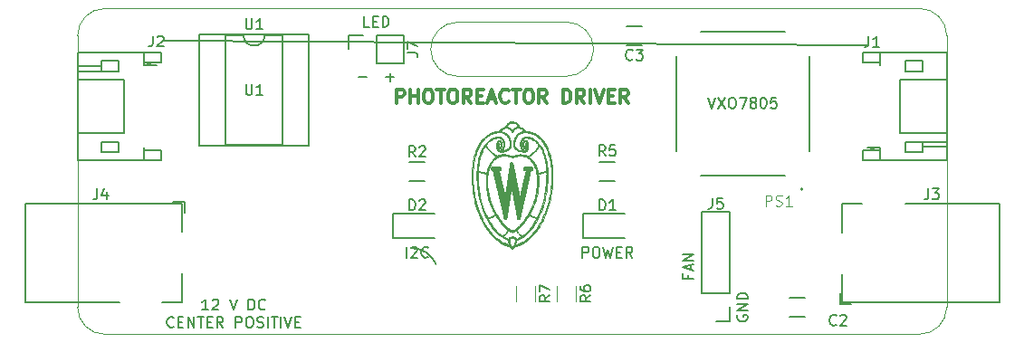
<source format=gbr>
From 54c117b6e8d65e9955a93de95a62e0f9ede7935c Mon Sep 17 00:00:00 2001
From: Blaise Thompson <blaise@untzag.com>
Date: Sun, 24 Jan 2021 22:27:03 -0600
Subject: digital driver prototype

---
 digital-driver/gerber/driver-F_SilkS.gbr | 6755 ++++++++++++++++++++++++++++++
 1 file changed, 6755 insertions(+)
 create mode 100644 digital-driver/gerber/driver-F_SilkS.gbr

(limited to 'digital-driver/gerber/driver-F_SilkS.gbr')

diff --git a/digital-driver/gerber/driver-F_SilkS.gbr b/digital-driver/gerber/driver-F_SilkS.gbr
new file mode 100644
index 0000000..40c5e48
--- /dev/null
+++ b/digital-driver/gerber/driver-F_SilkS.gbr
@@ -0,0 +1,6755 @@
+%TF.GenerationSoftware,KiCad,Pcbnew,5.1.9+dfsg1-1*%
+%TF.CreationDate,2021-01-24T22:19:11-06:00*%
+%TF.ProjectId,driver,64726976-6572-42e6-9b69-6361645f7063,1.0.0*%
+%TF.SameCoordinates,Original*%
+%TF.FileFunction,Legend,Top*%
+%TF.FilePolarity,Positive*%
+%FSLAX46Y46*%
+G04 Gerber Fmt 4.6, Leading zero omitted, Abs format (unit mm)*
+G04 Created by KiCad (PCBNEW 5.1.9+dfsg1-1) date 2021-01-24 22:19:11*
+%MOMM*%
+%LPD*%
+G01*
+G04 APERTURE LIST*
+%ADD10C,0.150000*%
+%ADD11C,0.317500*%
+%TA.AperFunction,Profile*%
+%ADD12C,0.100000*%
+%TD*%
+%ADD13C,0.127000*%
+%ADD14C,0.200000*%
+%ADD15C,0.120000*%
+%ADD16C,0.010000*%
+%ADD17C,0.015000*%
+G04 APERTURE END LIST*
+D10*
+X117133809Y-102052380D02*
+X117133809Y-101052380D01*
+X117562380Y-101147619D02*
+X117610000Y-101100000D01*
+X117705238Y-101052380D01*
+X117943333Y-101052380D01*
+X118038571Y-101100000D01*
+X118086190Y-101147619D01*
+X118133809Y-101242857D01*
+X118133809Y-101338095D01*
+X118086190Y-101480952D01*
+X117514761Y-102052380D01*
+X118133809Y-102052380D01*
+X119133809Y-101957142D02*
+X119086190Y-102004761D01*
+X118943333Y-102052380D01*
+X118848095Y-102052380D01*
+X118705238Y-102004761D01*
+X118610000Y-101909523D01*
+X118562380Y-101814285D01*
+X118514761Y-101623809D01*
+X118514761Y-101480952D01*
+X118562380Y-101290476D01*
+X118610000Y-101195238D01*
+X118705238Y-101100000D01*
+X118848095Y-101052380D01*
+X118943333Y-101052380D01*
+X119086190Y-101100000D01*
+X119133809Y-101147619D01*
+X133580476Y-102052380D02*
+X133580476Y-101052380D01*
+X133961428Y-101052380D01*
+X134056666Y-101100000D01*
+X134104285Y-101147619D01*
+X134151904Y-101242857D01*
+X134151904Y-101385714D01*
+X134104285Y-101480952D01*
+X134056666Y-101528571D01*
+X133961428Y-101576190D01*
+X133580476Y-101576190D01*
+X134770952Y-101052380D02*
+X134961428Y-101052380D01*
+X135056666Y-101100000D01*
+X135151904Y-101195238D01*
+X135199523Y-101385714D01*
+X135199523Y-101719047D01*
+X135151904Y-101909523D01*
+X135056666Y-102004761D01*
+X134961428Y-102052380D01*
+X134770952Y-102052380D01*
+X134675714Y-102004761D01*
+X134580476Y-101909523D01*
+X134532857Y-101719047D01*
+X134532857Y-101385714D01*
+X134580476Y-101195238D01*
+X134675714Y-101100000D01*
+X134770952Y-101052380D01*
+X135532857Y-101052380D02*
+X135770952Y-102052380D01*
+X135961428Y-101338095D01*
+X136151904Y-102052380D01*
+X136390000Y-101052380D01*
+X136770952Y-101528571D02*
+X137104285Y-101528571D01*
+X137247142Y-102052380D02*
+X136770952Y-102052380D01*
+X136770952Y-101052380D01*
+X137247142Y-101052380D01*
+X138247142Y-102052380D02*
+X137913809Y-101576190D01*
+X137675714Y-102052380D02*
+X137675714Y-101052380D01*
+X138056666Y-101052380D01*
+X138151904Y-101100000D01*
+X138199523Y-101147619D01*
+X138247142Y-101242857D01*
+X138247142Y-101385714D01*
+X138199523Y-101480952D01*
+X138151904Y-101528571D01*
+X138056666Y-101576190D01*
+X137675714Y-101576190D01*
+X98584047Y-106942380D02*
+X98012619Y-106942380D01*
+X98298333Y-106942380D02*
+X98298333Y-105942380D01*
+X98203095Y-106085238D01*
+X98107857Y-106180476D01*
+X98012619Y-106228095D01*
+X98965000Y-106037619D02*
+X99012619Y-105990000D01*
+X99107857Y-105942380D01*
+X99345952Y-105942380D01*
+X99441190Y-105990000D01*
+X99488809Y-106037619D01*
+X99536428Y-106132857D01*
+X99536428Y-106228095D01*
+X99488809Y-106370952D01*
+X98917380Y-106942380D01*
+X99536428Y-106942380D01*
+X100584047Y-105942380D02*
+X100917380Y-106942380D01*
+X101250714Y-105942380D01*
+X102345952Y-106942380D02*
+X102345952Y-105942380D01*
+X102584047Y-105942380D01*
+X102726904Y-105990000D01*
+X102822142Y-106085238D01*
+X102869761Y-106180476D01*
+X102917380Y-106370952D01*
+X102917380Y-106513809D01*
+X102869761Y-106704285D01*
+X102822142Y-106799523D01*
+X102726904Y-106894761D01*
+X102584047Y-106942380D01*
+X102345952Y-106942380D01*
+X103917380Y-106847142D02*
+X103869761Y-106894761D01*
+X103726904Y-106942380D01*
+X103631666Y-106942380D01*
+X103488809Y-106894761D01*
+X103393571Y-106799523D01*
+X103345952Y-106704285D01*
+X103298333Y-106513809D01*
+X103298333Y-106370952D01*
+X103345952Y-106180476D01*
+X103393571Y-106085238D01*
+X103488809Y-105990000D01*
+X103631666Y-105942380D01*
+X103726904Y-105942380D01*
+X103869761Y-105990000D01*
+X103917380Y-106037619D01*
+X95345952Y-108497142D02*
+X95298333Y-108544761D01*
+X95155476Y-108592380D01*
+X95060238Y-108592380D01*
+X94917380Y-108544761D01*
+X94822142Y-108449523D01*
+X94774523Y-108354285D01*
+X94726904Y-108163809D01*
+X94726904Y-108020952D01*
+X94774523Y-107830476D01*
+X94822142Y-107735238D01*
+X94917380Y-107640000D01*
+X95060238Y-107592380D01*
+X95155476Y-107592380D01*
+X95298333Y-107640000D01*
+X95345952Y-107687619D01*
+X95774523Y-108068571D02*
+X96107857Y-108068571D01*
+X96250714Y-108592380D02*
+X95774523Y-108592380D01*
+X95774523Y-107592380D01*
+X96250714Y-107592380D01*
+X96679285Y-108592380D02*
+X96679285Y-107592380D01*
+X97250714Y-108592380D01*
+X97250714Y-107592380D01*
+X97584047Y-107592380D02*
+X98155476Y-107592380D01*
+X97869761Y-108592380D02*
+X97869761Y-107592380D01*
+X98488809Y-108068571D02*
+X98822142Y-108068571D01*
+X98965000Y-108592380D02*
+X98488809Y-108592380D01*
+X98488809Y-107592380D01*
+X98965000Y-107592380D01*
+X99965000Y-108592380D02*
+X99631666Y-108116190D01*
+X99393571Y-108592380D02*
+X99393571Y-107592380D01*
+X99774523Y-107592380D01*
+X99869761Y-107640000D01*
+X99917380Y-107687619D01*
+X99965000Y-107782857D01*
+X99965000Y-107925714D01*
+X99917380Y-108020952D01*
+X99869761Y-108068571D01*
+X99774523Y-108116190D01*
+X99393571Y-108116190D01*
+X101155476Y-108592380D02*
+X101155476Y-107592380D01*
+X101536428Y-107592380D01*
+X101631666Y-107640000D01*
+X101679285Y-107687619D01*
+X101726904Y-107782857D01*
+X101726904Y-107925714D01*
+X101679285Y-108020952D01*
+X101631666Y-108068571D01*
+X101536428Y-108116190D01*
+X101155476Y-108116190D01*
+X102345952Y-107592380D02*
+X102536428Y-107592380D01*
+X102631666Y-107640000D01*
+X102726904Y-107735238D01*
+X102774523Y-107925714D01*
+X102774523Y-108259047D01*
+X102726904Y-108449523D01*
+X102631666Y-108544761D01*
+X102536428Y-108592380D01*
+X102345952Y-108592380D01*
+X102250714Y-108544761D01*
+X102155476Y-108449523D01*
+X102107857Y-108259047D01*
+X102107857Y-107925714D01*
+X102155476Y-107735238D01*
+X102250714Y-107640000D01*
+X102345952Y-107592380D01*
+X103155476Y-108544761D02*
+X103298333Y-108592380D01*
+X103536428Y-108592380D01*
+X103631666Y-108544761D01*
+X103679285Y-108497142D01*
+X103726904Y-108401904D01*
+X103726904Y-108306666D01*
+X103679285Y-108211428D01*
+X103631666Y-108163809D01*
+X103536428Y-108116190D01*
+X103345952Y-108068571D01*
+X103250714Y-108020952D01*
+X103203095Y-107973333D01*
+X103155476Y-107878095D01*
+X103155476Y-107782857D01*
+X103203095Y-107687619D01*
+X103250714Y-107640000D01*
+X103345952Y-107592380D01*
+X103584047Y-107592380D01*
+X103726904Y-107640000D01*
+X104155476Y-108592380D02*
+X104155476Y-107592380D01*
+X104488809Y-107592380D02*
+X105060238Y-107592380D01*
+X104774523Y-108592380D02*
+X104774523Y-107592380D01*
+X105393571Y-108592380D02*
+X105393571Y-107592380D01*
+X105726904Y-107592380D02*
+X106060238Y-108592380D01*
+X106393571Y-107592380D01*
+X106726904Y-108068571D02*
+X107060238Y-108068571D01*
+X107203095Y-108592380D02*
+X106726904Y-108592380D01*
+X106726904Y-107592380D01*
+X107203095Y-107592380D01*
+D11*
+X116205000Y-87569523D02*
+X116205000Y-86299523D01*
+X116688809Y-86299523D01*
+X116809761Y-86360000D01*
+X116870238Y-86420476D01*
+X116930714Y-86541428D01*
+X116930714Y-86722857D01*
+X116870238Y-86843809D01*
+X116809761Y-86904285D01*
+X116688809Y-86964761D01*
+X116205000Y-86964761D01*
+X117475000Y-87569523D02*
+X117475000Y-86299523D01*
+X117475000Y-86904285D02*
+X118200714Y-86904285D01*
+X118200714Y-87569523D02*
+X118200714Y-86299523D01*
+X119047380Y-86299523D02*
+X119289285Y-86299523D01*
+X119410238Y-86360000D01*
+X119531190Y-86480952D01*
+X119591666Y-86722857D01*
+X119591666Y-87146190D01*
+X119531190Y-87388095D01*
+X119410238Y-87509047D01*
+X119289285Y-87569523D01*
+X119047380Y-87569523D01*
+X118926428Y-87509047D01*
+X118805476Y-87388095D01*
+X118745000Y-87146190D01*
+X118745000Y-86722857D01*
+X118805476Y-86480952D01*
+X118926428Y-86360000D01*
+X119047380Y-86299523D01*
+X119954523Y-86299523D02*
+X120680238Y-86299523D01*
+X120317380Y-87569523D02*
+X120317380Y-86299523D01*
+X121345476Y-86299523D02*
+X121587380Y-86299523D01*
+X121708333Y-86360000D01*
+X121829285Y-86480952D01*
+X121889761Y-86722857D01*
+X121889761Y-87146190D01*
+X121829285Y-87388095D01*
+X121708333Y-87509047D01*
+X121587380Y-87569523D01*
+X121345476Y-87569523D01*
+X121224523Y-87509047D01*
+X121103571Y-87388095D01*
+X121043095Y-87146190D01*
+X121043095Y-86722857D01*
+X121103571Y-86480952D01*
+X121224523Y-86360000D01*
+X121345476Y-86299523D01*
+X123159761Y-87569523D02*
+X122736428Y-86964761D01*
+X122434047Y-87569523D02*
+X122434047Y-86299523D01*
+X122917857Y-86299523D01*
+X123038809Y-86360000D01*
+X123099285Y-86420476D01*
+X123159761Y-86541428D01*
+X123159761Y-86722857D01*
+X123099285Y-86843809D01*
+X123038809Y-86904285D01*
+X122917857Y-86964761D01*
+X122434047Y-86964761D01*
+X123704047Y-86904285D02*
+X124127380Y-86904285D01*
+X124308809Y-87569523D02*
+X123704047Y-87569523D01*
+X123704047Y-86299523D01*
+X124308809Y-86299523D01*
+X124792619Y-87206666D02*
+X125397380Y-87206666D01*
+X124671666Y-87569523D02*
+X125095000Y-86299523D01*
+X125518333Y-87569523D01*
+X126667380Y-87448571D02*
+X126606904Y-87509047D01*
+X126425476Y-87569523D01*
+X126304523Y-87569523D01*
+X126123095Y-87509047D01*
+X126002142Y-87388095D01*
+X125941666Y-87267142D01*
+X125881190Y-87025238D01*
+X125881190Y-86843809D01*
+X125941666Y-86601904D01*
+X126002142Y-86480952D01*
+X126123095Y-86360000D01*
+X126304523Y-86299523D01*
+X126425476Y-86299523D01*
+X126606904Y-86360000D01*
+X126667380Y-86420476D01*
+X127030238Y-86299523D02*
+X127755952Y-86299523D01*
+X127393095Y-87569523D02*
+X127393095Y-86299523D01*
+X128421190Y-86299523D02*
+X128663095Y-86299523D01*
+X128784047Y-86360000D01*
+X128905000Y-86480952D01*
+X128965476Y-86722857D01*
+X128965476Y-87146190D01*
+X128905000Y-87388095D01*
+X128784047Y-87509047D01*
+X128663095Y-87569523D01*
+X128421190Y-87569523D01*
+X128300238Y-87509047D01*
+X128179285Y-87388095D01*
+X128118809Y-87146190D01*
+X128118809Y-86722857D01*
+X128179285Y-86480952D01*
+X128300238Y-86360000D01*
+X128421190Y-86299523D01*
+X130235476Y-87569523D02*
+X129812142Y-86964761D01*
+X129509761Y-87569523D02*
+X129509761Y-86299523D01*
+X129993571Y-86299523D01*
+X130114523Y-86360000D01*
+X130175000Y-86420476D01*
+X130235476Y-86541428D01*
+X130235476Y-86722857D01*
+X130175000Y-86843809D01*
+X130114523Y-86904285D01*
+X129993571Y-86964761D01*
+X129509761Y-86964761D01*
+X131747380Y-87569523D02*
+X131747380Y-86299523D01*
+X132049761Y-86299523D01*
+X132231190Y-86360000D01*
+X132352142Y-86480952D01*
+X132412619Y-86601904D01*
+X132473095Y-86843809D01*
+X132473095Y-87025238D01*
+X132412619Y-87267142D01*
+X132352142Y-87388095D01*
+X132231190Y-87509047D01*
+X132049761Y-87569523D01*
+X131747380Y-87569523D01*
+X133743095Y-87569523D02*
+X133319761Y-86964761D01*
+X133017380Y-87569523D02*
+X133017380Y-86299523D01*
+X133501190Y-86299523D01*
+X133622142Y-86360000D01*
+X133682619Y-86420476D01*
+X133743095Y-86541428D01*
+X133743095Y-86722857D01*
+X133682619Y-86843809D01*
+X133622142Y-86904285D01*
+X133501190Y-86964761D01*
+X133017380Y-86964761D01*
+X134287380Y-87569523D02*
+X134287380Y-86299523D01*
+X134710714Y-86299523D02*
+X135134047Y-87569523D01*
+X135557380Y-86299523D01*
+X135980714Y-86904285D02*
+X136404047Y-86904285D01*
+X136585476Y-87569523D02*
+X135980714Y-87569523D01*
+X135980714Y-86299523D01*
+X136585476Y-86299523D01*
+X137855476Y-87569523D02*
+X137432142Y-86964761D01*
+X137129761Y-87569523D02*
+X137129761Y-86299523D01*
+X137613571Y-86299523D01*
+X137734523Y-86360000D01*
+X137795000Y-86420476D01*
+X137855476Y-86541428D01*
+X137855476Y-86722857D01*
+X137795000Y-86843809D01*
+X137734523Y-86904285D01*
+X137613571Y-86964761D01*
+X137129761Y-86964761D01*
+D10*
+X113657142Y-80462380D02*
+X113180952Y-80462380D01*
+X113180952Y-79462380D01*
+X113990476Y-79938571D02*
+X114323809Y-79938571D01*
+X114466666Y-80462380D02*
+X113990476Y-80462380D01*
+X113990476Y-79462380D01*
+X114466666Y-79462380D01*
+X114895238Y-80462380D02*
+X114895238Y-79462380D01*
+X115133333Y-79462380D01*
+X115276190Y-79510000D01*
+X115371428Y-79605238D01*
+X115419047Y-79700476D01*
+X115466666Y-79890952D01*
+X115466666Y-80033809D01*
+X115419047Y-80224285D01*
+X115371428Y-80319523D01*
+X115276190Y-80414761D01*
+X115133333Y-80462380D01*
+X114895238Y-80462380D01*
+D12*
+X121920000Y-85090000D02*
+G75*
+G02*
+X119380000Y-82550000I0J2540000D01*
+G01*
+X165100000Y-78740000D02*
+X88900000Y-78740000D01*
+X119380000Y-82550000D02*
+G75*
+G02*
+X121920000Y-80010000I2540000J0D01*
+G01*
+X132080000Y-80010000D02*
+G75*
+G02*
+X134620000Y-82550000I0J-2540000D01*
+G01*
+X134620000Y-82550000D02*
+G75*
+G02*
+X132080000Y-85090000I-2540000J0D01*
+G01*
+X132080000Y-80010000D02*
+X121920000Y-80010000D01*
+X132080000Y-85090000D02*
+X121920000Y-85090000D01*
+X165100000Y-109220000D02*
+X88900000Y-109220000D01*
+X86360000Y-81280000D02*
+X86360000Y-106680000D01*
+X167640000Y-106680000D02*
+X167640000Y-81280000D01*
+X86360000Y-81280000D02*
+G75*
+G02*
+X88900000Y-78740000I2540000J0D01*
+G01*
+X88900000Y-109220000D02*
+G75*
+G02*
+X86360000Y-106680000I0J2540000D01*
+G01*
+X167640000Y-106680000D02*
+G75*
+G02*
+X165100000Y-109220000I-2540000J0D01*
+G01*
+X165100000Y-78740000D02*
+G75*
+G02*
+X167640000Y-81280000I0J-2540000D01*
+G01*
+D13*
+%TO.C,PS1*%
+X152520000Y-94380000D02*
+X144660000Y-94380000D01*
+D14*
+X154190000Y-95630000D02*
+G75*
+G03*
+X154190000Y-95630000I-100000J0D01*
+G01*
+D13*
+X144660000Y-80880000D02*
+X152520000Y-80880000D01*
+X142340000Y-92060000D02*
+X142340000Y-83200000D01*
+X154840000Y-83200000D02*
+X154840000Y-92060000D01*
+D15*
+%TO.C,J1*%
+X161430000Y-91760000D02*
+X160215000Y-91760000D01*
+X165390000Y-91700000D02*
+X167650000Y-91700000D01*
+X165390000Y-91200000D02*
+X167650000Y-91200000D01*
+X163790000Y-84600000D02*
+X163790000Y-83600000D01*
+X165390000Y-84600000D02*
+X163790000Y-84600000D01*
+X165390000Y-83600000D02*
+X165390000Y-84600000D01*
+X163790000Y-83600000D02*
+X165390000Y-83600000D01*
+X163790000Y-91200000D02*
+X163790000Y-92200000D01*
+X165390000Y-91200000D02*
+X163790000Y-91200000D01*
+X165390000Y-92200000D02*
+X165390000Y-91200000D01*
+X163790000Y-92200000D02*
+X165390000Y-92200000D01*
+X161430000Y-82840000D02*
+X161430000Y-83760000D01*
+X161430000Y-92960000D02*
+X161430000Y-92040000D01*
+X163290000Y-85400000D02*
+X167650000Y-85400000D01*
+X163290000Y-90400000D02*
+X163290000Y-85400000D01*
+X167650000Y-90400000D02*
+X163290000Y-90400000D01*
+X161430000Y-83760000D02*
+X161430000Y-84040000D01*
+X159830000Y-83760000D02*
+X161430000Y-83760000D01*
+X159830000Y-82840000D02*
+X159830000Y-83760000D01*
+X167650000Y-82840000D02*
+X159830000Y-82840000D01*
+X167650000Y-92960000D02*
+X167650000Y-82840000D01*
+X159830000Y-92960000D02*
+X167650000Y-92960000D01*
+X159830000Y-92040000D02*
+X159830000Y-92960000D01*
+X161430000Y-92040000D02*
+X159830000Y-92040000D01*
+X161430000Y-91760000D02*
+X161430000Y-92040000D01*
+%TO.C,R5*%
+X135162936Y-94890000D02*
+X136617064Y-94890000D01*
+X135162936Y-93070000D02*
+X136617064Y-93070000D01*
+%TO.C,R2*%
+X117382936Y-94890000D02*
+X118837064Y-94890000D01*
+X117382936Y-93070000D02*
+X118837064Y-93070000D01*
+%TO.C,C3*%
+X139141252Y-80370000D02*
+X137718748Y-80370000D01*
+X139141252Y-82190000D02*
+X137718748Y-82190000D01*
+%TO.C,C2*%
+X152958748Y-107590000D02*
+X154381252Y-107590000D01*
+X152958748Y-105770000D02*
+X154381252Y-105770000D01*
+D16*
+%TO.C,G\u002A\u002A\u002A*%
+G36*
+X126990497Y-93197841D02*
+G01*
+X127007933Y-93198488D01*
+X127018683Y-93199868D01*
+X127024481Y-93202227D01*
+X127027064Y-93205810D01*
+X127027312Y-93206570D01*
+X127028537Y-93212166D01*
+X127031761Y-93227346D01*
+X127036909Y-93251744D01*
+X127043904Y-93284999D01*
+X127052670Y-93326746D01*
+X127063132Y-93376623D01*
+X127075213Y-93434267D01*
+X127088838Y-93499314D01*
+X127103930Y-93571400D01*
+X127120413Y-93650164D01*
+X127138212Y-93735240D01*
+X127157251Y-93826267D01*
+X127177452Y-93922881D01*
+X127198742Y-94024719D01*
+X127221043Y-94131417D01*
+X127244279Y-94242613D01*
+X127268375Y-94357942D01*
+X127293255Y-94477043D01*
+X127318842Y-94599551D01*
+X127345061Y-94725103D01*
+X127371835Y-94853336D01*
+X127383589Y-94909640D01*
+X127410596Y-95038994D01*
+X127437087Y-95165858D01*
+X127462985Y-95289867D01*
+X127488216Y-95410656D01*
+X127512702Y-95527860D01*
+X127536367Y-95641114D01*
+X127559134Y-95750053D01*
+X127580927Y-95854311D01*
+X127601671Y-95953524D01*
+X127621288Y-96047327D01*
+X127639702Y-96135354D01*
+X127656836Y-96217241D01*
+X127672615Y-96292622D01*
+X127686963Y-96361133D01*
+X127699801Y-96422408D01*
+X127711055Y-96476083D01*
+X127720648Y-96521792D01*
+X127728504Y-96559170D01*
+X127734545Y-96587853D01*
+X127738697Y-96607475D01*
+X127740882Y-96617671D01*
+X127741196Y-96619060D01*
+X127743609Y-96627405D01*
+X127745499Y-96628620D01*
+X127747792Y-96621715D01*
+X127750710Y-96608900D01*
+X127752330Y-96601781D01*
+X127756140Y-96585185D01*
+X127762042Y-96559532D01*
+X127769940Y-96525243D01*
+X127779736Y-96482740D01*
+X127791332Y-96432445D01*
+X127804633Y-96374777D01*
+X127819540Y-96310160D01*
+X127835956Y-96239013D01*
+X127853785Y-96161758D01*
+X127872928Y-96078816D01*
+X127893289Y-95990609D01*
+X127914770Y-95897558D01*
+X127937275Y-95800084D01*
+X127960706Y-95698609D01*
+X127984965Y-95593553D01*
+X128009956Y-95485338D01*
+X128035582Y-95374385D01*
+X128054338Y-95293180D01*
+X128085751Y-95157185D01*
+X128114958Y-95030732D01*
+X128142035Y-94913458D01*
+X128167057Y-94805005D01*
+X128190100Y-94705012D01*
+X128211241Y-94613119D01*
+X128230555Y-94528966D01*
+X128248118Y-94452193D01*
+X128264006Y-94382440D01*
+X128278294Y-94319347D01*
+X128291060Y-94262553D01*
+X128302378Y-94211700D01*
+X128312324Y-94166426D01*
+X128320974Y-94126371D01*
+X128328405Y-94091177D01*
+X128334692Y-94060482D01*
+X128339911Y-94033926D01*
+X128344137Y-94011150D01*
+X128347448Y-93991793D01*
+X128349918Y-93975495D01*
+X128351623Y-93961897D01*
+X128352640Y-93950638D01*
+X128353043Y-93941357D01*
+X128352910Y-93933697D01*
+X128352316Y-93927295D01*
+X128351337Y-93921792D01*
+X128350049Y-93916828D01*
+X128348527Y-93912042D01*
+X128346847Y-93907076D01*
+X128346602Y-93906340D01*
+X128331641Y-93875657D01*
+X128309555Y-93852180D01*
+X128280449Y-93835972D01*
+X128244424Y-93827098D01*
+X128216660Y-93825288D01*
+X128193898Y-93825678D01*
+X128172022Y-93826919D01*
+X128155471Y-93828751D01*
+X128154430Y-93828930D01*
+X128132840Y-93832800D01*
+X128132840Y-93578680D01*
+X128894840Y-93578680D01*
+X128894840Y-93706950D01*
+X128894841Y-93835220D01*
+X128842770Y-93835220D01*
+X128818094Y-93835485D01*
+X128800598Y-93836633D01*
+X128787312Y-93839190D01*
+X128775263Y-93843683D01*
+X128764345Y-93849115D01*
+X128735022Y-93870058D01*
+X128712361Y-93898573D01*
+X128707445Y-93907409D01*
+X128705974Y-93913070D01*
+X128702384Y-93928337D01*
+X128696745Y-93952894D01*
+X128689126Y-93986426D01*
+X128679599Y-94028618D01*
+X128668233Y-94079154D01*
+X128655099Y-94137719D01*
+X128640267Y-94203997D01*
+X128623807Y-94277673D01*
+X128605788Y-94358432D01*
+X128586282Y-94445958D01*
+X128565359Y-94539936D01*
+X128543088Y-94640050D01*
+X128519540Y-94745985D01*
+X128494785Y-94857426D01*
+X128468893Y-94974056D01*
+X128441935Y-95095562D01*
+X128413980Y-95221626D01*
+X128385099Y-95351935D01*
+X128355362Y-95486172D01*
+X128324838Y-95624022D01*
+X128293599Y-95765170D01*
+X128261715Y-95909300D01*
+X128229255Y-96056096D01*
+X128209009Y-96147689D01*
+X128176237Y-96295968D01*
+X128144011Y-96441776D01*
+X128112400Y-96584797D01*
+X128081474Y-96724715D01*
+X128051303Y-96861215D01*
+X128021956Y-96993982D01*
+X127993504Y-97122700D01*
+X127966016Y-97247055D01*
+X127939561Y-97366729D01*
+X127914210Y-97481409D01*
+X127890032Y-97590779D01*
+X127867097Y-97694522D01*
+X127845475Y-97792325D01*
+X127825235Y-97883871D01*
+X127806447Y-97968845D01*
+X127789181Y-98046931D01*
+X127773507Y-98117815D01*
+X127759494Y-98181180D01*
+X127747212Y-98236712D01*
+X127736730Y-98284094D01*
+X127728120Y-98323012D01*
+X127721449Y-98353150D01*
+X127716789Y-98374193D01*
+X127714208Y-98385825D01*
+X127713684Y-98388170D01*
+X127712204Y-98392781D01*
+X127709192Y-98395949D01*
+X127702978Y-98397944D01*
+X127691893Y-98399036D01*
+X127674265Y-98399498D01*
+X127648425Y-98399599D01*
+X127643218Y-98399600D01*
+X127575430Y-98399600D01*
+X127567226Y-98357690D01*
+X127565605Y-98349376D01*
+X127562123Y-98331482D01*
+X127556855Y-98304402D01*
+X127549879Y-98268527D01*
+X127541269Y-98224253D01*
+X127531104Y-98171971D01*
+X127519459Y-98112075D01*
+X127506411Y-98044958D01*
+X127492036Y-97971014D01*
+X127476411Y-97890636D01*
+X127459612Y-97804217D01*
+X127441716Y-97712150D01*
+X127422799Y-97614828D01*
+X127402937Y-97512646D01*
+X127382207Y-97405995D01*
+X127360685Y-97295269D01*
+X127338448Y-97180862D01*
+X127315573Y-97063167D01*
+X127292135Y-96942577D01*
+X127268211Y-96819485D01*
+X127258903Y-96771596D01*
+X127234903Y-96648128D01*
+X127211395Y-96527246D01*
+X127188456Y-96409330D01*
+X127166159Y-96294759D01*
+X127144579Y-96183914D01*
+X127123789Y-96077174D01*
+X127103863Y-95974920D01*
+X127084877Y-95877532D01*
+X127066904Y-95785389D01*
+X127050018Y-95698872D01*
+X127034294Y-95618360D01*
+X127019805Y-95544234D01*
+X127006627Y-95476873D01*
+X126994832Y-95416658D01*
+X126984496Y-95363968D01*
+X126975693Y-95319183D01*
+X126968496Y-95282684D01*
+X126962980Y-95254851D01*
+X126959220Y-95236062D01*
+X126957288Y-95226700D01*
+X126957037Y-95225663D01*
+X126956895Y-95225053D01*
+X126956855Y-95223875D01*
+X126956866Y-95222475D01*
+X126956873Y-95221199D01*
+X126956822Y-95220393D01*
+X126956662Y-95220403D01*
+X126956337Y-95221574D01*
+X126955795Y-95224253D01*
+X126954982Y-95228785D01*
+X126953845Y-95235515D01*
+X126952331Y-95244791D01*
+X126950386Y-95256957D01*
+X126947956Y-95272359D01*
+X126944989Y-95291344D01*
+X126941431Y-95314257D01*
+X126937229Y-95341444D01*
+X126932329Y-95373250D01*
+X126926678Y-95410022D01*
+X126920222Y-95452105D01*
+X126912908Y-95499846D01*
+X126904683Y-95553589D01*
+X126895493Y-95613681D01*
+X126885284Y-95680468D01*
+X126874005Y-95754295D01*
+X126861600Y-95835509D01*
+X126848018Y-95924454D01*
+X126833203Y-96021478D01*
+X126817104Y-96126925D01*
+X126799666Y-96241141D01*
+X126780836Y-96364473D01*
+X126760561Y-96497267D01*
+X126745843Y-96593660D01*
+X126727801Y-96711816D01*
+X126709907Y-96828998D01*
+X126692240Y-96944688D01*
+X126674879Y-97058368D01*
+X126657902Y-97169522D01*
+X126641390Y-97277632D01*
+X126625421Y-97382182D01*
+X126610073Y-97482654D01*
+X126595427Y-97578531D01*
+X126581560Y-97669296D01*
+X126568553Y-97754432D01*
+X126556483Y-97833421D01*
+X126545430Y-97905748D01*
+X126535474Y-97970893D01*
+X126526692Y-98028342D01*
+X126519164Y-98077575D01*
+X126512969Y-98118077D01*
+X126508186Y-98149330D01*
+X126506229Y-98162110D01*
+X126469841Y-98399600D01*
+X126319671Y-98399600D01*
+X126314611Y-98380550D01*
+X126313131Y-98374372D01*
+X126309421Y-98358617D01*
+X126303554Y-98333601D01*
+X126295606Y-98299642D01*
+X126285650Y-98257057D01*
+X126273761Y-98206164D01*
+X126260011Y-98147280D01*
+X126244475Y-98080723D01*
+X126227228Y-98006810D01*
+X126208343Y-97925858D01*
+X126187894Y-97838185D01*
+X126165955Y-97744109D01*
+X126142601Y-97643946D01*
+X126117904Y-97538014D01*
+X126091940Y-97426631D01*
+X126064782Y-97310113D01*
+X126036505Y-97188779D01*
+X126007182Y-97062946D01*
+X125976887Y-96932931D01*
+X125945694Y-96799052D01*
+X125913678Y-96661625D01*
+X125880912Y-96520969D01*
+X125847471Y-96377401D01*
+X125813427Y-96231238D01*
+X125796086Y-96156780D01*
+X125761752Y-96009367D01*
+X125727973Y-95864363D01*
+X125694823Y-95722086D01*
+X125662377Y-95582855D01*
+X125630710Y-95446988D01*
+X125599896Y-95314805D01*
+X125570008Y-95186623D01*
+X125541123Y-95062761D01*
+X125513313Y-94943539D01*
+X125486654Y-94829274D01*
+X125461219Y-94720286D01*
+X125437084Y-94616893D01*
+X125414322Y-94519413D01*
+X125393009Y-94428166D01*
+X125373217Y-94343470D01*
+X125355023Y-94265643D01*
+X125338500Y-94195005D01*
+X125323722Y-94131874D01*
+X125310765Y-94076569D01*
+X125299701Y-94029408D01*
+X125290607Y-93990710D01*
+X125283556Y-93960794D01*
+X125278622Y-93939978D01*
+X125275881Y-93928582D01*
+X125275358Y-93926523D01*
+X125261527Y-93895939D01*
+X125239157Y-93869348D01*
+X125209390Y-93847669D01*
+X125173370Y-93831820D01*
+X125149604Y-93825566D01*
+X125117860Y-93819094D01*
+X125115136Y-93578680D01*
+X125963680Y-93578680D01*
+X125963680Y-93822409D01*
+X125918694Y-93819216D01*
+X125896038Y-93817911D01*
+X125880030Y-93818153D01*
+X125867220Y-93820395D01*
+X125854153Y-93825093D01*
+X125845760Y-93828817D01*
+X125818490Y-93845867D01*
+X125797969Y-93869243D01*
+X125783912Y-93899508D01*
+X125776033Y-93937222D01*
+X125774017Y-93969840D01*
+X125774061Y-93974798D01*
+X125774375Y-93980574D01*
+X125775043Y-93987532D01*
+X125776147Y-93996038D01*
+X125777768Y-94006458D01*
+X125779991Y-94019157D01*
+X125782896Y-94034500D01*
+X125786566Y-94052853D01*
+X125791085Y-94074582D01*
+X125796534Y-94100052D01*
+X125802995Y-94129629D01*
+X125810552Y-94163678D01*
+X125819286Y-94202564D01*
+X125829280Y-94246654D01*
+X125840617Y-94296313D01*
+X125853379Y-94351906D01*
+X125867648Y-94413799D01*
+X125883507Y-94482358D01*
+X125901038Y-94557947D01*
+X125920323Y-94640933D01*
+X125941446Y-94731681D01*
+X125964489Y-94830556D01*
+X125989533Y-94937925D01*
+X126016662Y-95054152D01*
+X126045958Y-95179604D01*
+X126071895Y-95290640D01*
+X126098032Y-95402496D01*
+X126123587Y-95511806D01*
+X126148461Y-95618153D01*
+X126172556Y-95721122D01*
+X126195776Y-95820296D01*
+X126218022Y-95915258D01*
+X126239196Y-96005594D01*
+X126259200Y-96090886D01*
+X126277938Y-96170718D01*
+X126295311Y-96244675D01*
+X126311222Y-96312341D01*
+X126325572Y-96373298D01*
+X126338264Y-96427131D01*
+X126349201Y-96473425D01*
+X126358284Y-96511762D01*
+X126365415Y-96541726D01*
+X126370498Y-96562902D01*
+X126373434Y-96574873D01*
+X126374148Y-96577527D01*
+X126375240Y-96573356D01*
+X126377832Y-96559430D01*
+X126381878Y-96536033D01*
+X126387332Y-96503453D01*
+X126394150Y-96461976D01*
+X126402287Y-96411888D01*
+X126411696Y-96353474D01*
+X126422333Y-96287022D01*
+X126434153Y-96212816D01*
+X126447109Y-96131144D01*
+X126461157Y-96042292D01*
+X126476252Y-95946545D01*
+X126492348Y-95844190D01*
+X126509400Y-95735512D01*
+X126527363Y-95620799D01*
+X126546191Y-95500336D01*
+X126565839Y-95374409D01*
+X126586261Y-95243304D01*
+X126607414Y-95107308D01*
+X126629250Y-94966706D01*
+X126636273Y-94921447D01*
+X126656286Y-94792444D01*
+X126675923Y-94665882D01*
+X126695126Y-94542138D01*
+X126713835Y-94421590D01*
+X126731992Y-94304615D01*
+X126749538Y-94191593D01*
+X126766415Y-94082899D01*
+X126782564Y-93978912D01*
+X126797925Y-93880009D01*
+X126812442Y-93786569D01*
+X126826054Y-93698968D01*
+X126838703Y-93617585D01*
+X126850330Y-93542797D01*
+X126860878Y-93474982D01*
+X126870286Y-93414518D01*
+X126878497Y-93361781D01*
+X126885451Y-93317150D01*
+X126891090Y-93281003D01*
+X126895356Y-93253717D01*
+X126898189Y-93235670D01*
+X126899531Y-93227240D01*
+X126899590Y-93226890D01*
+X126904565Y-93197680D01*
+X126964640Y-93197680D01*
+X126990497Y-93197841D01*
+G37*
+X126990497Y-93197841D02*
+X127007933Y-93198488D01*
+X127018683Y-93199868D01*
+X127024481Y-93202227D01*
+X127027064Y-93205810D01*
+X127027312Y-93206570D01*
+X127028537Y-93212166D01*
+X127031761Y-93227346D01*
+X127036909Y-93251744D01*
+X127043904Y-93284999D01*
+X127052670Y-93326746D01*
+X127063132Y-93376623D01*
+X127075213Y-93434267D01*
+X127088838Y-93499314D01*
+X127103930Y-93571400D01*
+X127120413Y-93650164D01*
+X127138212Y-93735240D01*
+X127157251Y-93826267D01*
+X127177452Y-93922881D01*
+X127198742Y-94024719D01*
+X127221043Y-94131417D01*
+X127244279Y-94242613D01*
+X127268375Y-94357942D01*
+X127293255Y-94477043D01*
+X127318842Y-94599551D01*
+X127345061Y-94725103D01*
+X127371835Y-94853336D01*
+X127383589Y-94909640D01*
+X127410596Y-95038994D01*
+X127437087Y-95165858D01*
+X127462985Y-95289867D01*
+X127488216Y-95410656D01*
+X127512702Y-95527860D01*
+X127536367Y-95641114D01*
+X127559134Y-95750053D01*
+X127580927Y-95854311D01*
+X127601671Y-95953524D01*
+X127621288Y-96047327D01*
+X127639702Y-96135354D01*
+X127656836Y-96217241D01*
+X127672615Y-96292622D01*
+X127686963Y-96361133D01*
+X127699801Y-96422408D01*
+X127711055Y-96476083D01*
+X127720648Y-96521792D01*
+X127728504Y-96559170D01*
+X127734545Y-96587853D01*
+X127738697Y-96607475D01*
+X127740882Y-96617671D01*
+X127741196Y-96619060D01*
+X127743609Y-96627405D01*
+X127745499Y-96628620D01*
+X127747792Y-96621715D01*
+X127750710Y-96608900D01*
+X127752330Y-96601781D01*
+X127756140Y-96585185D01*
+X127762042Y-96559532D01*
+X127769940Y-96525243D01*
+X127779736Y-96482740D01*
+X127791332Y-96432445D01*
+X127804633Y-96374777D01*
+X127819540Y-96310160D01*
+X127835956Y-96239013D01*
+X127853785Y-96161758D01*
+X127872928Y-96078816D01*
+X127893289Y-95990609D01*
+X127914770Y-95897558D01*
+X127937275Y-95800084D01*
+X127960706Y-95698609D01*
+X127984965Y-95593553D01*
+X128009956Y-95485338D01*
+X128035582Y-95374385D01*
+X128054338Y-95293180D01*
+X128085751Y-95157185D01*
+X128114958Y-95030732D01*
+X128142035Y-94913458D01*
+X128167057Y-94805005D01*
+X128190100Y-94705012D01*
+X128211241Y-94613119D01*
+X128230555Y-94528966D01*
+X128248118Y-94452193D01*
+X128264006Y-94382440D01*
+X128278294Y-94319347D01*
+X128291060Y-94262553D01*
+X128302378Y-94211700D01*
+X128312324Y-94166426D01*
+X128320974Y-94126371D01*
+X128328405Y-94091177D01*
+X128334692Y-94060482D01*
+X128339911Y-94033926D01*
+X128344137Y-94011150D01*
+X128347448Y-93991793D01*
+X128349918Y-93975495D01*
+X128351623Y-93961897D01*
+X128352640Y-93950638D01*
+X128353043Y-93941357D01*
+X128352910Y-93933697D01*
+X128352316Y-93927295D01*
+X128351337Y-93921792D01*
+X128350049Y-93916828D01*
+X128348527Y-93912042D01*
+X128346847Y-93907076D01*
+X128346602Y-93906340D01*
+X128331641Y-93875657D01*
+X128309555Y-93852180D01*
+X128280449Y-93835972D01*
+X128244424Y-93827098D01*
+X128216660Y-93825288D01*
+X128193898Y-93825678D01*
+X128172022Y-93826919D01*
+X128155471Y-93828751D01*
+X128154430Y-93828930D01*
+X128132840Y-93832800D01*
+X128132840Y-93578680D01*
+X128894840Y-93578680D01*
+X128894840Y-93706950D01*
+X128894841Y-93835220D01*
+X128842770Y-93835220D01*
+X128818094Y-93835485D01*
+X128800598Y-93836633D01*
+X128787312Y-93839190D01*
+X128775263Y-93843683D01*
+X128764345Y-93849115D01*
+X128735022Y-93870058D01*
+X128712361Y-93898573D01*
+X128707445Y-93907409D01*
+X128705974Y-93913070D01*
+X128702384Y-93928337D01*
+X128696745Y-93952894D01*
+X128689126Y-93986426D01*
+X128679599Y-94028618D01*
+X128668233Y-94079154D01*
+X128655099Y-94137719D01*
+X128640267Y-94203997D01*
+X128623807Y-94277673D01*
+X128605788Y-94358432D01*
+X128586282Y-94445958D01*
+X128565359Y-94539936D01*
+X128543088Y-94640050D01*
+X128519540Y-94745985D01*
+X128494785Y-94857426D01*
+X128468893Y-94974056D01*
+X128441935Y-95095562D01*
+X128413980Y-95221626D01*
+X128385099Y-95351935D01*
+X128355362Y-95486172D01*
+X128324838Y-95624022D01*
+X128293599Y-95765170D01*
+X128261715Y-95909300D01*
+X128229255Y-96056096D01*
+X128209009Y-96147689D01*
+X128176237Y-96295968D01*
+X128144011Y-96441776D01*
+X128112400Y-96584797D01*
+X128081474Y-96724715D01*
+X128051303Y-96861215D01*
+X128021956Y-96993982D01*
+X127993504Y-97122700D01*
+X127966016Y-97247055D01*
+X127939561Y-97366729D01*
+X127914210Y-97481409D01*
+X127890032Y-97590779D01*
+X127867097Y-97694522D01*
+X127845475Y-97792325D01*
+X127825235Y-97883871D01*
+X127806447Y-97968845D01*
+X127789181Y-98046931D01*
+X127773507Y-98117815D01*
+X127759494Y-98181180D01*
+X127747212Y-98236712D01*
+X127736730Y-98284094D01*
+X127728120Y-98323012D01*
+X127721449Y-98353150D01*
+X127716789Y-98374193D01*
+X127714208Y-98385825D01*
+X127713684Y-98388170D01*
+X127712204Y-98392781D01*
+X127709192Y-98395949D01*
+X127702978Y-98397944D01*
+X127691893Y-98399036D01*
+X127674265Y-98399498D01*
+X127648425Y-98399599D01*
+X127643218Y-98399600D01*
+X127575430Y-98399600D01*
+X127567226Y-98357690D01*
+X127565605Y-98349376D01*
+X127562123Y-98331482D01*
+X127556855Y-98304402D01*
+X127549879Y-98268527D01*
+X127541269Y-98224253D01*
+X127531104Y-98171971D01*
+X127519459Y-98112075D01*
+X127506411Y-98044958D01*
+X127492036Y-97971014D01*
+X127476411Y-97890636D01*
+X127459612Y-97804217D01*
+X127441716Y-97712150D01*
+X127422799Y-97614828D01*
+X127402937Y-97512646D01*
+X127382207Y-97405995D01*
+X127360685Y-97295269D01*
+X127338448Y-97180862D01*
+X127315573Y-97063167D01*
+X127292135Y-96942577D01*
+X127268211Y-96819485D01*
+X127258903Y-96771596D01*
+X127234903Y-96648128D01*
+X127211395Y-96527246D01*
+X127188456Y-96409330D01*
+X127166159Y-96294759D01*
+X127144579Y-96183914D01*
+X127123789Y-96077174D01*
+X127103863Y-95974920D01*
+X127084877Y-95877532D01*
+X127066904Y-95785389D01*
+X127050018Y-95698872D01*
+X127034294Y-95618360D01*
+X127019805Y-95544234D01*
+X127006627Y-95476873D01*
+X126994832Y-95416658D01*
+X126984496Y-95363968D01*
+X126975693Y-95319183D01*
+X126968496Y-95282684D01*
+X126962980Y-95254851D01*
+X126959220Y-95236062D01*
+X126957288Y-95226700D01*
+X126957037Y-95225663D01*
+X126956895Y-95225053D01*
+X126956855Y-95223875D01*
+X126956866Y-95222475D01*
+X126956873Y-95221199D01*
+X126956822Y-95220393D01*
+X126956662Y-95220403D01*
+X126956337Y-95221574D01*
+X126955795Y-95224253D01*
+X126954982Y-95228785D01*
+X126953845Y-95235515D01*
+X126952331Y-95244791D01*
+X126950386Y-95256957D01*
+X126947956Y-95272359D01*
+X126944989Y-95291344D01*
+X126941431Y-95314257D01*
+X126937229Y-95341444D01*
+X126932329Y-95373250D01*
+X126926678Y-95410022D01*
+X126920222Y-95452105D01*
+X126912908Y-95499846D01*
+X126904683Y-95553589D01*
+X126895493Y-95613681D01*
+X126885284Y-95680468D01*
+X126874005Y-95754295D01*
+X126861600Y-95835509D01*
+X126848018Y-95924454D01*
+X126833203Y-96021478D01*
+X126817104Y-96126925D01*
+X126799666Y-96241141D01*
+X126780836Y-96364473D01*
+X126760561Y-96497267D01*
+X126745843Y-96593660D01*
+X126727801Y-96711816D01*
+X126709907Y-96828998D01*
+X126692240Y-96944688D01*
+X126674879Y-97058368D01*
+X126657902Y-97169522D01*
+X126641390Y-97277632D01*
+X126625421Y-97382182D01*
+X126610073Y-97482654D01*
+X126595427Y-97578531D01*
+X126581560Y-97669296D01*
+X126568553Y-97754432D01*
+X126556483Y-97833421D01*
+X126545430Y-97905748D01*
+X126535474Y-97970893D01*
+X126526692Y-98028342D01*
+X126519164Y-98077575D01*
+X126512969Y-98118077D01*
+X126508186Y-98149330D01*
+X126506229Y-98162110D01*
+X126469841Y-98399600D01*
+X126319671Y-98399600D01*
+X126314611Y-98380550D01*
+X126313131Y-98374372D01*
+X126309421Y-98358617D01*
+X126303554Y-98333601D01*
+X126295606Y-98299642D01*
+X126285650Y-98257057D01*
+X126273761Y-98206164D01*
+X126260011Y-98147280D01*
+X126244475Y-98080723D01*
+X126227228Y-98006810D01*
+X126208343Y-97925858D01*
+X126187894Y-97838185D01*
+X126165955Y-97744109D01*
+X126142601Y-97643946D01*
+X126117904Y-97538014D01*
+X126091940Y-97426631D01*
+X126064782Y-97310113D01*
+X126036505Y-97188779D01*
+X126007182Y-97062946D01*
+X125976887Y-96932931D01*
+X125945694Y-96799052D01*
+X125913678Y-96661625D01*
+X125880912Y-96520969D01*
+X125847471Y-96377401D01*
+X125813427Y-96231238D01*
+X125796086Y-96156780D01*
+X125761752Y-96009367D01*
+X125727973Y-95864363D01*
+X125694823Y-95722086D01*
+X125662377Y-95582855D01*
+X125630710Y-95446988D01*
+X125599896Y-95314805D01*
+X125570008Y-95186623D01*
+X125541123Y-95062761D01*
+X125513313Y-94943539D01*
+X125486654Y-94829274D01*
+X125461219Y-94720286D01*
+X125437084Y-94616893D01*
+X125414322Y-94519413D01*
+X125393009Y-94428166D01*
+X125373217Y-94343470D01*
+X125355023Y-94265643D01*
+X125338500Y-94195005D01*
+X125323722Y-94131874D01*
+X125310765Y-94076569D01*
+X125299701Y-94029408D01*
+X125290607Y-93990710D01*
+X125283556Y-93960794D01*
+X125278622Y-93939978D01*
+X125275881Y-93928582D01*
+X125275358Y-93926523D01*
+X125261527Y-93895939D01*
+X125239157Y-93869348D01*
+X125209390Y-93847669D01*
+X125173370Y-93831820D01*
+X125149604Y-93825566D01*
+X125117860Y-93819094D01*
+X125115136Y-93578680D01*
+X125963680Y-93578680D01*
+X125963680Y-93822409D01*
+X125918694Y-93819216D01*
+X125896038Y-93817911D01*
+X125880030Y-93818153D01*
+X125867220Y-93820395D01*
+X125854153Y-93825093D01*
+X125845760Y-93828817D01*
+X125818490Y-93845867D01*
+X125797969Y-93869243D01*
+X125783912Y-93899508D01*
+X125776033Y-93937222D01*
+X125774017Y-93969840D01*
+X125774061Y-93974798D01*
+X125774375Y-93980574D01*
+X125775043Y-93987532D01*
+X125776147Y-93996038D01*
+X125777768Y-94006458D01*
+X125779991Y-94019157D01*
+X125782896Y-94034500D01*
+X125786566Y-94052853D01*
+X125791085Y-94074582D01*
+X125796534Y-94100052D01*
+X125802995Y-94129629D01*
+X125810552Y-94163678D01*
+X125819286Y-94202564D01*
+X125829280Y-94246654D01*
+X125840617Y-94296313D01*
+X125853379Y-94351906D01*
+X125867648Y-94413799D01*
+X125883507Y-94482358D01*
+X125901038Y-94557947D01*
+X125920323Y-94640933D01*
+X125941446Y-94731681D01*
+X125964489Y-94830556D01*
+X125989533Y-94937925D01*
+X126016662Y-95054152D01*
+X126045958Y-95179604D01*
+X126071895Y-95290640D01*
+X126098032Y-95402496D01*
+X126123587Y-95511806D01*
+X126148461Y-95618153D01*
+X126172556Y-95721122D01*
+X126195776Y-95820296D01*
+X126218022Y-95915258D01*
+X126239196Y-96005594D01*
+X126259200Y-96090886D01*
+X126277938Y-96170718D01*
+X126295311Y-96244675D01*
+X126311222Y-96312341D01*
+X126325572Y-96373298D01*
+X126338264Y-96427131D01*
+X126349201Y-96473425D01*
+X126358284Y-96511762D01*
+X126365415Y-96541726D01*
+X126370498Y-96562902D01*
+X126373434Y-96574873D01*
+X126374148Y-96577527D01*
+X126375240Y-96573356D01*
+X126377832Y-96559430D01*
+X126381878Y-96536033D01*
+X126387332Y-96503453D01*
+X126394150Y-96461976D01*
+X126402287Y-96411888D01*
+X126411696Y-96353474D01*
+X126422333Y-96287022D01*
+X126434153Y-96212816D01*
+X126447109Y-96131144D01*
+X126461157Y-96042292D01*
+X126476252Y-95946545D01*
+X126492348Y-95844190D01*
+X126509400Y-95735512D01*
+X126527363Y-95620799D01*
+X126546191Y-95500336D01*
+X126565839Y-95374409D01*
+X126586261Y-95243304D01*
+X126607414Y-95107308D01*
+X126629250Y-94966706D01*
+X126636273Y-94921447D01*
+X126656286Y-94792444D01*
+X126675923Y-94665882D01*
+X126695126Y-94542138D01*
+X126713835Y-94421590D01*
+X126731992Y-94304615D01*
+X126749538Y-94191593D01*
+X126766415Y-94082899D01*
+X126782564Y-93978912D01*
+X126797925Y-93880009D01*
+X126812442Y-93786569D01*
+X126826054Y-93698968D01*
+X126838703Y-93617585D01*
+X126850330Y-93542797D01*
+X126860878Y-93474982D01*
+X126870286Y-93414518D01*
+X126878497Y-93361781D01*
+X126885451Y-93317150D01*
+X126891090Y-93281003D01*
+X126895356Y-93253717D01*
+X126898189Y-93235670D01*
+X126899531Y-93227240D01*
+X126899590Y-93226890D01*
+X126904565Y-93197680D01*
+X126964640Y-93197680D01*
+X126990497Y-93197841D01*
+G36*
+X127027014Y-89303991D02*
+G01*
+X127072375Y-89306052D01*
+X127113794Y-89309780D01*
+X127148483Y-89315150D01*
+X127151395Y-89315759D01*
+X127230635Y-89337497D01*
+X127304009Y-89367438D01*
+X127371830Y-89405785D01*
+X127434414Y-89452739D01*
+X127492077Y-89508504D01*
+X127538895Y-89564889D01*
+X127560962Y-89596620D01*
+X127583934Y-89633879D01*
+X127606332Y-89673914D01*
+X127626682Y-89713972D01*
+X127643506Y-89751301D01*
+X127654383Y-89780197D01*
+X127659840Y-89796109D01*
+X127664296Y-89807714D01*
+X127666434Y-89811967D01*
+X127672382Y-89814133D01*
+X127685301Y-89817240D01*
+X127698942Y-89819959D01*
+X127739191Y-89829382D01*
+X127784524Y-89843437D01*
+X127831659Y-89860992D01*
+X127877314Y-89880915D01*
+X127881541Y-89882931D01*
+X127954134Y-89922295D01*
+X128021352Y-89967714D01*
+X128082191Y-90018300D01*
+X128135644Y-90073169D01*
+X128180704Y-90131433D01*
+X128201778Y-90165007D01*
+X128224618Y-90204605D01*
+X128279059Y-90207746D01*
+X128385529Y-90215775D01*
+X128484491Y-90227326D01*
+X128578105Y-90242803D01*
+X128668531Y-90262607D01*
+X128757931Y-90287143D01*
+X128830719Y-90310639D01*
+X128961526Y-90360876D01*
+X129088777Y-90420499D01*
+X129212356Y-90489334D01*
+X129332152Y-90567209D01*
+X129448049Y-90653949D01*
+X129559933Y-90749381D01*
+X129667691Y-90853332D01*
+X129771209Y-90965630D01*
+X129870372Y-91086099D01*
+X129965067Y-91214568D01*
+X130055180Y-91350862D01*
+X130140596Y-91494809D01*
+X130221201Y-91646235D01*
+X130296883Y-91804967D01*
+X130367526Y-91970831D01*
+X130433017Y-92143654D01*
+X130493241Y-92323263D01*
+X130548085Y-92509485D01*
+X130597435Y-92702146D01*
+X130641177Y-92901072D01*
+X130679196Y-93106092D01*
+X130682619Y-93126560D01*
+X130699612Y-93233878D01*
+X130714818Y-93340232D01*
+X130728415Y-93447300D01*
+X130740581Y-93556754D01*
+X130751495Y-93670272D01*
+X130761334Y-93789528D01*
+X130770276Y-93916198D01*
+X130775515Y-94000320D01*
+X130777014Y-94032053D01*
+X130778320Y-94072725D01*
+X130779431Y-94121114D01*
+X130780350Y-94176000D01*
+X130781074Y-94236164D01*
+X130781606Y-94300384D01*
+X130781943Y-94367440D01*
+X130782087Y-94436112D01*
+X130782038Y-94505179D01*
+X130781795Y-94573422D01*
+X130781358Y-94639620D01*
+X130780728Y-94702553D01*
+X130779904Y-94760999D01*
+X130778887Y-94813740D01*
+X130777676Y-94859555D01*
+X130776271Y-94897223D01*
+X130775521Y-94912180D01*
+X130760706Y-95140254D01*
+X130742134Y-95360657D01*
+X130719574Y-95575248D01*
+X130692797Y-95785882D01*
+X130661575Y-95994418D01*
+X130625677Y-96202712D01*
+X130598562Y-96344740D01*
+X130543920Y-96602528D01*
+X130483133Y-96855889D01*
+X130416343Y-97104551D01*
+X130343690Y-97348243D01*
+X130265316Y-97586694D01*
+X130181363Y-97819632D01*
+X130091971Y-98046785D01*
+X129997284Y-98267883D01*
+X129897441Y-98482653D01*
+X129792585Y-98690825D01*
+X129682856Y-98892126D01*
+X129568397Y-99086286D01*
+X129449349Y-99273033D01*
+X129325853Y-99452096D01*
+X129198051Y-99623202D01*
+X129066084Y-99786082D01*
+X128930094Y-99940462D01*
+X128790222Y-100086073D01*
+X128646610Y-100222641D01*
+X128520289Y-100332593D01*
+X128383014Y-100441660D01*
+X128241799Y-100543264D01*
+X128097294Y-100637063D01*
+X127950149Y-100722714D01*
+X127801014Y-100799876D01*
+X127650540Y-100868204D01*
+X127499377Y-100927358D01*
+X127348174Y-100976995D01*
+X127240991Y-101006312D01*
+X127177344Y-101022251D01*
+X127161635Y-101045083D01*
+X127144591Y-101068346D01*
+X127124320Y-101093671D01*
+X127102624Y-101119020D01*
+X127081308Y-101142358D01*
+X127062175Y-101161647D01*
+X127047028Y-101174850D01*
+X127046183Y-101175479D01*
+X127023935Y-101189595D01*
+X127005278Y-101195820D01*
+X126987957Y-101194570D01*
+X126974181Y-101188815D01*
+X126960991Y-101179444D01*
+X126943303Y-101163706D01*
+X126922753Y-101143330D01*
+X126900982Y-101120045D01*
+X126879628Y-101095582D01*
+X126860330Y-101071669D01*
+X126850140Y-101057911D01*
+X126837365Y-101040384D01*
+X126827746Y-101029308D01*
+X126818771Y-101022702D01*
+X126807924Y-101018586D01*
+X126796800Y-101015887D01*
+X126772077Y-101009853D01*
+X126739916Y-101001219D01*
+X126702503Y-100990636D01*
+X126662024Y-100978759D01*
+X126620666Y-100966241D01*
+X126580614Y-100953736D01*
+X126544055Y-100941897D01*
+X126513174Y-100931377D01*
+X126508262Y-100929629D01*
+X126342831Y-100864883D01*
+X126180279Y-100790418D01*
+X126020659Y-100706275D01*
+X125864023Y-100612493D01*
+X125710422Y-100509114D01*
+X125559910Y-100396177D01*
+X125412537Y-100273722D01*
+X125268357Y-100141790D01*
+X125127422Y-100000420D01*
+X124989783Y-99849654D01*
+X124855494Y-99689531D01*
+X124789719Y-99606100D01*
+X124664395Y-99437017D01*
+X124542577Y-99258870D01*
+X124424589Y-99072241D01*
+X124310754Y-98877715D01*
+X124201397Y-98675873D01*
+X124096840Y-98467302D01*
+X123997407Y-98252583D01*
+X123903423Y-98032300D01*
+X123868289Y-97944940D01*
+X123767925Y-97678042D01*
+X123675635Y-97405710D01*
+X123591509Y-97128589D01*
+X123515632Y-96847325D01*
+X123448093Y-96562562D01*
+X123388978Y-96274947D01*
+X123338376Y-95985126D01*
+X123296373Y-95693744D01*
+X123263058Y-95401446D01*
+X123238517Y-95108879D01*
+X123222838Y-94816688D01*
+X123216547Y-94544462D01*
+X123326287Y-94544462D01*
+X123328822Y-94709384D01*
+X123333993Y-94871364D01*
+X123341793Y-95027853D01*
+X123345244Y-95082360D01*
+X123370618Y-95389241D01*
+X123405342Y-95693647D01*
+X123449348Y-95995270D01*
+X123502567Y-96293805D01*
+X123564930Y-96588945D01*
+X123636367Y-96880384D01*
+X123716811Y-97167816D01*
+X123806192Y-97450935D01*
+X123904442Y-97729434D01*
+X123990684Y-97951931D01*
+X124055957Y-98107947D01*
+X124126386Y-98265661D01*
+X124200914Y-98422941D01*
+X124278488Y-98577656D01*
+X124358051Y-98727674D01*
+X124438549Y-98870864D01*
+X124482985Y-98946182D01*
+X124599807Y-99133112D01*
+X124720417Y-99311375D01*
+X124844719Y-99480884D01*
+X124972616Y-99641555D01*
+X125104011Y-99793304D01*
+X125238807Y-99936046D01*
+X125376907Y-100069697D01*
+X125518214Y-100194171D01*
+X125662632Y-100309386D01*
+X125810063Y-100415255D01*
+X125960411Y-100511695D01*
+X126113578Y-100598620D01*
+X126269467Y-100675947D01*
+X126427983Y-100743591D01*
+X126589027Y-100801467D01*
+X126622043Y-100812023D01*
+X126649381Y-100820486D01*
+X126673552Y-100827788D01*
+X126692797Y-100833411D01*
+X126705357Y-100836839D01*
+X126709238Y-100837656D01*
+X126712388Y-100835383D01*
+X126710497Y-100826908D01*
+X126707209Y-100818950D01*
+X126696747Y-100793084D01*
+X126685009Y-100760389D01*
+X126672971Y-100723943D01*
+X126661606Y-100686824D01*
+X126651889Y-100652111D01*
+X126644795Y-100622883D01*
+X126644098Y-100619560D01*
+X126639266Y-100591076D01*
+X126634933Y-100556556D01*
+X126631564Y-100520119D01*
+X126629903Y-100493042D01*
+X126626890Y-100425868D01*
+X126736905Y-100425868D01*
+X126737163Y-100470783D01*
+X126737337Y-100474780D01*
+X126746427Y-100561631D01*
+X126765464Y-100648713D01*
+X126794264Y-100735497D01*
+X126832642Y-100821460D01*
+X126880413Y-100906074D01*
+X126898867Y-100934601D01*
+X126924326Y-100971751D01*
+X126945734Y-101000462D01*
+X126963917Y-101021208D01*
+X126979699Y-101034465D01*
+X126993907Y-101040707D01*
+X127007365Y-101040408D01*
+X127020899Y-101034043D01*
+X127035334Y-101022087D01*
+X127041040Y-101016369D01*
+X127058353Y-100996242D01*
+X127078748Y-100969034D01*
+X127100884Y-100936807D01*
+X127123420Y-100901627D01*
+X127145014Y-100865558D01*
+X127164324Y-100830663D01*
+X127173723Y-100812235D01*
+X127203997Y-100743853D01*
+X127229291Y-100672860D01*
+X127248108Y-100603495D01*
+X127249129Y-100598877D01*
+X127256248Y-100557133D01*
+X127260882Y-100510440D01*
+X127263034Y-100461358D01*
+X127262707Y-100412448D01*
+X127259904Y-100366270D01*
+X127254628Y-100325385D01*
+X127248779Y-100298745D01*
+X127238121Y-100277399D01*
+X127218756Y-100256104D01*
+X127192095Y-100235838D01*
+X127159549Y-100217578D01*
+X127122527Y-100202301D01*
+X127099060Y-100195055D01*
+X127080157Y-100191112D01*
+X127055259Y-100187526D01*
+X127028527Y-100184852D01*
+X127016653Y-100184075D01*
+X126971525Y-100184554D01*
+X126927178Y-100190308D01*
+X126884939Y-100200741D01*
+X126846135Y-100215259D01*
+X126812094Y-100233267D01*
+X126784141Y-100254170D01*
+X126763605Y-100277373D01*
+X126751812Y-100302282D01*
+X126751654Y-100302869D01*
+X126744437Y-100338474D01*
+X126739425Y-100380620D01*
+X126736905Y-100425868D01*
+X126626890Y-100425868D01*
+X126626620Y-100419864D01*
+X126540591Y-100385256D01*
+X126395922Y-100321754D01*
+X126252939Y-100248378D01*
+X126111888Y-100165310D01*
+X125973016Y-100072733D01*
+X125962792Y-100065097D01*
+X126161212Y-100065097D01*
+X126162726Y-100068565D01*
+X126172731Y-100076102D01*
+X126190440Y-100087446D01*
+X126214486Y-100101829D01*
+X126243502Y-100118483D01*
+X126276120Y-100136639D01*
+X126310974Y-100155529D01*
+X126346695Y-100174384D01*
+X126381918Y-100192437D01*
+X126392940Y-100197958D01*
+X126421532Y-100211918D01*
+X126453008Y-100226819D01*
+X126485923Y-100242026D01*
+X126518832Y-100256903D01*
+X126550292Y-100270815D01*
+X126578859Y-100283124D01*
+X126603087Y-100293195D01*
+X126621534Y-100300392D01*
+X126632755Y-100304079D01*
+X126634701Y-100304422D01*
+X126637372Y-100300025D01*
+X126641057Y-100288521D01*
+X126643685Y-100277930D01*
+X126657916Y-100237272D01*
+X126681293Y-100200049D01*
+X126713268Y-100166653D01*
+X126753294Y-100137474D01*
+X126800824Y-100112904D01*
+X126855311Y-100093332D01*
+X126916207Y-100079151D01*
+X126923800Y-100077850D01*
+X126977481Y-100072661D01*
+X127033329Y-100073953D01*
+X127089522Y-100081256D01*
+X127144237Y-100094100D01*
+X127195652Y-100112013D01*
+X127241944Y-100134526D01*
+X127281290Y-100161169D01*
+X127295672Y-100173828D01*
+X127318311Y-100199554D01*
+X127337647Y-100229093D01*
+X127351848Y-100259244D01*
+X127358667Y-100283893D01*
+X127361164Y-100296718D01*
+X127363446Y-100303984D01*
+X127364044Y-100304600D01*
+X127372258Y-100302515D01*
+X127388243Y-100296667D01*
+X127410599Y-100287666D01*
+X127437924Y-100276122D01*
+X127468818Y-100262645D01*
+X127501881Y-100247845D01*
+X127535713Y-100232332D01*
+X127568913Y-100216715D01*
+X127596900Y-100203173D01*
+X127628547Y-100187288D01*
+X127662414Y-100169719D01*
+X127697140Y-100151227D01*
+X127731369Y-100132571D01*
+X127763741Y-100114513D01*
+X127792899Y-100097812D01*
+X127817483Y-100083230D01*
+X127836137Y-100071527D01*
+X127847500Y-100063462D01*
+X127849256Y-100061895D01*
+X127847459Y-100057148D01*
+X127839230Y-100048037D01*
+X127826231Y-100036345D01*
+X127822942Y-100033641D01*
+X127762409Y-99981521D01*
+X127700954Y-99922794D01*
+X127640569Y-99859641D01*
+X127583245Y-99794242D01*
+X127530976Y-99728777D01*
+X127485752Y-99665428D01*
+X127483463Y-99661980D01*
+X127471811Y-99643465D01*
+X127457818Y-99619860D01*
+X127442503Y-99593036D01*
+X127426882Y-99564863D01*
+X127411973Y-99537213D01*
+X127398795Y-99511958D01*
+X127388365Y-99490969D01*
+X127381701Y-99476117D01*
+X127380341Y-99472386D01*
+X127375405Y-99471949D01*
+X127362832Y-99477877D01*
+X127342550Y-99490208D01*
+X127322442Y-99503542D01*
+X127290622Y-99524350D01*
+X127255391Y-99546019D01*
+X127218026Y-99567886D01*
+X127179806Y-99589286D01*
+X127142008Y-99609556D01*
+X127105910Y-99628033D01*
+X127072791Y-99644052D01*
+X127043928Y-99656951D01*
+X127020600Y-99666065D01*
+X127004083Y-99670730D01*
+X126999567Y-99671204D01*
+X126988006Y-99668736D01*
+X126969038Y-99661681D01*
+X126943948Y-99650715D01*
+X126914019Y-99636513D01*
+X126880537Y-99619752D01*
+X126844784Y-99601107D01*
+X126808046Y-99581254D01*
+X126771607Y-99560867D01*
+X126736750Y-99540624D01*
+X126704760Y-99521200D01*
+X126676922Y-99503270D01*
+X126665419Y-99495398D01*
+X126633098Y-99472725D01*
+X126598901Y-99540342D01*
+X126554733Y-99619312D01*
+X126501829Y-99699398D01*
+X126441308Y-99779233D01*
+X126374287Y-99857453D01*
+X126301883Y-99932694D01*
+X126225215Y-100003592D01*
+X126205906Y-100020146D01*
+X126185072Y-100038053D01*
+X126171313Y-100050802D01*
+X126163678Y-100059460D01*
+X126161212Y-100065097D01*
+X125962792Y-100065097D01*
+X125836570Y-99970830D01*
+X125702796Y-99859783D01*
+X125571941Y-99739776D01*
+X125444251Y-99610992D01*
+X125335795Y-99491800D01*
+X125206555Y-99337190D01*
+X125081335Y-99173430D01*
+X124960262Y-99000752D01*
+X124843462Y-98819391D01*
+X124731061Y-98629579D01*
+X124623185Y-98431551D01*
+X124595502Y-98376300D01*
+X124722295Y-98376300D01*
+X124724926Y-98383153D01*
+X124731901Y-98397587D01*
+X124742542Y-98418351D01*
+X124756170Y-98444195D01*
+X124772105Y-98473870D01*
+X124789670Y-98506124D01*
+X124808183Y-98539707D01*
+X124826968Y-98573370D01*
+X124845345Y-98605860D01*
+X124862634Y-98635930D01*
+X124871744Y-98651509D01*
+X124970991Y-98814428D01*
+X125071365Y-98968012D01*
+X125173477Y-99113076D01*
+X125277935Y-99250430D01*
+X125385350Y-99380887D01*
+X125496332Y-99505261D01*
+X125572520Y-99585113D01*
+X125679986Y-99690949D01*
+X125786236Y-99787749D01*
+X125892280Y-99876390D01*
+X125999133Y-99957749D01*
+X126021491Y-99973793D01*
+X126046717Y-99991508D01*
+X126065106Y-100003824D01*
+X126077948Y-100011441D01*
+X126086529Y-100015061D01*
+X126092138Y-100015386D01*
+X126095151Y-100013904D01*
+X126102229Y-100008226D01*
+X126115207Y-99997636D01*
+X126132164Y-99983705D01*
+X126149100Y-99969727D01*
+X126167596Y-99953743D01*
+X126191066Y-99932426D01*
+X126217412Y-99907739D01*
+X126244538Y-99881646D01*
+X126268559Y-99857905D01*
+X126338575Y-99784090D01*
+X126399729Y-99711871D01*
+X126452920Y-99640037D01*
+X126499052Y-99567376D01*
+X126536748Y-99497309D01*
+X126570421Y-99429158D01*
+X126555667Y-99418569D01*
+X126546757Y-99411867D01*
+X126531610Y-99400150D01*
+X126511927Y-99384744D01*
+X126489407Y-99366979D01*
+X126473857Y-99354640D01*
+X126367229Y-99265045D01*
+X126260252Y-99165703D01*
+X126153247Y-99057006D01*
+X126046537Y-98939343D01*
+X125940444Y-98813106D01*
+X125835291Y-98678686D01*
+X125731401Y-98536473D01*
+X125629094Y-98386858D01*
+X125528696Y-98230233D01*
+X125478546Y-98148140D01*
+X125462004Y-98120689D01*
+X125447159Y-98096183D01*
+X125434830Y-98075966D01*
+X125425836Y-98061379D01*
+X125420998Y-98053765D01*
+X125420481Y-98053044D01*
+X125415436Y-98054363D01*
+X125404539Y-98060970D01*
+X125389723Y-98071628D01*
+X125381920Y-98077714D01*
+X125305375Y-98133366D01*
+X125220110Y-98185183D01*
+X125126963Y-98232775D01*
+X125026772Y-98275752D01*
+X124920376Y-98313724D01*
+X124808612Y-98346300D01*
+X124800360Y-98348432D01*
+X124768986Y-98356725D01*
+X124746528Y-98363316D01*
+X124731954Y-98368573D01*
+X124724232Y-98372865D01*
+X124722295Y-98376300D01*
+X124595502Y-98376300D01*
+X124519962Y-98225539D01*
+X124421517Y-98011778D01*
+X124327978Y-97790500D01*
+X124239469Y-97561940D01*
+X124156119Y-97326330D01*
+X124144566Y-97291887D01*
+X124055656Y-97009570D01*
+X123976084Y-96724332D01*
+X123905804Y-96435918D01*
+X123844765Y-96144075D01*
+X123792921Y-95848550D01*
+X123750223Y-95549091D01*
+X123716623Y-95245443D01*
+X123692073Y-94937354D01*
+X123690007Y-94904560D01*
+X123687528Y-94857279D01*
+X123685317Y-94801448D01*
+X123683390Y-94738673D01*
+X123681761Y-94670562D01*
+X123680448Y-94598721D01*
+X123679464Y-94524756D01*
+X123678826Y-94450275D01*
+X123678668Y-94408027D01*
+X123790806Y-94408027D01*
+X123790952Y-94461941D01*
+X123791274Y-94513486D01*
+X123791779Y-94561522D01*
+X123792473Y-94604911D01*
+X123793362Y-94642514D01*
+X123794045Y-94663260D01*
+X123809923Y-94963146D01*
+X123834726Y-95260769D01*
+X123868371Y-95555784D01*
+X123910778Y-95847845D01*
+X123961863Y-96136607D01*
+X124021544Y-96421725D01*
+X124089740Y-96702853D01*
+X124166367Y-96979646D01*
+X124251345Y-97251759D01*
+X124344591Y-97518846D01*
+X124446022Y-97780562D01*
+X124555556Y-98036562D01*
+X124639796Y-98217990D01*
+X124655173Y-98249367D01*
+X124667139Y-98272212D01*
+X124676193Y-98287367D01*
+X124682837Y-98295676D01*
+X124687252Y-98298000D01*
+X124695269Y-98296791D01*
+X124711065Y-98293473D01*
+X124732585Y-98288508D01*
+X124757779Y-98282358D01*
+X124766523Y-98280154D01*
+X124874054Y-98249723D01*
+X124976356Y-98214525D01*
+X125072588Y-98174949D01*
+X125161906Y-98131390D01*
+X125243468Y-98084237D01*
+X125316429Y-98033885D01*
+X125345463Y-98010922D01*
+X125380027Y-97982364D01*
+X125358498Y-97943332D01*
+X125329283Y-97890111D01*
+X125303008Y-97841632D01*
+X125278448Y-97795552D01*
+X125254377Y-97749530D01*
+X125229569Y-97701222D01*
+X125202799Y-97648287D01*
+X125174582Y-97591880D01*
+X125126840Y-97494946D01*
+X125083783Y-97405014D01*
+X125044726Y-97320460D01*
+X125008984Y-97239661D01*
+X124975873Y-97160992D01*
+X124944706Y-97082831D01*
+X124914800Y-97003554D01*
+X124885470Y-96921536D01*
+X124858512Y-96842580D01*
+X124785143Y-96609193D01*
+X124721445Y-96376055D01*
+X124667219Y-96142148D01*
+X124622262Y-95906454D01*
+X124586372Y-95667955D01*
+X124559350Y-95425631D01*
+X124546246Y-95262700D01*
+X124542467Y-95197650D01*
+X124539488Y-95125893D01*
+X124537310Y-95049218D01*
+X124535934Y-94969416D01*
+X124535886Y-94962520D01*
+X124676878Y-94962520D01*
+X124680763Y-95115933D01*
+X124688687Y-95271080D01*
+X124700651Y-95426444D01*
+X124701701Y-95437960D01*
+X124724361Y-95642471D01*
+X124754587Y-95848128D01*
+X124792067Y-96053734D01*
+X124836492Y-96258091D01*
+X124887551Y-96460001D01*
+X124944934Y-96658268D01*
+X125008330Y-96851694D01*
+X125077428Y-97039081D01*
+X125151918Y-97219233D01*
+X125179791Y-97281638D01*
+X125269882Y-97472834D01*
+X125363645Y-97659349D01*
+X125460624Y-97840410D01*
+X125560364Y-98015245D01*
+X125662407Y-98183082D01*
+X125766300Y-98343150D01*
+X125871586Y-98494677D01*
+X125977809Y-98636891D01*
+X125986862Y-98648520D01*
+X126068136Y-98748966D01*
+X126153076Y-98847123D01*
+X126240387Y-98941653D01*
+X126328776Y-99031222D01*
+X126416947Y-99114491D01*
+X126503606Y-99190127D01*
+X126542069Y-99221560D01*
+X126575208Y-99247068D01*
+X126614257Y-99275545D01*
+X126656983Y-99305486D01*
+X126701155Y-99335383D01*
+X126744541Y-99363732D01*
+X126784907Y-99389027D01*
+X126820023Y-99409762D01*
+X126826118Y-99413173D01*
+X126850906Y-99426482D01*
+X126878349Y-99440539D01*
+X126906779Y-99454563D01*
+X126934526Y-99467774D01*
+X126959920Y-99479391D01*
+X126981291Y-99488635D01*
+X126996970Y-99494724D01*
+X127005223Y-99496880D01*
+X127011928Y-99494696D01*
+X127026235Y-99488593D01*
+X127046683Y-99479244D01*
+X127071812Y-99467321D01*
+X127100161Y-99453497D01*
+X127109370Y-99448933D01*
+X127155786Y-99424876D01*
+X127441963Y-99424876D01*
+X127444085Y-99430428D01*
+X127449917Y-99443371D01*
+X127458663Y-99461995D01*
+X127469524Y-99484586D01*
+X127474278Y-99494340D01*
+X127521362Y-99580364D01*
+X127578243Y-99665947D01*
+X127645019Y-99751214D01*
+X127721786Y-99836292D01*
+X127784860Y-99898990D01*
+X127800865Y-99913913D01*
+X127819944Y-99931209D01*
+X127840652Y-99949623D01*
+X127861539Y-99967903D01*
+X127881161Y-99984796D01*
+X127898068Y-99999049D01*
+X127910815Y-100009409D01*
+X127917953Y-100014622D01*
+X127918834Y-100015000D01*
+X127923565Y-100012293D01*
+X127934470Y-100005063D01*
+X127949466Y-99994702D01*
+X127954394Y-99991232D01*
+X128093013Y-99887271D01*
+X128228432Y-99773744D01*
+X128360565Y-99650753D01*
+X128489326Y-99518404D01*
+X128614629Y-99376800D01*
+X128736388Y-99226045D01*
+X128854517Y-99066244D01*
+X128968932Y-98897500D01*
+X129079545Y-98719917D01*
+X129186271Y-98533599D01*
+X129239799Y-98434066D01*
+X129276473Y-98364392D01*
+X129262186Y-98361183D01*
+X129165060Y-98336449D01*
+X129069168Y-98306365D01*
+X128975901Y-98271554D01*
+X128886654Y-98232639D01*
+X128802820Y-98190243D01*
+X128725792Y-98144990D01*
+X128656964Y-98097501D01*
+X128635844Y-98081090D01*
+X128617245Y-98066750D01*
+X128601405Y-98055628D01*
+X128589997Y-98048826D01*
+X128584698Y-98047445D01*
+X128584692Y-98047451D01*
+X128581012Y-98052844D01*
+X128572920Y-98065665D01*
+X128561211Y-98084619D01*
+X128546684Y-98108411D01*
+X128530134Y-98135746D01*
+X128521145Y-98150680D01*
+X128460575Y-98249050D01*
+X128395521Y-98350208D01*
+X128327681Y-98451657D01*
+X128258751Y-98550900D01*
+X128190429Y-98645441D01*
+X128131581Y-98723515D01*
+X128042153Y-98835753D01*
+X127950316Y-98943723D01*
+X127856971Y-99046495D01*
+X127763015Y-99143141D01*
+X127669349Y-99232733D01*
+X127576872Y-99314342D01*
+X127496070Y-99379682D01*
+X127476198Y-99395263D01*
+X127459609Y-99408729D01*
+X127447785Y-99418841D01*
+X127442208Y-99424362D01*
+X127441963Y-99424876D01*
+X127155786Y-99424876D01*
+X127178722Y-99412989D01*
+X127243389Y-99376263D01*
+X127305700Y-99337245D01*
+X127367988Y-99294420D01*
+X127432585Y-99246277D01*
+X127482600Y-99206855D01*
+X127591519Y-99114166D01*
+X127700070Y-99011560D01*
+X127808078Y-98899280D01*
+X127915364Y-98777566D01*
+X128021754Y-98646662D01*
+X128127070Y-98506808D01*
+X128231136Y-98358247D01*
+X128333775Y-98201219D01*
+X128434811Y-98035968D01*
+X128469777Y-97974941D01*
+X128624286Y-97974941D01*
+X128643993Y-97991856D01*
+X128721772Y-98052342D01*
+X128808353Y-98107853D01*
+X128903659Y-98158351D01*
+X129007611Y-98203799D01*
+X129120132Y-98244157D01*
+X129224303Y-98274931D01*
+X129249435Y-98281476D01*
+X129271895Y-98286942D01*
+X129289407Y-98290799D01*
+X129299690Y-98292520D01*
+X129300344Y-98292558D01*
+X129304788Y-98291761D01*
+X129309482Y-98288342D01*
+X129315113Y-98281172D01*
+X129322373Y-98269125D01*
+X129331948Y-98251072D01*
+X129344529Y-98225886D01*
+X129358052Y-98198126D01*
+X129419951Y-98065865D01*
+X129481705Y-97925227D01*
+X129542600Y-97777978D01*
+X129601925Y-97625882D01*
+X129658965Y-97470708D01*
+X129703201Y-97343389D01*
+X129795384Y-97055269D01*
+X129878474Y-96762822D01*
+X129952412Y-96466364D01*
+X130017139Y-96166213D01*
+X130072599Y-95862688D01*
+X130118732Y-95556106D01*
+X130155481Y-95246786D01*
+X130182787Y-94935045D01*
+X130200321Y-94627700D01*
+X130201245Y-94601007D01*
+X130202086Y-94567543D01*
+X130202839Y-94528373D01*
+X130203501Y-94484560D01*
+X130204069Y-94437168D01*
+X130204540Y-94387259D01*
+X130204911Y-94335899D01*
+X130205176Y-94284149D01*
+X130205335Y-94233074D01*
+X130205382Y-94183738D01*
+X130205315Y-94137204D01*
+X130205131Y-94094535D01*
+X130204825Y-94056796D01*
+X130204394Y-94025050D01*
+X130203836Y-94000360D01*
+X130203146Y-93983789D01*
+X130202396Y-93976640D01*
+X130200662Y-93971732D01*
+X130197541Y-93969566D01*
+X130191193Y-93970506D01*
+X130179780Y-93974914D01*
+X130161463Y-93983156D01*
+X130155475Y-93985910D01*
+X130017113Y-94044043D01*
+X129875121Y-94092761D01*
+X129730063Y-94131901D01*
+X129582504Y-94161303D01*
+X129502227Y-94173042D01*
+X129474857Y-94176603D01*
+X129451332Y-94179784D01*
+X129433359Y-94182343D01*
+X129422647Y-94184039D01*
+X129420388Y-94184566D01*
+X129420700Y-94189739D01*
+X129422170Y-94203125D01*
+X129424577Y-94222869D01*
+X129427702Y-94247119D01*
+X129428784Y-94255283D01*
+X129446208Y-94409804D01*
+X129458329Y-94571702D01*
+X129465149Y-94739689D01*
+X129466672Y-94912477D01*
+X129462902Y-95088779D01*
+X129453841Y-95267308D01*
+X129439493Y-95446776D01*
+X129425384Y-95580200D01*
+X129396835Y-95791830D01*
+X129360804Y-96003478D01*
+X129317603Y-96213989D01*
+X129267544Y-96422211D01*
+X129210936Y-96626989D01*
+X129148091Y-96827169D01*
+X129079321Y-97021598D01*
+X129004935Y-97209121D01*
+X128955581Y-97322640D01*
+X128939413Y-97357786D01*
+X128919350Y-97400191D01*
+X128896150Y-97448341D01*
+X128870571Y-97500721D01*
+X128843372Y-97555815D01*
+X128815309Y-97612110D01*
+X128787142Y-97668089D01*
+X128759629Y-97722240D01*
+X128733527Y-97773045D01*
+X128709595Y-97818992D01*
+X128688592Y-97858565D01*
+X128673484Y-97886280D01*
+X128624286Y-97974941D01*
+X128469777Y-97974941D01*
+X128534067Y-97862735D01*
+X128631366Y-97681761D01*
+X128711773Y-97523300D01*
+X128754129Y-97436835D01*
+X128792113Y-97357538D01*
+X128826422Y-97283774D01*
+X128857755Y-97213907D01*
+X128886810Y-97146301D01*
+X128914287Y-97079321D01*
+X128940884Y-97011331D01*
+X128967300Y-96940695D01*
+X128994232Y-96865779D01*
+X129001842Y-96844154D01*
+X129061644Y-96662896D01*
+X129115764Y-96477101D01*
+X129164094Y-96287705D01*
+X129206529Y-96095642D01*
+X129242964Y-95901849D01*
+X129273293Y-95707259D01*
+X129297410Y-95512810D01*
+X129315211Y-95319434D01*
+X129326588Y-95128069D01*
+X129331438Y-94939649D01*
+X129329654Y-94755109D01*
+X129321130Y-94575385D01*
+X129305761Y-94401411D01*
+X129290881Y-94283597D01*
+X129264018Y-94120290D01*
+X129231113Y-93963552D01*
+X129192269Y-93813577D01*
+X129147585Y-93670558D01*
+X129097164Y-93534689D01*
+X129041106Y-93406162D01*
+X128979512Y-93285170D01*
+X128912484Y-93171908D01*
+X128840123Y-93066567D01*
+X128762529Y-92969341D01*
+X128679806Y-92880423D01*
+X128592052Y-92800006D01*
+X128499370Y-92728284D01*
+X128463040Y-92703454D01*
+X128396368Y-92663585D01*
+X128324871Y-92628943D01*
+X128247656Y-92599229D01*
+X128163827Y-92574148D01*
+X128111300Y-92562217D01*
+X128532658Y-92562217D01*
+X128534410Y-92566918D01*
+X128542764Y-92575659D01*
+X128555990Y-92586666D01*
+X128558058Y-92588232D01*
+X128653321Y-92665515D01*
+X128745004Y-92751826D01*
+X128832727Y-92846547D01*
+X128916108Y-92949061D01*
+X128994764Y-93058752D01*
+X129068315Y-93175002D01*
+X129136377Y-93297194D01*
+X129198570Y-93424713D01*
+X129254511Y-93556939D01*
+X129303819Y-93693258D01*
+X129346112Y-93833052D01*
+X129359130Y-93882465D01*
+X129365425Y-93908066D01*
+X129372372Y-93937591D01*
+X129379598Y-93969310D01*
+X129386730Y-94001493D01*
+X129393395Y-94032408D01*
+X129399220Y-94060325D01*
+X129403831Y-94083513D01*
+X129406855Y-94100243D01*
+X129407920Y-94108716D01*
+X129412652Y-94108996D01*
+X129425686Y-94107973D01*
+X129445282Y-94105869D01*
+X129469695Y-94102905D01*
+X129497184Y-94099301D01*
+X129526007Y-94095280D01*
+X129554421Y-94091062D01*
+X129580684Y-94086869D01*
+X129583180Y-94086451D01*
+X129643655Y-94074901D01*
+X129709998Y-94059845D01*
+X129778892Y-94042126D01*
+X129847024Y-94022590D01*
+X129900680Y-94005579D01*
+X129939130Y-93992233D01*
+X129980778Y-93976837D01*
+X130023589Y-93960222D01*
+X130065528Y-93943219D01*
+X130104560Y-93926658D01*
+X130138651Y-93911370D01*
+X130165764Y-93898185D01*
+X130172460Y-93894641D01*
+X130197860Y-93880825D01*
+X130196295Y-93837702D01*
+X130195394Y-93818496D01*
+X130193855Y-93791725D01*
+X130191840Y-93759951D01*
+X130189512Y-93725739D01*
+X130187322Y-93695520D01*
+X130168234Y-93487667D01*
+X130142486Y-93284959D01*
+X130110174Y-93087702D01*
+X130071389Y-92896204D01*
+X130026226Y-92710771D01*
+X129974778Y-92531712D01*
+X129917138Y-92359333D01*
+X129853400Y-92193941D01*
+X129783657Y-92035845D01*
+X129708003Y-91885350D01*
+X129626530Y-91742765D01*
+X129563850Y-91644470D01*
+X129549070Y-91622589D01*
+X129536251Y-91604083D01*
+X129526442Y-91590431D01*
+X129520696Y-91583116D01*
+X129519715Y-91582286D01*
+X129516630Y-91586611D01*
+X129510474Y-91598179D01*
+X129502302Y-91614952D01*
+X129497393Y-91625517D01*
+X129464749Y-91689549D01*
+X129423876Y-91757291D01*
+X129375537Y-91827721D01*
+X129320496Y-91899818D01*
+X129259514Y-91972561D01*
+X129193355Y-92044928D01*
+X129153987Y-92085252D01*
+X129042427Y-92190748D01*
+X128923388Y-92291436D01*
+X128796205Y-92387836D01*
+X128660215Y-92480472D01*
+X128614883Y-92509310D01*
+X128589637Y-92525188D01*
+X128567332Y-92539360D01*
+X128549418Y-92550894D01*
+X128537349Y-92558855D01*
+X128532658Y-92562217D01*
+X128111300Y-92562217D01*
+X128072490Y-92553402D01*
+X127972751Y-92536694D01*
+X127952500Y-92533915D01*
+X127915053Y-92530044D01*
+X127870417Y-92527209D01*
+X127820935Y-92525412D01*
+X127768949Y-92524654D01*
+X127716804Y-92524938D01*
+X127666841Y-92526264D01*
+X127621405Y-92528636D01*
+X127582839Y-92532053D01*
+X127570440Y-92533632D01*
+X127511998Y-92542800D01*
+X127450159Y-92554317D01*
+X127383112Y-92568554D01*
+X127309046Y-92585881D01*
+X127279400Y-92593174D01*
+X127218535Y-92608102D01*
+X127166284Y-92620359D01*
+X127121502Y-92630105D01*
+X127083042Y-92637498D01*
+X127049761Y-92642696D01*
+X127020512Y-92645859D01*
+X126994152Y-92647145D01*
+X126969535Y-92646712D01*
+X126945516Y-92644720D01*
+X126926082Y-92642128D01*
+X126907962Y-92638873D01*
+X126881769Y-92633476D01*
+X126849268Y-92626335D01*
+X126812223Y-92617849D01*
+X126772398Y-92608416D01*
+X126731558Y-92598434D01*
+X126721705Y-92595976D01*
+X126644954Y-92577241D01*
+X126576400Y-92561631D01*
+X126514638Y-92548950D01*
+X126458261Y-92539003D01*
+X126405866Y-92531593D01*
+X126356047Y-92526524D01*
+X126307398Y-92523601D01*
+X126258515Y-92522627D01*
+X126207993Y-92523408D01*
+X126202491Y-92523585D01*
+X126097174Y-92530190D01*
+X125994849Y-92542660D01*
+X125897029Y-92560720D01*
+X125805225Y-92584092D01*
+X125724606Y-92611099D01*
+X125643488Y-92646932D01*
+X125562587Y-92692397D01*
+X125482525Y-92746973D01*
+X125403924Y-92810139D01*
+X125327404Y-92881376D01*
+X125253588Y-92960162D01*
+X125183097Y-93045977D01*
+X125146520Y-93095213D01*
+X125078587Y-93197568D01*
+X125015253Y-93308512D01*
+X124956712Y-93427480D01*
+X124903157Y-93553907D01*
+X124854781Y-93687227D01*
+X124811777Y-93826875D01*
+X124774339Y-93972285D01*
+X124742659Y-94122891D01*
+X124716932Y-94278129D01*
+X124701738Y-94396560D01*
+X124689464Y-94527860D01*
+X124681229Y-94666966D01*
+X124677034Y-94812358D01*
+X124676878Y-94962520D01*
+X124535886Y-94962520D01*
+X124535359Y-94888278D01*
+X124535586Y-94807594D01*
+X124536616Y-94729156D01*
+X124538448Y-94654753D01*
+X124541082Y-94586176D01*
+X124544520Y-94525217D01*
+X124546130Y-94503240D01*
+X124549444Y-94463794D01*
+X124553321Y-94421691D01*
+X124557577Y-94378609D01*
+X124562025Y-94336227D01*
+X124566482Y-94296225D01*
+X124570763Y-94260281D01*
+X124574682Y-94230074D01*
+X124578056Y-94207284D01*
+X124579774Y-94197702D01*
+X124580746Y-94190363D01*
+X124578511Y-94186017D01*
+X124570955Y-94183448D01*
+X124555964Y-94181439D01*
+X124550456Y-94180845D01*
+X124517807Y-94176870D01*
+X124478403Y-94171307D01*
+X124435298Y-94164653D01*
+X124391543Y-94157406D01*
+X124350192Y-94150064D01*
+X124314296Y-94143122D01*
+X124298809Y-94139839D01*
+X124224847Y-94121949D01*
+X124148583Y-94100659D01*
+X124072228Y-94076721D01*
+X123997991Y-94050891D01*
+X123928080Y-94023923D01*
+X123864707Y-93996569D01*
+X123829442Y-93979635D01*
+X123800865Y-93965252D01*
+X123797700Y-93989136D01*
+X123796420Y-94004101D01*
+X123795255Y-94028087D01*
+X123794210Y-94059953D01*
+X123793293Y-94098563D01*
+X123792509Y-94142776D01*
+X123791865Y-94191453D01*
+X123791367Y-94243456D01*
+X123791020Y-94297645D01*
+X123790831Y-94352881D01*
+X123790806Y-94408027D01*
+X123678668Y-94408027D01*
+X123678550Y-94376884D01*
+X123678651Y-94306190D01*
+X123679143Y-94239799D01*
+X123680044Y-94179319D01*
+X123681368Y-94126355D01*
+X123682246Y-94101920D01*
+X123694275Y-93883513D01*
+X123803291Y-93883513D01*
+X123866215Y-93913560D01*
+X123979843Y-93963575D01*
+X124096863Y-94006575D01*
+X124218370Y-94042864D01*
+X124345459Y-94072745D01*
+X124479224Y-94096523D01*
+X124569220Y-94108724D01*
+X124581263Y-94110268D01*
+X124588173Y-94111318D01*
+X124591961Y-94107680D01*
+X124594347Y-94100650D01*
+X124596282Y-94091124D01*
+X124599613Y-94074197D01*
+X124603837Y-94052447D01*
+X124607512Y-94033340D01*
+X124623205Y-93959915D01*
+X124643091Y-93880531D01*
+X124666320Y-93798047D01*
+X124692041Y-93715322D01*
+X124719404Y-93635217D01*
+X124747558Y-93560590D01*
+X124749845Y-93554877D01*
+X124766879Y-93514456D01*
+X124787841Y-93467766D01*
+X124811515Y-93417297D01*
+X124836682Y-93365541D01*
+X124862127Y-93314989D01*
+X124886632Y-93268131D01*
+X124908979Y-93227460D01*
+X124914569Y-93217718D01*
+X124980438Y-93110927D01*
+X125051683Y-93007935D01*
+X125127355Y-92909865D01*
+X125206507Y-92817842D01*
+X125288189Y-92732988D01*
+X125371452Y-92656428D01*
+X125426872Y-92610940D01*
+X125447561Y-92594632D01*
+X125465082Y-92580537D01*
+X125478017Y-92569820D01*
+X125484943Y-92563648D01*
+X125485721Y-92562680D01*
+X125481772Y-92559189D01*
+X125470940Y-92551986D01*
+X125455190Y-92542348D01*
+X125446727Y-92537385D01*
+X125421767Y-92522350D01*
+X125390378Y-92502535D01*
+X125354345Y-92479140D01*
+X125315453Y-92453364D01*
+X125275485Y-92426409D01*
+X125236226Y-92399473D01*
+X125199461Y-92373758D01*
+X125166974Y-92350464D01*
+X125148340Y-92336696D01*
+X125052575Y-92261776D01*
+X124961338Y-92184412D01*
+X124875282Y-92105314D01*
+X124795063Y-92025192D01*
+X124721335Y-91944754D01*
+X124654754Y-91864712D01*
+X124595975Y-91785774D01*
+X124545652Y-91708649D01*
+X124510097Y-91645206D01*
+X124480142Y-91587069D01*
+X124432619Y-91659584D01*
+X124351383Y-91791724D01*
+X124275201Y-91932396D01*
+X124204177Y-92081259D01*
+X124138415Y-92237972D01*
+X124078020Y-92402195D01*
+X124023096Y-92573587D01*
+X123973747Y-92751807D01*
+X123930077Y-92936513D01*
+X123892190Y-93127367D01*
+X123860190Y-93324026D01*
+X123834183Y-93526149D01*
+X123820339Y-93662500D01*
+X123817061Y-93699347D01*
+X123813871Y-93736672D01*
+X123810977Y-93771925D01*
+X123808590Y-93802558D01*
+X123806915Y-93826024D01*
+X123806731Y-93828886D01*
+X123803291Y-93883513D01*
+X123694275Y-93883513D01*
+X123694988Y-93870569D01*
+X123714106Y-93645257D01*
+X123739549Y-93426179D01*
+X123771266Y-93213535D01*
+X123809207Y-93007520D01*
+X123853321Y-92808334D01*
+X123903558Y-92616173D01*
+X123959867Y-92431234D01*
+X124022198Y-92253716D01*
+X124090499Y-92083815D01*
+X124164722Y-91921730D01*
+X124244815Y-91767658D01*
+X124306584Y-91660980D01*
+X124388414Y-91533567D01*
+X124398232Y-91519988D01*
+X124538609Y-91519988D01*
+X124539031Y-91523043D01*
+X124545481Y-91540181D01*
+X124556410Y-91563922D01*
+X124570781Y-91592339D01*
+X124587555Y-91623505D01*
+X124605692Y-91655491D01*
+X124624156Y-91686372D01*
+X124641908Y-91714218D01*
+X124642528Y-91715150D01*
+X124711056Y-91810471D01*
+X124789152Y-91905227D01*
+X124876226Y-91998882D01*
+X124971686Y-92090900D01*
+X125074940Y-92180744D01*
+X125185398Y-92267879D01*
+X125302468Y-92351768D01*
+X125425558Y-92431874D01*
+X125448060Y-92445699D01*
+X125472915Y-92460939D01*
+X125497156Y-92475983D01*
+X125518208Y-92489221D01*
+X125533493Y-92499042D01*
+X125535012Y-92500044D01*
+X125561004Y-92517263D01*
+X125651570Y-92481419D01*
+X125710494Y-92458617D01*
+X125762403Y-92439837D01*
+X125809373Y-92424563D01*
+X125853480Y-92412281D01*
+X125896801Y-92402477D01*
+X125941411Y-92394636D01*
+X125989387Y-92388245D01*
+X126042806Y-92382787D01*
+X126053521Y-92381833D01*
+X126105013Y-92378313D01*
+X126159443Y-92376340D01*
+X126214542Y-92375879D01*
+X126268042Y-92376896D01*
+X126317676Y-92379357D01*
+X126361176Y-92383226D01*
+X126387930Y-92386949D01*
+X126401902Y-92389616D01*
+X126424619Y-92394330D01*
+X126454927Y-92400835D01*
+X126491674Y-92408879D01*
+X126533708Y-92418205D01*
+X126579876Y-92428561D01*
+X126629027Y-92439691D01*
+X126680007Y-92451341D01*
+X126690190Y-92453681D01*
+X126753034Y-92468094D01*
+X126806873Y-92480326D01*
+X126852588Y-92490540D01*
+X126891060Y-92498895D01*
+X126923172Y-92505554D01*
+X126949804Y-92510677D01*
+X126971838Y-92514426D01*
+X126990154Y-92516961D01*
+X127005635Y-92518445D01*
+X127019162Y-92519038D01*
+X127031616Y-92518902D01*
+X127043180Y-92518249D01*
+X127054175Y-92516625D01*
+X127073938Y-92512833D01*
+X127101364Y-92507117D01*
+X127135351Y-92499721D01*
+X127174795Y-92490889D01*
+X127218593Y-92480864D01*
+X127265644Y-92469891D01*
+X127314843Y-92458214D01*
+X127317500Y-92457578D01*
+X127367127Y-92445722D01*
+X127414933Y-92434373D01*
+X127459770Y-92423798D01*
+X127500490Y-92414264D01*
+X127535947Y-92406038D01*
+X127564994Y-92399388D01*
+X127586483Y-92394581D01*
+X127599268Y-92391886D01*
+X127599440Y-92391853D01*
+X127632538Y-92387112D01*
+X127674125Y-92383719D01*
+X127722623Y-92381654D01*
+X127776452Y-92380898D01*
+X127834033Y-92381430D01*
+X127893789Y-92383232D01*
+X127954140Y-92386283D01*
+X128013508Y-92390564D01*
+X128070313Y-92396054D01*
+X128086637Y-92397936D01*
+X128178115Y-92412183D01*
+X128262334Y-92432229D01*
+X128340626Y-92458448D01*
+X128408936Y-92488527D01*
+X128462840Y-92515181D01*
+X128532790Y-92471560D01*
+X128646095Y-92398333D01*
+X128750835Y-92325155D01*
+X128848530Y-92250852D01*
+X128940701Y-92174247D01*
+X129028869Y-92094165D01*
+X129061782Y-92062437D01*
+X129138223Y-91984597D01*
+X129208390Y-91907082D01*
+X129271794Y-91830547D01*
+X129327945Y-91755644D01*
+X129376355Y-91683028D01*
+X129416533Y-91613352D01*
+X129447992Y-91547270D01*
+X129448670Y-91545651D01*
+X129465006Y-91506522D01*
+X129420306Y-91451671D01*
+X129397243Y-91424658D01*
+X129368365Y-91392841D01*
+X129335252Y-91357802D01*
+X129299488Y-91321121D01*
+X129262654Y-91284378D01*
+X129226332Y-91249154D01*
+X129192105Y-91217029D01*
+X129161555Y-91189585D01*
+X129138745Y-91170380D01*
+X129039760Y-91096523D01*
+X128938321Y-91031938D01*
+X128834758Y-90976757D01*
+X128729401Y-90931111D01*
+X128622581Y-90895132D01*
+X128514629Y-90868950D01*
+X128405876Y-90852698D01*
+X128325823Y-90847168D01*
+X128269330Y-90846692D01*
+X128220549Y-90849842D01*
+X128177542Y-90857073D01*
+X128138369Y-90868837D01*
+X128101090Y-90885589D01*
+X128063767Y-90907783D01*
+X128062162Y-90908845D01*
+X128014997Y-90946168D01*
+X127972258Y-90992309D01*
+X127934267Y-91046793D01*
+X127901352Y-91109142D01*
+X127873835Y-91178879D01*
+X127869685Y-91191535D01*
+X127850345Y-91268091D01*
+X127839478Y-91348480D01*
+X127836977Y-91431100D01*
+X127842732Y-91514344D01*
+X127856636Y-91596609D01*
+X127878581Y-91676291D01*
+X127907306Y-91749288D01*
+X127931376Y-91795209D01*
+X127959970Y-91838902D01*
+X127991729Y-91878806D01*
+X128025292Y-91913358D01*
+X128059299Y-91940996D01*
+X128090026Y-91959077D01*
+X128125350Y-91971838D01*
+X128161263Y-91978005D01*
+X128195211Y-91977387D01*
+X128224643Y-91969793D01*
+X128225905Y-91969247D01*
+X128256058Y-91952919D01*
+X128281617Y-91931850D01*
+X128305522Y-91903555D01*
+X128308552Y-91899370D01*
+X128333268Y-91857942D01*
+X128354518Y-91808302D01*
+X128371773Y-91751962D01*
+X128384503Y-91690438D01*
+X128386663Y-91676220D01*
+X128390889Y-91629931D01*
+X128391747Y-91577343D01*
+X128389450Y-91521664D01*
+X128384213Y-91466103D01*
+X128376248Y-91413866D01*
+X128366298Y-91370058D01*
+X128351818Y-91325942D01*
+X128334005Y-91285089D01*
+X128313698Y-91248758D01*
+X128291735Y-91218207D01*
+X128268957Y-91194694D01*
+X128246201Y-91179477D01*
+X128236779Y-91175841D01*
+X128209286Y-91172729D01*
+X128182181Y-91179089D01*
+X128156363Y-91194244D01*
+X128132732Y-91217518D01*
+X128112187Y-91248237D01*
+X128097559Y-91280398D01*
+X128085111Y-91322785D01*
+X128076801Y-91370636D01*
+X128072710Y-91421162D01*
+X128072919Y-91471574D01*
+X128077512Y-91519084D01*
+X128086569Y-91560903D01*
+X128089100Y-91568860D01*
+X128105224Y-91608373D01*
+X128123364Y-91637949D01*
+X128143544Y-91657617D01*
+X128165788Y-91667403D01*
+X128177520Y-91668600D01*
+X128192820Y-91664822D01*
+X128204979Y-91652918D01*
+X128214777Y-91632028D01*
+X128217012Y-91625093D01*
+X128223541Y-91586751D01*
+X128221657Y-91544574D01*
+X128211584Y-91500077D01*
+X128193544Y-91454776D01*
+X128191314Y-91450268D01*
+X128182712Y-91431727D01*
+X128176386Y-91415309D01*
+X128173534Y-91404178D01*
+X128173480Y-91403157D01*
+X128178263Y-91385552D01*
+X128191473Y-91370843D01*
+X128204020Y-91363774D01*
+X128224918Y-91360257D01*
+X128246364Y-91365888D01*
+X128267174Y-91379803D01*
+X128286164Y-91401139D01*
+X128302147Y-91429034D01*
+X128305987Y-91438065D01*
+X128310395Y-91450074D01*
+X128313564Y-91461665D01*
+X128315701Y-91474837D01*
+X128317014Y-91491586D01*
+X128317710Y-91513913D01*
+X128317995Y-91543815D01*
+X128318031Y-91554300D01*
+X128317869Y-91590175D01*
+X128317055Y-91618135D01*
+X128315418Y-91640412D01*
+X128312787Y-91659240D01*
+X128308993Y-91676850D01*
+X128308532Y-91678676D01*
+X128293725Y-91727604D01*
+X128276308Y-91769582D01*
+X128256712Y-91804009D01*
+X128235367Y-91830284D01*
+X128212703Y-91847805D01*
+X128189150Y-91855972D01*
+X128181190Y-91856512D01*
+X128158484Y-91852243D01*
+X128133406Y-91840494D01*
+X128108442Y-91822710D01*
+X128087653Y-91802190D01*
+X128070661Y-91779156D01*
+X128052507Y-91748884D01*
+X128034518Y-91713988D01*
+X128018019Y-91677080D01*
+X128004338Y-91640772D01*
+X128001811Y-91633040D01*
+X127985065Y-91568684D01*
+X127974287Y-91501576D01*
+X127969511Y-91433788D01*
+X127970769Y-91367394D01*
+X127978093Y-91304464D01*
+X127991516Y-91247071D01*
+X127995550Y-91234636D01*
+X128016995Y-91184797D01*
+X128044680Y-91140810D01*
+X128077713Y-91103768D01*
+X128115200Y-91074769D01*
+X128134594Y-91063988D01*
+X128156010Y-91054467D01*
+X128175078Y-91048796D01*
+X128196685Y-91045755D01*
+X128211546Y-91044754D01*
+X128234082Y-91044001D01*
+X128250363Y-91044962D01*
+X128264233Y-91048221D01*
+X128279534Y-91054366D01*
+X128282019Y-91055494D01*
+X128318243Y-91077502D01*
+X128351506Y-91108620D01*
+X128381567Y-91148173D01*
+X128408189Y-91195483D01*
+X128431133Y-91249874D01*
+X128450161Y-91310669D01*
+X128465034Y-91377191D01*
+X128475515Y-91448764D01*
+X128481364Y-91524710D01*
+X128482343Y-91604353D01*
+X128481863Y-91622880D01*
+X128476870Y-91700810D01*
+X128467345Y-91773995D01*
+X128453544Y-91841854D01*
+X128435725Y-91903807D01*
+X128414143Y-91959274D01*
+X128389057Y-92007675D01*
+X128360722Y-92048431D01*
+X128329397Y-92080961D01*
+X128295337Y-92104685D01*
+X128262479Y-92118051D01*
+X128243155Y-92121966D01*
+X128215471Y-92125554D01*
+X128181227Y-92128716D01*
+X128142222Y-92131355D01*
+X128100254Y-92133372D01*
+X128057121Y-92134669D01*
+X128014622Y-92135149D01*
+X127974556Y-92134713D01*
+X127962755Y-92134372D01*
+X127852322Y-92127267D01*
+X127749626Y-92113681D01*
+X127654544Y-92093572D01*
+X127566955Y-92066897D01*
+X127486735Y-92033615D01*
+X127413762Y-91993684D01*
+X127347915Y-91947060D01*
+X127302279Y-91906852D01*
+X127250750Y-91850706D01*
+X127207645Y-91789902D01*
+X127172623Y-91723787D01*
+X127145346Y-91651708D01*
+X127125472Y-91573012D01*
+X127123823Y-91564460D01*
+X127119381Y-91532680D01*
+X127116208Y-91493040D01*
+X127114291Y-91447755D01*
+X127113617Y-91399043D01*
+X127113640Y-91396907D01*
+X127220489Y-91396907D01*
+X127226691Y-91478268D01*
+X127241409Y-91556194D01*
+X127264457Y-91629823D01*
+X127295647Y-91698292D01*
+X127313139Y-91728564D01*
+X127336587Y-91761662D01*
+X127366653Y-91797076D01*
+X127400960Y-91832403D01*
+X127437128Y-91865238D01*
+X127472779Y-91893178D01*
+X127482977Y-91900218D01*
+X127553518Y-91941780D01*
+X127628683Y-91975958D01*
+X127706637Y-92002129D01*
+X127785543Y-92019667D01*
+X127857098Y-92027622D01*
+X127885881Y-92028768D01*
+X127906037Y-92028195D01*
+X127919021Y-92025462D01*
+X127926285Y-92020126D01*
+X127929282Y-92011745D01*
+X127929640Y-92005545D01*
+X127925294Y-91986272D01*
+X127912462Y-91962482D01*
+X127894032Y-91937840D01*
+X127850708Y-91878050D01*
+X127813574Y-91811256D01*
+X127782816Y-91738647D01*
+X127758621Y-91661413D01*
+X127741175Y-91580745D01*
+X127730664Y-91497833D01*
+X127727273Y-91413868D01*
+X127731189Y-91330041D01*
+X127742597Y-91247541D01*
+X127761684Y-91167559D01*
+X127769671Y-91142006D01*
+X127798657Y-91068384D01*
+X127834560Y-91000506D01*
+X127876816Y-90938942D01*
+X127924861Y-90884261D01*
+X127978132Y-90837032D01*
+X128036066Y-90797827D01*
+X128098098Y-90767215D01*
+X128160780Y-90746493D01*
+X128209262Y-90737381D01*
+X128265403Y-90732503D01*
+X128327670Y-90731766D01*
+X128394529Y-90735077D01*
+X128464446Y-90742343D01*
+X128535889Y-90753471D01*
+X128607324Y-90768368D01*
+X128635227Y-90775277D01*
+X128740145Y-90807551D01*
+X128844240Y-90849594D01*
+X128946973Y-90901020D01*
+X129047802Y-90961444D01*
+X129146190Y-91030479D01*
+X129241595Y-91107738D01*
+X129333479Y-91192836D01*
+X129421301Y-91285386D01*
+X129504522Y-91385002D01*
+X129525822Y-91412648D01*
+X129619884Y-91544751D01*
+X129708327Y-91685126D01*
+X129791092Y-91833541D01*
+X129868124Y-91989766D01*
+X129939363Y-92153568D01*
+X130004752Y-92324718D01*
+X130064234Y-92502984D01*
+X130117751Y-92688135D01*
+X130165245Y-92879940D01*
+X130206660Y-93078168D01*
+X130241936Y-93282588D01*
+X130271017Y-93492969D01*
+X130293845Y-93709079D01*
+X130310363Y-93930689D01*
+X130320512Y-94157565D01*
+X130324235Y-94389479D01*
+X130321958Y-94606147D01*
+X130310504Y-94898796D01*
+X130289631Y-95191527D01*
+X130259461Y-95483737D01*
+X130220116Y-95774822D01*
+X130171716Y-96064179D01*
+X130114384Y-96351205D01*
+X130048240Y-96635296D01*
+X129973406Y-96915849D01*
+X129890004Y-97192261D01*
+X129798155Y-97463927D01*
+X129697981Y-97730245D01*
+X129688029Y-97755264D01*
+X129599484Y-97967656D01*
+X129506444Y-98173163D01*
+X129409066Y-98371567D01*
+X129307508Y-98562654D01*
+X129201927Y-98746207D01*
+X129092481Y-98922008D01*
+X128979328Y-99089844D01*
+X128862624Y-99249496D01*
+X128742528Y-99400749D01*
+X128619197Y-99543387D01*
+X128492789Y-99677193D01*
+X128363460Y-99801952D01*
+X128231370Y-99917446D01*
+X128096675Y-100023460D01*
+X127970280Y-100112642D01*
+X127877931Y-100171778D01*
+X127782600Y-100228130D01*
+X127686404Y-100280566D01*
+X127591459Y-100327953D01*
+X127499883Y-100369161D01*
+X127459158Y-100385854D01*
+X127377297Y-100418279D01*
+X127373762Y-100481911D01*
+X127364628Y-100573984D01*
+X127347463Y-100661505D01*
+X127321774Y-100746735D01*
+X127307926Y-100783390D01*
+X127299538Y-100804790D01*
+X127293039Y-100822255D01*
+X127289092Y-100833938D01*
+X127288320Y-100838000D01*
+X127293832Y-100836665D01*
+X127306967Y-100833055D01*
+X127325598Y-100827765D01*
+X127342141Y-100822980D01*
+X127479777Y-100778490D01*
+X127618984Y-100724929D01*
+X127758408Y-100662955D01*
+X127896699Y-100593229D01*
+X128032503Y-100516409D01*
+X128164469Y-100433155D01*
+X128221571Y-100394235D01*
+X128319740Y-100323500D01*
+X128413343Y-100251335D01*
+X128504344Y-100176081D01*
+X128594706Y-100096079D01*
+X128686394Y-100009668D01*
+X128745126Y-99951789D01*
+X128884543Y-99805998D01*
+X129019008Y-99652605D01*
+X129148767Y-99491281D01*
+X129274065Y-99321695D01*
+X129395147Y-99143517D01*
+X129512260Y-98956418D01*
+X129608509Y-98790760D01*
+X129728237Y-98568089D01*
+X129841546Y-98337900D01*
+X129948301Y-98100660D01*
+X130048364Y-97856835D01*
+X130141601Y-97606892D01*
+X130227876Y-97351297D01*
+X130307051Y-97090517D01*
+X130378991Y-96825020D01*
+X130443560Y-96555270D01*
+X130500621Y-96281736D01*
+X130550040Y-96004883D01*
+X130591679Y-95725179D01*
+X130625402Y-95443090D01*
+X130644829Y-95237300D01*
+X130660738Y-95012724D01*
+X130671065Y-94786246D01*
+X130675854Y-94559067D01*
+X130675151Y-94332389D01*
+X130669001Y-94107413D01*
+X130657450Y-93885342D01*
+X130640543Y-93667376D01*
+X130618325Y-93454719D01*
+X130590843Y-93248572D01*
+X130563189Y-93078300D01*
+X130523554Y-92873405D01*
+X130478290Y-92675102D01*
+X130427491Y-92483563D01*
+X130371249Y-92298961D01*
+X130309657Y-92121466D01*
+X130242808Y-91951252D01*
+X130170796Y-91788491D01*
+X130093714Y-91633355D01*
+X130011654Y-91486016D01*
+X129924710Y-91346647D01*
+X129832975Y-91215419D01*
+X129736542Y-91092506D01*
+X129635504Y-90978079D01*
+X129529954Y-90872310D01*
+X129419985Y-90775372D01*
+X129305691Y-90687437D01*
+X129250440Y-90649224D01*
+X129133129Y-90576853D01*
+X129011788Y-90513543D01*
+X128886918Y-90459447D01*
+X128759020Y-90414721D01*
+X128628596Y-90379518D01*
+X128496149Y-90353990D01*
+X128362178Y-90338294D01*
+X128227187Y-90332582D01*
+X128218262Y-90332560D01*
+X128128749Y-90336052D01*
+X128040712Y-90346295D01*
+X127955349Y-90362934D01*
+X127873863Y-90385617D01*
+X127797451Y-90413991D01*
+X127727315Y-90447702D01*
+X127664654Y-90486398D01*
+X127644183Y-90501461D01*
+X127564514Y-90569195D01*
+X127492827Y-90643151D01*
+X127429216Y-90723148D01*
+X127373775Y-90809002D01*
+X127326601Y-90900531D01*
+X127287786Y-90997552D01*
+X127257427Y-91099882D01*
+X127235619Y-91207339D01*
+X127222990Y-91312973D01*
+X127220489Y-91396907D01*
+X127113640Y-91396907D01*
+X127114172Y-91349122D01*
+X127115941Y-91300208D01*
+X127118912Y-91254519D01*
+X127123069Y-91214272D01*
+X127126134Y-91193620D01*
+X127150410Y-91077524D01*
+X127182457Y-90967710D01*
+X127222539Y-90863615D01*
+X127270918Y-90764675D01*
+X127327856Y-90670330D01*
+X127393615Y-90580016D01*
+X127436331Y-90528767D01*
+X127494816Y-90467220D01*
+X127554832Y-90414963D01*
+X127617478Y-90371134D01*
+X127683260Y-90335155D01*
+X127716420Y-90319709D01*
+X127746680Y-90306711D01*
+X127776687Y-90295198D01*
+X127809088Y-90284206D01*
+X127846528Y-90272771D01*
+X127883920Y-90262088D01*
+X127907797Y-90255751D01*
+X127935745Y-90248880D01*
+X127965745Y-90241910D01*
+X127995779Y-90235276D01*
+X128023828Y-90229414D01*
+X128047875Y-90224759D01*
+X128065901Y-90221747D01*
+X128075308Y-90220799D01*
+X128076695Y-90217126D01*
+X128072569Y-90207041D01*
+X128063905Y-90191951D01*
+X128051682Y-90173260D01*
+X128036877Y-90152374D01*
+X128020467Y-90130698D01*
+X128003430Y-90109636D01*
+X127986742Y-90090594D01*
+X127979245Y-90082688D01*
+X127923307Y-90032739D01*
+X127861043Y-89990528D01*
+X127793104Y-89956406D01*
+X127720139Y-89930722D01*
+X127678180Y-89920337D01*
+X127655412Y-89917048D01*
+X127625473Y-89914915D01*
+X127591287Y-89913933D01*
+X127555775Y-89914101D01*
+X127521860Y-89915416D01*
+X127492466Y-89917876D01*
+X127474980Y-89920503D01*
+X127398447Y-89940155D01*
+X127328446Y-89967539D01*
+X127264880Y-90002736D01*
+X127207655Y-90045827D01*
+X127156673Y-90096894D01*
+X127111838Y-90156020D01*
+X127073055Y-90223285D01*
+X127045426Y-90285268D01*
+X127034840Y-90311135D01*
+X127026418Y-90328840D01*
+X127019104Y-90339854D01*
+X127011839Y-90345648D01*
+X127003564Y-90347695D01*
+X127000467Y-90347799D01*
+X126991259Y-90346506D01*
+X126983505Y-90341634D01*
+X126976142Y-90331693D01*
+X126968105Y-90315196D01*
+X126958330Y-90290653D01*
+X126956893Y-90286840D01*
+X126925733Y-90214728D01*
+X126889347Y-90151125D01*
+X126847247Y-90095548D01*
+X126798943Y-90047516D01*
+X126743946Y-90006549D01*
+X126681766Y-89972164D01*
+X126611915Y-89943882D01*
+X126606082Y-89941902D01*
+X126532583Y-89922490D01*
+X126458465Y-89913066D01*
+X126384443Y-89913548D01*
+X126311231Y-89923852D01*
+X126239543Y-89943896D01*
+X126170092Y-89973596D01*
+X126126901Y-89997784D01*
+X126089631Y-90023885D01*
+X126051456Y-90056277D01*
+X126014415Y-90092808D01*
+X125980547Y-90131330D01*
+X125951892Y-90169691D01*
+X125931399Y-90203940D01*
+X125923140Y-90220100D01*
+X125952300Y-90225878D01*
+X125968596Y-90229418D01*
+X125991694Y-90234842D01*
+X126018579Y-90241424D01*
+X126046234Y-90248441D01*
+X126047500Y-90248768D01*
+X126135022Y-90273864D01*
+X126213903Y-90301789D01*
+X126285433Y-90333229D01*
+X126350901Y-90368871D01*
+X126411597Y-90409401D01*
+X126468811Y-90455506D01*
+X126512040Y-90495967D01*
+X126590021Y-90580482D01*
+X126659545Y-90670525D01*
+X126720437Y-90765739D01*
+X126772523Y-90865767D01*
+X126815627Y-90970250D01*
+X126849573Y-91078831D01*
+X126874187Y-91191152D01*
+X126883707Y-91254580D01*
+X126887318Y-91293234D01*
+X126889421Y-91337936D01*
+X126890056Y-91385987D01*
+X126889267Y-91434684D01*
+X126887096Y-91481328D01*
+X126883586Y-91523218D01*
+X126878927Y-91556840D01*
+X126859767Y-91638939D01*
+X126832920Y-91714417D01*
+X126798266Y-91783436D01*
+X126755683Y-91846156D01*
+X126705051Y-91902738D01*
+X126646247Y-91953344D01*
+X126579152Y-91998133D01*
+X126525179Y-92027097D01*
+X126471020Y-92051969D01*
+X126419604Y-92071852D01*
+X126366600Y-92088252D01*
+X126309120Y-92102362D01*
+X126265302Y-92111545D01*
+X126224861Y-92118779D01*
+X126185620Y-92124270D01*
+X126145405Y-92128220D01*
+X126102041Y-92130836D01*
+X126053353Y-92132319D01*
+X125997167Y-92132876D01*
+X125984000Y-92132895D01*
+X125922510Y-92132531D01*
+X125870283Y-92131361D01*
+X125826448Y-92129305D01*
+X125790134Y-92126283D01*
+X125760468Y-92122215D01*
+X125736581Y-92117022D01*
+X125717600Y-92110623D01*
+X125711639Y-92107930D01*
+X125677030Y-92085596D01*
+X125644977Y-92053904D01*
+X125615755Y-92013399D01*
+X125589644Y-91964624D01*
+X125566919Y-91908123D01*
+X125547858Y-91844440D01*
+X125532739Y-91774119D01*
+X125528559Y-91748883D01*
+X125524222Y-91711743D01*
+X125521245Y-91667384D01*
+X125519629Y-91618527D01*
+X125519376Y-91567893D01*
+X125520485Y-91518207D01*
+X125522958Y-91472188D01*
+X125526795Y-91432561D01*
+X125528465Y-91420676D01*
+X125542361Y-91347739D01*
+X125560236Y-91281306D01*
+X125581819Y-91221905D01*
+X125606838Y-91170060D01*
+X125635021Y-91126297D01*
+X125666096Y-91091142D01*
+X125699792Y-91065120D01*
+X125717138Y-91055880D01*
+X125733440Y-91049106D01*
+X125747823Y-91045371D01*
+X125764239Y-91044040D01*
+X125786643Y-91044475D01*
+X125787724Y-91044520D01*
+X125832167Y-91051167D01*
+X125872952Y-91066756D01*
+X125909786Y-91090644D01*
+X125942379Y-91122188D01*
+X125970439Y-91160745D01*
+X125993677Y-91205671D01*
+X126011800Y-91256323D01*
+X126024519Y-91312059D01*
+X126031541Y-91372236D01*
+X126032577Y-91436209D01*
+X126027335Y-91503335D01*
+X126019020Y-91555822D01*
+X126006367Y-91610019D01*
+X125990275Y-91660545D01*
+X125971272Y-91706748D01*
+X125949885Y-91747977D01*
+X125926642Y-91783579D01*
+X125902069Y-91812904D01*
+X125876695Y-91835299D01*
+X125851047Y-91850113D01*
+X125825651Y-91856693D01*
+X125801036Y-91854390D01*
+X125783683Y-91846611D01*
+X125764366Y-91830002D01*
+X125745171Y-91804815D01*
+X125726945Y-91772610D01*
+X125710532Y-91734943D01*
+X125696778Y-91693372D01*
+X125693158Y-91679823D01*
+X125688595Y-91659849D01*
+X125685439Y-91640572D01*
+X125683459Y-91619394D01*
+X125682428Y-91593714D01*
+X125682116Y-91560937D01*
+X125682119Y-91554300D01*
+X125682330Y-91522199D01*
+X125683000Y-91498135D01*
+X125684341Y-91479987D01*
+X125686565Y-91465635D01*
+X125689884Y-91452959D01*
+X125693219Y-91443278D01*
+X125709378Y-91408443D01*
+X125728571Y-91383115D01*
+X125750707Y-91367382D01*
+X125775693Y-91361331D01*
+X125778897Y-91361260D01*
+X125797983Y-91363881D01*
+X125812594Y-91372819D01*
+X125813323Y-91373493D01*
+X125823555Y-91384531D01*
+X125828594Y-91395080D01*
+X125828390Y-91407401D01*
+X125822895Y-91423754D01*
+X125812060Y-91446402D01*
+X125811720Y-91447068D01*
+X125797397Y-91479668D01*
+X125785967Y-91514574D01*
+X125778436Y-91548188D01*
+X125775808Y-91575639D01*
+X125778598Y-91609424D01*
+X125786697Y-91635943D01*
+X125799092Y-91654808D01*
+X125814770Y-91665631D01*
+X125832717Y-91668025D01*
+X125851920Y-91661602D01*
+X125871366Y-91645973D01*
+X125890042Y-91620751D01*
+X125890708Y-91619622D01*
+X125907818Y-91582118D01*
+X125919986Y-91537843D01*
+X125927222Y-91488897D01*
+X125929540Y-91437379D01*
+X125926951Y-91385390D01*
+X125919465Y-91335029D01*
+X125907096Y-91288395D01*
+X125889854Y-91247589D01*
+X125888630Y-91245307D01*
+X125870031Y-91218320D01*
+X125847365Y-91196748D01*
+X125822333Y-91181499D01*
+X125796638Y-91173476D01*
+X125771979Y-91173586D01*
+X125760363Y-91177059D01*
+X125732218Y-91194089D01*
+X125706068Y-91220287D01*
+X125682269Y-91254793D01*
+X125661178Y-91296747D01*
+X125643153Y-91345291D01*
+X125628550Y-91399565D01*
+X125617726Y-91458710D01*
+X125611038Y-91521865D01*
+X125610010Y-91539060D01*
+X125609490Y-91606087D01*
+X125614545Y-91670590D01*
+X125624837Y-91731611D01*
+X125640027Y-91788191D01*
+X125659777Y-91839370D01*
+X125683749Y-91884191D01*
+X125711604Y-91921694D01*
+X125743005Y-91950921D01*
+X125759153Y-91961679D01*
+X125788001Y-91973303D01*
+X125821616Y-91978229D01*
+X125856995Y-91976302D01*
+X125888771Y-91968256D01*
+X125918549Y-91955884D01*
+X125943566Y-91941510D01*
+X125967649Y-91922675D01*
+X125985189Y-91906315D01*
+X126028419Y-91857320D01*
+X126066305Y-91800702D01*
+X126098530Y-91737664D01*
+X126124779Y-91669412D01*
+X126144734Y-91597151D01*
+X126158080Y-91522085D01*
+X126164501Y-91445419D01*
+X126163680Y-91368357D01*
+X126155302Y-91292105D01*
+X126151704Y-91271820D01*
+X126133942Y-91199201D01*
+X126109776Y-91131476D01*
+X126079704Y-91069362D01*
+X126044226Y-91013574D01*
+X126003840Y-90964827D01*
+X125959046Y-90923835D01*
+X125910343Y-90891316D01*
+X125874182Y-90873972D01*
+X125840956Y-90862110D01*
+X125807334Y-90853784D01*
+X125771013Y-90848685D01*
+X125729689Y-90846503D01*
+X125681061Y-90846932D01*
+X125674120Y-90847162D01*
+X125564241Y-90856109D01*
+X125455386Y-90875014D01*
+X125347874Y-90903697D01*
+X125242024Y-90941980D01*
+X125138154Y-90989685D01*
+X125036583Y-91046632D01*
+X124937630Y-91112645D01*
+X124841614Y-91187543D01*
+X124748854Y-91271149D01*
+X124659668Y-91363284D01*
+X124575719Y-91462083D01*
+X124558273Y-91484506D01*
+X124546815Y-91500730D01*
+X124540531Y-91512107D01*
+X124538609Y-91519988D01*
+X124398232Y-91519988D01*
+X124474208Y-91414910D01*
+X124563832Y-91305151D01*
+X124657147Y-91204432D01*
+X124754019Y-91112894D01*
+X124854311Y-91030678D01*
+X124957887Y-90957928D01*
+X125015454Y-90922442D01*
+X125120439Y-90866355D01*
+X125227640Y-90820137D01*
+X125337484Y-90783657D01*
+X125450398Y-90756783D01*
+X125566809Y-90739384D01*
+X125628400Y-90734068D01*
+X125706299Y-90731868D01*
+X125777127Y-90736219D01*
+X125841844Y-90747455D01*
+X125901411Y-90765907D01*
+X125956790Y-90791906D01*
+X126008942Y-90825786D01*
+X126058829Y-90867878D01*
+X126081868Y-90890699D01*
+X126130833Y-90947706D01*
+X126172461Y-91009793D01*
+X126207169Y-91077786D01*
+X126235374Y-91152513D01*
+X126257494Y-91234800D01*
+X126259045Y-91241880D01*
+X126262897Y-91260916D01*
+X126265799Y-91278747D01*
+X126267884Y-91297304D01*
+X126269283Y-91318520D01*
+X126270129Y-91344327D01*
+X126270554Y-91376659D01*
+X126270685Y-91412060D01*
+X126270357Y-91462289D01*
+X126269037Y-91504704D01*
+X126266420Y-91541629D01*
+X126262205Y-91575387D01*
+X126256088Y-91608301D01*
+X126247767Y-91642694D01*
+X126236940Y-91680889D01*
+X126234677Y-91688428D01*
+X126216775Y-91740612D01*
+X126195001Y-91792517D01*
+X126170463Y-91842012D01*
+X126144269Y-91886965D01*
+X126117527Y-91925247D01*
+X126101617Y-91944197D01*
+X126085495Y-91963827D01*
+X126074197Y-91981702D01*
+X126068765Y-91995961D01*
+X126068940Y-92002610D01*
+X126075610Y-92006880D01*
+X126090768Y-92008667D01*
+X126113085Y-92008110D01*
+X126141234Y-92005348D01*
+X126173885Y-92000518D01*
+X126209711Y-91993761D01*
+X126247383Y-91985214D01*
+X126255780Y-91983109D01*
+X126340015Y-91957490D01*
+X126418255Y-91925304D01*
+X126490000Y-91886914D01*
+X126554747Y-91842684D01*
+X126611993Y-91792975D01*
+X126661237Y-91738151D01*
+X126701977Y-91678574D01*
+X126718084Y-91648956D01*
+X126744313Y-91588404D01*
+X126763359Y-91525223D01*
+X126775286Y-91458571D01*
+X126780158Y-91387609D01*
+X126778040Y-91311495D01*
+X126768997Y-91229388D01*
+X126756013Y-91154762D01*
+X126731183Y-91052027D01*
+X126698868Y-90955849D01*
+X126658706Y-90865537D01*
+X126610336Y-90780402D01*
+X126553396Y-90699756D01*
+X126487524Y-90622909D01*
+X126464072Y-90598575D01*
+X126423058Y-90558398D01*
+X126386050Y-90525037D01*
+X126351139Y-90497049D01*
+X126316412Y-90472991D01*
+X126279958Y-90451422D01*
+X126245825Y-90433788D01*
+X126161608Y-90397598D01*
+X126073107Y-90369429D01*
+X125979954Y-90349238D01*
+X125881783Y-90336982D01*
+X125778226Y-90332620D01*
+X125668916Y-90336108D01*
+X125553485Y-90347403D01*
+X125529340Y-90350637D01*
+X125395666Y-90374419D01*
+X125264190Y-90408036D01*
+X125135305Y-90451322D01*
+X125009403Y-90504112D01*
+X124886879Y-90566242D01*
+X124768124Y-90637548D01*
+X124654896Y-90716837D01*
+X124604005Y-90757024D01*
+X124549178Y-90803650D01*
+X124492352Y-90854866D01*
+X124435463Y-90908821D01*
+X124380451Y-90963666D01*
+X124329251Y-91017549D01*
+X124283803Y-91068621D01*
+X124272627Y-91081860D01*
+X124169923Y-91212706D01*
+X124072881Y-91351891D01*
+X123981545Y-91499287D01*
+X123895953Y-91654768D01*
+X123816149Y-91818210D01*
+X123742173Y-91989486D01*
+X123674068Y-92168469D01*
+X123611874Y-92355036D01*
+X123555632Y-92549059D01*
+X123505385Y-92750413D01*
+X123461173Y-92958972D01*
+X123423039Y-93174610D01*
+X123391023Y-93397202D01*
+X123365167Y-93626621D01*
+X123345513Y-93862742D01*
+X123342611Y-93906340D01*
+X123334549Y-94057537D01*
+X123329144Y-94215989D01*
+X123326392Y-94379147D01*
+X123326287Y-94544462D01*
+X123216547Y-94544462D01*
+X123216109Y-94525519D01*
+X123218417Y-94236017D01*
+X123229849Y-93948827D01*
+X123250493Y-93664597D01*
+X123266599Y-93502480D01*
+X123293931Y-93284578D01*
+X123327723Y-93071304D01*
+X123367851Y-92863035D01*
+X123414192Y-92660147D01*
+X123466623Y-92463017D01*
+X123525019Y-92272021D01*
+X123589258Y-92087535D01*
+X123659216Y-91909937D01*
+X123734769Y-91739602D01*
+X123815796Y-91576908D01*
+X123902171Y-91422230D01*
+X123993771Y-91275945D01*
+X123998788Y-91268407D01*
+X124091600Y-91136941D01*
+X124189128Y-91013445D01*
+X124291128Y-90898085D01*
+X124397352Y-90791029D01*
+X124507555Y-90692443D01*
+X124621490Y-90602494D01*
+X124738911Y-90521350D01*
+X124859573Y-90449175D01*
+X124983230Y-90386139D01*
+X125109635Y-90332407D01*
+X125238542Y-90288146D01*
+X125369705Y-90253523D01*
+X125502879Y-90228705D01*
+X125539500Y-90223662D01*
+X125564301Y-90220812D01*
+X125594949Y-90217758D01*
+X125629085Y-90214688D01*
+X125664348Y-90211789D01*
+X125698379Y-90209248D01*
+X125728819Y-90207253D01*
+X125753307Y-90205992D01*
+X125766487Y-90205638D01*
+X125778975Y-90202034D01*
+X125783318Y-90195467D01*
+X125789479Y-90182240D01*
+X125800857Y-90163294D01*
+X125816040Y-90140609D01*
+X125833614Y-90116162D01*
+X125852166Y-90091933D01*
+X125870285Y-90069902D01*
+X125883334Y-90055381D01*
+X125948770Y-89993762D01*
+X126020877Y-89939531D01*
+X126098963Y-89893074D01*
+X126182335Y-89854779D01*
+X126270299Y-89825034D01*
+X126315831Y-89813479D01*
+X126345403Y-89806780D01*
+X126348465Y-89797611D01*
+X126465639Y-89797611D01*
+X126502949Y-89801056D01*
+X126539090Y-89806433D01*
+X126580457Y-89815910D01*
+X126623506Y-89828462D01*
+X126664690Y-89843064D01*
+X126697740Y-89857357D01*
+X126756048Y-89890317D01*
+X126813405Y-89931796D01*
+X126868023Y-89980188D01*
+X126918112Y-90033886D01*
+X126961883Y-90091285D01*
+X126967265Y-90099313D01*
+X126981860Y-90121119D01*
+X126992095Y-90135366D01*
+X126998964Y-90143128D01*
+X127003463Y-90145480D01*
+X127006587Y-90143498D01*
+X127007241Y-90142498D01*
+X127012254Y-90134491D01*
+X127021371Y-90120289D01*
+X127033114Y-90102185D01*
+X127041439Y-90089436D01*
+X127091377Y-90021410D01*
+X127146335Y-89962197D01*
+X127206278Y-89911818D01*
+X127271171Y-89870297D01*
+X127340980Y-89837657D01*
+X127415670Y-89813920D01*
+X127476950Y-89801653D01*
+X127497795Y-89798274D01*
+X127514548Y-89795188D01*
+X127524878Y-89792845D01*
+X127526986Y-89792026D01*
+X127527688Y-89784699D01*
+X127523657Y-89770468D01*
+X127515704Y-89750942D01*
+X127504639Y-89727732D01*
+X127491272Y-89702449D01*
+X127476413Y-89676703D01*
+X127460872Y-89652105D01*
+X127445939Y-89630899D01*
+X127398569Y-89576188D01*
+X127344930Y-89529420D01*
+X127285270Y-89490744D01*
+X127219835Y-89460308D01*
+X127148873Y-89438261D01*
+X127111760Y-89430493D01*
+X127079340Y-89426346D01*
+X127040225Y-89423851D01*
+X126997745Y-89423010D01*
+X126955229Y-89423821D01*
+X126916007Y-89426287D01*
+X126883408Y-89430407D01*
+X126883111Y-89430460D01*
+X126809538Y-89448217D01*
+X126741365Y-89474437D01*
+X126678844Y-89508967D01*
+X126622227Y-89551655D01*
+X126571764Y-89602351D01*
+X126547001Y-89633218D01*
+X126531289Y-89656061D01*
+X126515052Y-89682575D01*
+X126499508Y-89710450D01*
+X126485876Y-89737377D01*
+X126475372Y-89761045D01*
+X126469216Y-89779145D01*
+X126468617Y-89781875D01*
+X126465639Y-89797611D01*
+X126348465Y-89797611D01*
+X126358127Y-89768680D01*
+X126366177Y-89747002D01*
+X126377172Y-89720587D01*
+X126389308Y-89693678D01*
+X126395391Y-89681057D01*
+X126437931Y-89605440D01*
+X126486585Y-89537810D01*
+X126541199Y-89478289D01*
+X126601618Y-89426999D01*
+X126667689Y-89384061D01*
+X126739257Y-89349598D01*
+X126816167Y-89323731D01*
+X126861914Y-89312965D01*
+X126895161Y-89308085D01*
+X126935619Y-89304980D01*
+X126980499Y-89303625D01*
+X127027014Y-89303991D01*
+G37*
+X127027014Y-89303991D02*
+X127072375Y-89306052D01*
+X127113794Y-89309780D01*
+X127148483Y-89315150D01*
+X127151395Y-89315759D01*
+X127230635Y-89337497D01*
+X127304009Y-89367438D01*
+X127371830Y-89405785D01*
+X127434414Y-89452739D01*
+X127492077Y-89508504D01*
+X127538895Y-89564889D01*
+X127560962Y-89596620D01*
+X127583934Y-89633879D01*
+X127606332Y-89673914D01*
+X127626682Y-89713972D01*
+X127643506Y-89751301D01*
+X127654383Y-89780197D01*
+X127659840Y-89796109D01*
+X127664296Y-89807714D01*
+X127666434Y-89811967D01*
+X127672382Y-89814133D01*
+X127685301Y-89817240D01*
+X127698942Y-89819959D01*
+X127739191Y-89829382D01*
+X127784524Y-89843437D01*
+X127831659Y-89860992D01*
+X127877314Y-89880915D01*
+X127881541Y-89882931D01*
+X127954134Y-89922295D01*
+X128021352Y-89967714D01*
+X128082191Y-90018300D01*
+X128135644Y-90073169D01*
+X128180704Y-90131433D01*
+X128201778Y-90165007D01*
+X128224618Y-90204605D01*
+X128279059Y-90207746D01*
+X128385529Y-90215775D01*
+X128484491Y-90227326D01*
+X128578105Y-90242803D01*
+X128668531Y-90262607D01*
+X128757931Y-90287143D01*
+X128830719Y-90310639D01*
+X128961526Y-90360876D01*
+X129088777Y-90420499D01*
+X129212356Y-90489334D01*
+X129332152Y-90567209D01*
+X129448049Y-90653949D01*
+X129559933Y-90749381D01*
+X129667691Y-90853332D01*
+X129771209Y-90965630D01*
+X129870372Y-91086099D01*
+X129965067Y-91214568D01*
+X130055180Y-91350862D01*
+X130140596Y-91494809D01*
+X130221201Y-91646235D01*
+X130296883Y-91804967D01*
+X130367526Y-91970831D01*
+X130433017Y-92143654D01*
+X130493241Y-92323263D01*
+X130548085Y-92509485D01*
+X130597435Y-92702146D01*
+X130641177Y-92901072D01*
+X130679196Y-93106092D01*
+X130682619Y-93126560D01*
+X130699612Y-93233878D01*
+X130714818Y-93340232D01*
+X130728415Y-93447300D01*
+X130740581Y-93556754D01*
+X130751495Y-93670272D01*
+X130761334Y-93789528D01*
+X130770276Y-93916198D01*
+X130775515Y-94000320D01*
+X130777014Y-94032053D01*
+X130778320Y-94072725D01*
+X130779431Y-94121114D01*
+X130780350Y-94176000D01*
+X130781074Y-94236164D01*
+X130781606Y-94300384D01*
+X130781943Y-94367440D01*
+X130782087Y-94436112D01*
+X130782038Y-94505179D01*
+X130781795Y-94573422D01*
+X130781358Y-94639620D01*
+X130780728Y-94702553D01*
+X130779904Y-94760999D01*
+X130778887Y-94813740D01*
+X130777676Y-94859555D01*
+X130776271Y-94897223D01*
+X130775521Y-94912180D01*
+X130760706Y-95140254D01*
+X130742134Y-95360657D01*
+X130719574Y-95575248D01*
+X130692797Y-95785882D01*
+X130661575Y-95994418D01*
+X130625677Y-96202712D01*
+X130598562Y-96344740D01*
+X130543920Y-96602528D01*
+X130483133Y-96855889D01*
+X130416343Y-97104551D01*
+X130343690Y-97348243D01*
+X130265316Y-97586694D01*
+X130181363Y-97819632D01*
+X130091971Y-98046785D01*
+X129997284Y-98267883D01*
+X129897441Y-98482653D01*
+X129792585Y-98690825D01*
+X129682856Y-98892126D01*
+X129568397Y-99086286D01*
+X129449349Y-99273033D01*
+X129325853Y-99452096D01*
+X129198051Y-99623202D01*
+X129066084Y-99786082D01*
+X128930094Y-99940462D01*
+X128790222Y-100086073D01*
+X128646610Y-100222641D01*
+X128520289Y-100332593D01*
+X128383014Y-100441660D01*
+X128241799Y-100543264D01*
+X128097294Y-100637063D01*
+X127950149Y-100722714D01*
+X127801014Y-100799876D01*
+X127650540Y-100868204D01*
+X127499377Y-100927358D01*
+X127348174Y-100976995D01*
+X127240991Y-101006312D01*
+X127177344Y-101022251D01*
+X127161635Y-101045083D01*
+X127144591Y-101068346D01*
+X127124320Y-101093671D01*
+X127102624Y-101119020D01*
+X127081308Y-101142358D01*
+X127062175Y-101161647D01*
+X127047028Y-101174850D01*
+X127046183Y-101175479D01*
+X127023935Y-101189595D01*
+X127005278Y-101195820D01*
+X126987957Y-101194570D01*
+X126974181Y-101188815D01*
+X126960991Y-101179444D01*
+X126943303Y-101163706D01*
+X126922753Y-101143330D01*
+X126900982Y-101120045D01*
+X126879628Y-101095582D01*
+X126860330Y-101071669D01*
+X126850140Y-101057911D01*
+X126837365Y-101040384D01*
+X126827746Y-101029308D01*
+X126818771Y-101022702D01*
+X126807924Y-101018586D01*
+X126796800Y-101015887D01*
+X126772077Y-101009853D01*
+X126739916Y-101001219D01*
+X126702503Y-100990636D01*
+X126662024Y-100978759D01*
+X126620666Y-100966241D01*
+X126580614Y-100953736D01*
+X126544055Y-100941897D01*
+X126513174Y-100931377D01*
+X126508262Y-100929629D01*
+X126342831Y-100864883D01*
+X126180279Y-100790418D01*
+X126020659Y-100706275D01*
+X125864023Y-100612493D01*
+X125710422Y-100509114D01*
+X125559910Y-100396177D01*
+X125412537Y-100273722D01*
+X125268357Y-100141790D01*
+X125127422Y-100000420D01*
+X124989783Y-99849654D01*
+X124855494Y-99689531D01*
+X124789719Y-99606100D01*
+X124664395Y-99437017D01*
+X124542577Y-99258870D01*
+X124424589Y-99072241D01*
+X124310754Y-98877715D01*
+X124201397Y-98675873D01*
+X124096840Y-98467302D01*
+X123997407Y-98252583D01*
+X123903423Y-98032300D01*
+X123868289Y-97944940D01*
+X123767925Y-97678042D01*
+X123675635Y-97405710D01*
+X123591509Y-97128589D01*
+X123515632Y-96847325D01*
+X123448093Y-96562562D01*
+X123388978Y-96274947D01*
+X123338376Y-95985126D01*
+X123296373Y-95693744D01*
+X123263058Y-95401446D01*
+X123238517Y-95108879D01*
+X123222838Y-94816688D01*
+X123216547Y-94544462D01*
+X123326287Y-94544462D01*
+X123328822Y-94709384D01*
+X123333993Y-94871364D01*
+X123341793Y-95027853D01*
+X123345244Y-95082360D01*
+X123370618Y-95389241D01*
+X123405342Y-95693647D01*
+X123449348Y-95995270D01*
+X123502567Y-96293805D01*
+X123564930Y-96588945D01*
+X123636367Y-96880384D01*
+X123716811Y-97167816D01*
+X123806192Y-97450935D01*
+X123904442Y-97729434D01*
+X123990684Y-97951931D01*
+X124055957Y-98107947D01*
+X124126386Y-98265661D01*
+X124200914Y-98422941D01*
+X124278488Y-98577656D01*
+X124358051Y-98727674D01*
+X124438549Y-98870864D01*
+X124482985Y-98946182D01*
+X124599807Y-99133112D01*
+X124720417Y-99311375D01*
+X124844719Y-99480884D01*
+X124972616Y-99641555D01*
+X125104011Y-99793304D01*
+X125238807Y-99936046D01*
+X125376907Y-100069697D01*
+X125518214Y-100194171D01*
+X125662632Y-100309386D01*
+X125810063Y-100415255D01*
+X125960411Y-100511695D01*
+X126113578Y-100598620D01*
+X126269467Y-100675947D01*
+X126427983Y-100743591D01*
+X126589027Y-100801467D01*
+X126622043Y-100812023D01*
+X126649381Y-100820486D01*
+X126673552Y-100827788D01*
+X126692797Y-100833411D01*
+X126705357Y-100836839D01*
+X126709238Y-100837656D01*
+X126712388Y-100835383D01*
+X126710497Y-100826908D01*
+X126707209Y-100818950D01*
+X126696747Y-100793084D01*
+X126685009Y-100760389D01*
+X126672971Y-100723943D01*
+X126661606Y-100686824D01*
+X126651889Y-100652111D01*
+X126644795Y-100622883D01*
+X126644098Y-100619560D01*
+X126639266Y-100591076D01*
+X126634933Y-100556556D01*
+X126631564Y-100520119D01*
+X126629903Y-100493042D01*
+X126626890Y-100425868D01*
+X126736905Y-100425868D01*
+X126737163Y-100470783D01*
+X126737337Y-100474780D01*
+X126746427Y-100561631D01*
+X126765464Y-100648713D01*
+X126794264Y-100735497D01*
+X126832642Y-100821460D01*
+X126880413Y-100906074D01*
+X126898867Y-100934601D01*
+X126924326Y-100971751D01*
+X126945734Y-101000462D01*
+X126963917Y-101021208D01*
+X126979699Y-101034465D01*
+X126993907Y-101040707D01*
+X127007365Y-101040408D01*
+X127020899Y-101034043D01*
+X127035334Y-101022087D01*
+X127041040Y-101016369D01*
+X127058353Y-100996242D01*
+X127078748Y-100969034D01*
+X127100884Y-100936807D01*
+X127123420Y-100901627D01*
+X127145014Y-100865558D01*
+X127164324Y-100830663D01*
+X127173723Y-100812235D01*
+X127203997Y-100743853D01*
+X127229291Y-100672860D01*
+X127248108Y-100603495D01*
+X127249129Y-100598877D01*
+X127256248Y-100557133D01*
+X127260882Y-100510440D01*
+X127263034Y-100461358D01*
+X127262707Y-100412448D01*
+X127259904Y-100366270D01*
+X127254628Y-100325385D01*
+X127248779Y-100298745D01*
+X127238121Y-100277399D01*
+X127218756Y-100256104D01*
+X127192095Y-100235838D01*
+X127159549Y-100217578D01*
+X127122527Y-100202301D01*
+X127099060Y-100195055D01*
+X127080157Y-100191112D01*
+X127055259Y-100187526D01*
+X127028527Y-100184852D01*
+X127016653Y-100184075D01*
+X126971525Y-100184554D01*
+X126927178Y-100190308D01*
+X126884939Y-100200741D01*
+X126846135Y-100215259D01*
+X126812094Y-100233267D01*
+X126784141Y-100254170D01*
+X126763605Y-100277373D01*
+X126751812Y-100302282D01*
+X126751654Y-100302869D01*
+X126744437Y-100338474D01*
+X126739425Y-100380620D01*
+X126736905Y-100425868D01*
+X126626890Y-100425868D01*
+X126626620Y-100419864D01*
+X126540591Y-100385256D01*
+X126395922Y-100321754D01*
+X126252939Y-100248378D01*
+X126111888Y-100165310D01*
+X125973016Y-100072733D01*
+X125962792Y-100065097D01*
+X126161212Y-100065097D01*
+X126162726Y-100068565D01*
+X126172731Y-100076102D01*
+X126190440Y-100087446D01*
+X126214486Y-100101829D01*
+X126243502Y-100118483D01*
+X126276120Y-100136639D01*
+X126310974Y-100155529D01*
+X126346695Y-100174384D01*
+X126381918Y-100192437D01*
+X126392940Y-100197958D01*
+X126421532Y-100211918D01*
+X126453008Y-100226819D01*
+X126485923Y-100242026D01*
+X126518832Y-100256903D01*
+X126550292Y-100270815D01*
+X126578859Y-100283124D01*
+X126603087Y-100293195D01*
+X126621534Y-100300392D01*
+X126632755Y-100304079D01*
+X126634701Y-100304422D01*
+X126637372Y-100300025D01*
+X126641057Y-100288521D01*
+X126643685Y-100277930D01*
+X126657916Y-100237272D01*
+X126681293Y-100200049D01*
+X126713268Y-100166653D01*
+X126753294Y-100137474D01*
+X126800824Y-100112904D01*
+X126855311Y-100093332D01*
+X126916207Y-100079151D01*
+X126923800Y-100077850D01*
+X126977481Y-100072661D01*
+X127033329Y-100073953D01*
+X127089522Y-100081256D01*
+X127144237Y-100094100D01*
+X127195652Y-100112013D01*
+X127241944Y-100134526D01*
+X127281290Y-100161169D01*
+X127295672Y-100173828D01*
+X127318311Y-100199554D01*
+X127337647Y-100229093D01*
+X127351848Y-100259244D01*
+X127358667Y-100283893D01*
+X127361164Y-100296718D01*
+X127363446Y-100303984D01*
+X127364044Y-100304600D01*
+X127372258Y-100302515D01*
+X127388243Y-100296667D01*
+X127410599Y-100287666D01*
+X127437924Y-100276122D01*
+X127468818Y-100262645D01*
+X127501881Y-100247845D01*
+X127535713Y-100232332D01*
+X127568913Y-100216715D01*
+X127596900Y-100203173D01*
+X127628547Y-100187288D01*
+X127662414Y-100169719D01*
+X127697140Y-100151227D01*
+X127731369Y-100132571D01*
+X127763741Y-100114513D01*
+X127792899Y-100097812D01*
+X127817483Y-100083230D01*
+X127836137Y-100071527D01*
+X127847500Y-100063462D01*
+X127849256Y-100061895D01*
+X127847459Y-100057148D01*
+X127839230Y-100048037D01*
+X127826231Y-100036345D01*
+X127822942Y-100033641D01*
+X127762409Y-99981521D01*
+X127700954Y-99922794D01*
+X127640569Y-99859641D01*
+X127583245Y-99794242D01*
+X127530976Y-99728777D01*
+X127485752Y-99665428D01*
+X127483463Y-99661980D01*
+X127471811Y-99643465D01*
+X127457818Y-99619860D01*
+X127442503Y-99593036D01*
+X127426882Y-99564863D01*
+X127411973Y-99537213D01*
+X127398795Y-99511958D01*
+X127388365Y-99490969D01*
+X127381701Y-99476117D01*
+X127380341Y-99472386D01*
+X127375405Y-99471949D01*
+X127362832Y-99477877D01*
+X127342550Y-99490208D01*
+X127322442Y-99503542D01*
+X127290622Y-99524350D01*
+X127255391Y-99546019D01*
+X127218026Y-99567886D01*
+X127179806Y-99589286D01*
+X127142008Y-99609556D01*
+X127105910Y-99628033D01*
+X127072791Y-99644052D01*
+X127043928Y-99656951D01*
+X127020600Y-99666065D01*
+X127004083Y-99670730D01*
+X126999567Y-99671204D01*
+X126988006Y-99668736D01*
+X126969038Y-99661681D01*
+X126943948Y-99650715D01*
+X126914019Y-99636513D01*
+X126880537Y-99619752D01*
+X126844784Y-99601107D01*
+X126808046Y-99581254D01*
+X126771607Y-99560867D01*
+X126736750Y-99540624D01*
+X126704760Y-99521200D01*
+X126676922Y-99503270D01*
+X126665419Y-99495398D01*
+X126633098Y-99472725D01*
+X126598901Y-99540342D01*
+X126554733Y-99619312D01*
+X126501829Y-99699398D01*
+X126441308Y-99779233D01*
+X126374287Y-99857453D01*
+X126301883Y-99932694D01*
+X126225215Y-100003592D01*
+X126205906Y-100020146D01*
+X126185072Y-100038053D01*
+X126171313Y-100050802D01*
+X126163678Y-100059460D01*
+X126161212Y-100065097D01*
+X125962792Y-100065097D01*
+X125836570Y-99970830D01*
+X125702796Y-99859783D01*
+X125571941Y-99739776D01*
+X125444251Y-99610992D01*
+X125335795Y-99491800D01*
+X125206555Y-99337190D01*
+X125081335Y-99173430D01*
+X124960262Y-99000752D01*
+X124843462Y-98819391D01*
+X124731061Y-98629579D01*
+X124623185Y-98431551D01*
+X124595502Y-98376300D01*
+X124722295Y-98376300D01*
+X124724926Y-98383153D01*
+X124731901Y-98397587D01*
+X124742542Y-98418351D01*
+X124756170Y-98444195D01*
+X124772105Y-98473870D01*
+X124789670Y-98506124D01*
+X124808183Y-98539707D01*
+X124826968Y-98573370D01*
+X124845345Y-98605860D01*
+X124862634Y-98635930D01*
+X124871744Y-98651509D01*
+X124970991Y-98814428D01*
+X125071365Y-98968012D01*
+X125173477Y-99113076D01*
+X125277935Y-99250430D01*
+X125385350Y-99380887D01*
+X125496332Y-99505261D01*
+X125572520Y-99585113D01*
+X125679986Y-99690949D01*
+X125786236Y-99787749D01*
+X125892280Y-99876390D01*
+X125999133Y-99957749D01*
+X126021491Y-99973793D01*
+X126046717Y-99991508D01*
+X126065106Y-100003824D01*
+X126077948Y-100011441D01*
+X126086529Y-100015061D01*
+X126092138Y-100015386D01*
+X126095151Y-100013904D01*
+X126102229Y-100008226D01*
+X126115207Y-99997636D01*
+X126132164Y-99983705D01*
+X126149100Y-99969727D01*
+X126167596Y-99953743D01*
+X126191066Y-99932426D01*
+X126217412Y-99907739D01*
+X126244538Y-99881646D01*
+X126268559Y-99857905D01*
+X126338575Y-99784090D01*
+X126399729Y-99711871D01*
+X126452920Y-99640037D01*
+X126499052Y-99567376D01*
+X126536748Y-99497309D01*
+X126570421Y-99429158D01*
+X126555667Y-99418569D01*
+X126546757Y-99411867D01*
+X126531610Y-99400150D01*
+X126511927Y-99384744D01*
+X126489407Y-99366979D01*
+X126473857Y-99354640D01*
+X126367229Y-99265045D01*
+X126260252Y-99165703D01*
+X126153247Y-99057006D01*
+X126046537Y-98939343D01*
+X125940444Y-98813106D01*
+X125835291Y-98678686D01*
+X125731401Y-98536473D01*
+X125629094Y-98386858D01*
+X125528696Y-98230233D01*
+X125478546Y-98148140D01*
+X125462004Y-98120689D01*
+X125447159Y-98096183D01*
+X125434830Y-98075966D01*
+X125425836Y-98061379D01*
+X125420998Y-98053765D01*
+X125420481Y-98053044D01*
+X125415436Y-98054363D01*
+X125404539Y-98060970D01*
+X125389723Y-98071628D01*
+X125381920Y-98077714D01*
+X125305375Y-98133366D01*
+X125220110Y-98185183D01*
+X125126963Y-98232775D01*
+X125026772Y-98275752D01*
+X124920376Y-98313724D01*
+X124808612Y-98346300D01*
+X124800360Y-98348432D01*
+X124768986Y-98356725D01*
+X124746528Y-98363316D01*
+X124731954Y-98368573D01*
+X124724232Y-98372865D01*
+X124722295Y-98376300D01*
+X124595502Y-98376300D01*
+X124519962Y-98225539D01*
+X124421517Y-98011778D01*
+X124327978Y-97790500D01*
+X124239469Y-97561940D01*
+X124156119Y-97326330D01*
+X124144566Y-97291887D01*
+X124055656Y-97009570D01*
+X123976084Y-96724332D01*
+X123905804Y-96435918D01*
+X123844765Y-96144075D01*
+X123792921Y-95848550D01*
+X123750223Y-95549091D01*
+X123716623Y-95245443D01*
+X123692073Y-94937354D01*
+X123690007Y-94904560D01*
+X123687528Y-94857279D01*
+X123685317Y-94801448D01*
+X123683390Y-94738673D01*
+X123681761Y-94670562D01*
+X123680448Y-94598721D01*
+X123679464Y-94524756D01*
+X123678826Y-94450275D01*
+X123678668Y-94408027D01*
+X123790806Y-94408027D01*
+X123790952Y-94461941D01*
+X123791274Y-94513486D01*
+X123791779Y-94561522D01*
+X123792473Y-94604911D01*
+X123793362Y-94642514D01*
+X123794045Y-94663260D01*
+X123809923Y-94963146D01*
+X123834726Y-95260769D01*
+X123868371Y-95555784D01*
+X123910778Y-95847845D01*
+X123961863Y-96136607D01*
+X124021544Y-96421725D01*
+X124089740Y-96702853D01*
+X124166367Y-96979646D01*
+X124251345Y-97251759D01*
+X124344591Y-97518846D01*
+X124446022Y-97780562D01*
+X124555556Y-98036562D01*
+X124639796Y-98217990D01*
+X124655173Y-98249367D01*
+X124667139Y-98272212D01*
+X124676193Y-98287367D01*
+X124682837Y-98295676D01*
+X124687252Y-98298000D01*
+X124695269Y-98296791D01*
+X124711065Y-98293473D01*
+X124732585Y-98288508D01*
+X124757779Y-98282358D01*
+X124766523Y-98280154D01*
+X124874054Y-98249723D01*
+X124976356Y-98214525D01*
+X125072588Y-98174949D01*
+X125161906Y-98131390D01*
+X125243468Y-98084237D01*
+X125316429Y-98033885D01*
+X125345463Y-98010922D01*
+X125380027Y-97982364D01*
+X125358498Y-97943332D01*
+X125329283Y-97890111D01*
+X125303008Y-97841632D01*
+X125278448Y-97795552D01*
+X125254377Y-97749530D01*
+X125229569Y-97701222D01*
+X125202799Y-97648287D01*
+X125174582Y-97591880D01*
+X125126840Y-97494946D01*
+X125083783Y-97405014D01*
+X125044726Y-97320460D01*
+X125008984Y-97239661D01*
+X124975873Y-97160992D01*
+X124944706Y-97082831D01*
+X124914800Y-97003554D01*
+X124885470Y-96921536D01*
+X124858512Y-96842580D01*
+X124785143Y-96609193D01*
+X124721445Y-96376055D01*
+X124667219Y-96142148D01*
+X124622262Y-95906454D01*
+X124586372Y-95667955D01*
+X124559350Y-95425631D01*
+X124546246Y-95262700D01*
+X124542467Y-95197650D01*
+X124539488Y-95125893D01*
+X124537310Y-95049218D01*
+X124535934Y-94969416D01*
+X124535886Y-94962520D01*
+X124676878Y-94962520D01*
+X124680763Y-95115933D01*
+X124688687Y-95271080D01*
+X124700651Y-95426444D01*
+X124701701Y-95437960D01*
+X124724361Y-95642471D01*
+X124754587Y-95848128D01*
+X124792067Y-96053734D01*
+X124836492Y-96258091D01*
+X124887551Y-96460001D01*
+X124944934Y-96658268D01*
+X125008330Y-96851694D01*
+X125077428Y-97039081D01*
+X125151918Y-97219233D01*
+X125179791Y-97281638D01*
+X125269882Y-97472834D01*
+X125363645Y-97659349D01*
+X125460624Y-97840410D01*
+X125560364Y-98015245D01*
+X125662407Y-98183082D01*
+X125766300Y-98343150D01*
+X125871586Y-98494677D01*
+X125977809Y-98636891D01*
+X125986862Y-98648520D01*
+X126068136Y-98748966D01*
+X126153076Y-98847123D01*
+X126240387Y-98941653D01*
+X126328776Y-99031222D01*
+X126416947Y-99114491D01*
+X126503606Y-99190127D01*
+X126542069Y-99221560D01*
+X126575208Y-99247068D01*
+X126614257Y-99275545D01*
+X126656983Y-99305486D01*
+X126701155Y-99335383D01*
+X126744541Y-99363732D01*
+X126784907Y-99389027D01*
+X126820023Y-99409762D01*
+X126826118Y-99413173D01*
+X126850906Y-99426482D01*
+X126878349Y-99440539D01*
+X126906779Y-99454563D01*
+X126934526Y-99467774D01*
+X126959920Y-99479391D01*
+X126981291Y-99488635D01*
+X126996970Y-99494724D01*
+X127005223Y-99496880D01*
+X127011928Y-99494696D01*
+X127026235Y-99488593D01*
+X127046683Y-99479244D01*
+X127071812Y-99467321D01*
+X127100161Y-99453497D01*
+X127109370Y-99448933D01*
+X127155786Y-99424876D01*
+X127441963Y-99424876D01*
+X127444085Y-99430428D01*
+X127449917Y-99443371D01*
+X127458663Y-99461995D01*
+X127469524Y-99484586D01*
+X127474278Y-99494340D01*
+X127521362Y-99580364D01*
+X127578243Y-99665947D01*
+X127645019Y-99751214D01*
+X127721786Y-99836292D01*
+X127784860Y-99898990D01*
+X127800865Y-99913913D01*
+X127819944Y-99931209D01*
+X127840652Y-99949623D01*
+X127861539Y-99967903D01*
+X127881161Y-99984796D01*
+X127898068Y-99999049D01*
+X127910815Y-100009409D01*
+X127917953Y-100014622D01*
+X127918834Y-100015000D01*
+X127923565Y-100012293D01*
+X127934470Y-100005063D01*
+X127949466Y-99994702D01*
+X127954394Y-99991232D01*
+X128093013Y-99887271D01*
+X128228432Y-99773744D01*
+X128360565Y-99650753D01*
+X128489326Y-99518404D01*
+X128614629Y-99376800D01*
+X128736388Y-99226045D01*
+X128854517Y-99066244D01*
+X128968932Y-98897500D01*
+X129079545Y-98719917D01*
+X129186271Y-98533599D01*
+X129239799Y-98434066D01*
+X129276473Y-98364392D01*
+X129262186Y-98361183D01*
+X129165060Y-98336449D01*
+X129069168Y-98306365D01*
+X128975901Y-98271554D01*
+X128886654Y-98232639D01*
+X128802820Y-98190243D01*
+X128725792Y-98144990D01*
+X128656964Y-98097501D01*
+X128635844Y-98081090D01*
+X128617245Y-98066750D01*
+X128601405Y-98055628D01*
+X128589997Y-98048826D01*
+X128584698Y-98047445D01*
+X128584692Y-98047451D01*
+X128581012Y-98052844D01*
+X128572920Y-98065665D01*
+X128561211Y-98084619D01*
+X128546684Y-98108411D01*
+X128530134Y-98135746D01*
+X128521145Y-98150680D01*
+X128460575Y-98249050D01*
+X128395521Y-98350208D01*
+X128327681Y-98451657D01*
+X128258751Y-98550900D01*
+X128190429Y-98645441D01*
+X128131581Y-98723515D01*
+X128042153Y-98835753D01*
+X127950316Y-98943723D01*
+X127856971Y-99046495D01*
+X127763015Y-99143141D01*
+X127669349Y-99232733D01*
+X127576872Y-99314342D01*
+X127496070Y-99379682D01*
+X127476198Y-99395263D01*
+X127459609Y-99408729D01*
+X127447785Y-99418841D01*
+X127442208Y-99424362D01*
+X127441963Y-99424876D01*
+X127155786Y-99424876D01*
+X127178722Y-99412989D01*
+X127243389Y-99376263D01*
+X127305700Y-99337245D01*
+X127367988Y-99294420D01*
+X127432585Y-99246277D01*
+X127482600Y-99206855D01*
+X127591519Y-99114166D01*
+X127700070Y-99011560D01*
+X127808078Y-98899280D01*
+X127915364Y-98777566D01*
+X128021754Y-98646662D01*
+X128127070Y-98506808D01*
+X128231136Y-98358247D01*
+X128333775Y-98201219D01*
+X128434811Y-98035968D01*
+X128469777Y-97974941D01*
+X128624286Y-97974941D01*
+X128643993Y-97991856D01*
+X128721772Y-98052342D01*
+X128808353Y-98107853D01*
+X128903659Y-98158351D01*
+X129007611Y-98203799D01*
+X129120132Y-98244157D01*
+X129224303Y-98274931D01*
+X129249435Y-98281476D01*
+X129271895Y-98286942D01*
+X129289407Y-98290799D01*
+X129299690Y-98292520D01*
+X129300344Y-98292558D01*
+X129304788Y-98291761D01*
+X129309482Y-98288342D01*
+X129315113Y-98281172D01*
+X129322373Y-98269125D01*
+X129331948Y-98251072D01*
+X129344529Y-98225886D01*
+X129358052Y-98198126D01*
+X129419951Y-98065865D01*
+X129481705Y-97925227D01*
+X129542600Y-97777978D01*
+X129601925Y-97625882D01*
+X129658965Y-97470708D01*
+X129703201Y-97343389D01*
+X129795384Y-97055269D01*
+X129878474Y-96762822D01*
+X129952412Y-96466364D01*
+X130017139Y-96166213D01*
+X130072599Y-95862688D01*
+X130118732Y-95556106D01*
+X130155481Y-95246786D01*
+X130182787Y-94935045D01*
+X130200321Y-94627700D01*
+X130201245Y-94601007D01*
+X130202086Y-94567543D01*
+X130202839Y-94528373D01*
+X130203501Y-94484560D01*
+X130204069Y-94437168D01*
+X130204540Y-94387259D01*
+X130204911Y-94335899D01*
+X130205176Y-94284149D01*
+X130205335Y-94233074D01*
+X130205382Y-94183738D01*
+X130205315Y-94137204D01*
+X130205131Y-94094535D01*
+X130204825Y-94056796D01*
+X130204394Y-94025050D01*
+X130203836Y-94000360D01*
+X130203146Y-93983789D01*
+X130202396Y-93976640D01*
+X130200662Y-93971732D01*
+X130197541Y-93969566D01*
+X130191193Y-93970506D01*
+X130179780Y-93974914D01*
+X130161463Y-93983156D01*
+X130155475Y-93985910D01*
+X130017113Y-94044043D01*
+X129875121Y-94092761D01*
+X129730063Y-94131901D01*
+X129582504Y-94161303D01*
+X129502227Y-94173042D01*
+X129474857Y-94176603D01*
+X129451332Y-94179784D01*
+X129433359Y-94182343D01*
+X129422647Y-94184039D01*
+X129420388Y-94184566D01*
+X129420700Y-94189739D01*
+X129422170Y-94203125D01*
+X129424577Y-94222869D01*
+X129427702Y-94247119D01*
+X129428784Y-94255283D01*
+X129446208Y-94409804D01*
+X129458329Y-94571702D01*
+X129465149Y-94739689D01*
+X129466672Y-94912477D01*
+X129462902Y-95088779D01*
+X129453841Y-95267308D01*
+X129439493Y-95446776D01*
+X129425384Y-95580200D01*
+X129396835Y-95791830D01*
+X129360804Y-96003478D01*
+X129317603Y-96213989D01*
+X129267544Y-96422211D01*
+X129210936Y-96626989D01*
+X129148091Y-96827169D01*
+X129079321Y-97021598D01*
+X129004935Y-97209121D01*
+X128955581Y-97322640D01*
+X128939413Y-97357786D01*
+X128919350Y-97400191D01*
+X128896150Y-97448341D01*
+X128870571Y-97500721D01*
+X128843372Y-97555815D01*
+X128815309Y-97612110D01*
+X128787142Y-97668089D01*
+X128759629Y-97722240D01*
+X128733527Y-97773045D01*
+X128709595Y-97818992D01*
+X128688592Y-97858565D01*
+X128673484Y-97886280D01*
+X128624286Y-97974941D01*
+X128469777Y-97974941D01*
+X128534067Y-97862735D01*
+X128631366Y-97681761D01*
+X128711773Y-97523300D01*
+X128754129Y-97436835D01*
+X128792113Y-97357538D01*
+X128826422Y-97283774D01*
+X128857755Y-97213907D01*
+X128886810Y-97146301D01*
+X128914287Y-97079321D01*
+X128940884Y-97011331D01*
+X128967300Y-96940695D01*
+X128994232Y-96865779D01*
+X129001842Y-96844154D01*
+X129061644Y-96662896D01*
+X129115764Y-96477101D01*
+X129164094Y-96287705D01*
+X129206529Y-96095642D01*
+X129242964Y-95901849D01*
+X129273293Y-95707259D01*
+X129297410Y-95512810D01*
+X129315211Y-95319434D01*
+X129326588Y-95128069D01*
+X129331438Y-94939649D01*
+X129329654Y-94755109D01*
+X129321130Y-94575385D01*
+X129305761Y-94401411D01*
+X129290881Y-94283597D01*
+X129264018Y-94120290D01*
+X129231113Y-93963552D01*
+X129192269Y-93813577D01*
+X129147585Y-93670558D01*
+X129097164Y-93534689D01*
+X129041106Y-93406162D01*
+X128979512Y-93285170D01*
+X128912484Y-93171908D01*
+X128840123Y-93066567D01*
+X128762529Y-92969341D01*
+X128679806Y-92880423D01*
+X128592052Y-92800006D01*
+X128499370Y-92728284D01*
+X128463040Y-92703454D01*
+X128396368Y-92663585D01*
+X128324871Y-92628943D01*
+X128247656Y-92599229D01*
+X128163827Y-92574148D01*
+X128111300Y-92562217D01*
+X128532658Y-92562217D01*
+X128534410Y-92566918D01*
+X128542764Y-92575659D01*
+X128555990Y-92586666D01*
+X128558058Y-92588232D01*
+X128653321Y-92665515D01*
+X128745004Y-92751826D01*
+X128832727Y-92846547D01*
+X128916108Y-92949061D01*
+X128994764Y-93058752D01*
+X129068315Y-93175002D01*
+X129136377Y-93297194D01*
+X129198570Y-93424713D01*
+X129254511Y-93556939D01*
+X129303819Y-93693258D01*
+X129346112Y-93833052D01*
+X129359130Y-93882465D01*
+X129365425Y-93908066D01*
+X129372372Y-93937591D01*
+X129379598Y-93969310D01*
+X129386730Y-94001493D01*
+X129393395Y-94032408D01*
+X129399220Y-94060325D01*
+X129403831Y-94083513D01*
+X129406855Y-94100243D01*
+X129407920Y-94108716D01*
+X129412652Y-94108996D01*
+X129425686Y-94107973D01*
+X129445282Y-94105869D01*
+X129469695Y-94102905D01*
+X129497184Y-94099301D01*
+X129526007Y-94095280D01*
+X129554421Y-94091062D01*
+X129580684Y-94086869D01*
+X129583180Y-94086451D01*
+X129643655Y-94074901D01*
+X129709998Y-94059845D01*
+X129778892Y-94042126D01*
+X129847024Y-94022590D01*
+X129900680Y-94005579D01*
+X129939130Y-93992233D01*
+X129980778Y-93976837D01*
+X130023589Y-93960222D01*
+X130065528Y-93943219D01*
+X130104560Y-93926658D01*
+X130138651Y-93911370D01*
+X130165764Y-93898185D01*
+X130172460Y-93894641D01*
+X130197860Y-93880825D01*
+X130196295Y-93837702D01*
+X130195394Y-93818496D01*
+X130193855Y-93791725D01*
+X130191840Y-93759951D01*
+X130189512Y-93725739D01*
+X130187322Y-93695520D01*
+X130168234Y-93487667D01*
+X130142486Y-93284959D01*
+X130110174Y-93087702D01*
+X130071389Y-92896204D01*
+X130026226Y-92710771D01*
+X129974778Y-92531712D01*
+X129917138Y-92359333D01*
+X129853400Y-92193941D01*
+X129783657Y-92035845D01*
+X129708003Y-91885350D01*
+X129626530Y-91742765D01*
+X129563850Y-91644470D01*
+X129549070Y-91622589D01*
+X129536251Y-91604083D01*
+X129526442Y-91590431D01*
+X129520696Y-91583116D01*
+X129519715Y-91582286D01*
+X129516630Y-91586611D01*
+X129510474Y-91598179D01*
+X129502302Y-91614952D01*
+X129497393Y-91625517D01*
+X129464749Y-91689549D01*
+X129423876Y-91757291D01*
+X129375537Y-91827721D01*
+X129320496Y-91899818D01*
+X129259514Y-91972561D01*
+X129193355Y-92044928D01*
+X129153987Y-92085252D01*
+X129042427Y-92190748D01*
+X128923388Y-92291436D01*
+X128796205Y-92387836D01*
+X128660215Y-92480472D01*
+X128614883Y-92509310D01*
+X128589637Y-92525188D01*
+X128567332Y-92539360D01*
+X128549418Y-92550894D01*
+X128537349Y-92558855D01*
+X128532658Y-92562217D01*
+X128111300Y-92562217D01*
+X128072490Y-92553402D01*
+X127972751Y-92536694D01*
+X127952500Y-92533915D01*
+X127915053Y-92530044D01*
+X127870417Y-92527209D01*
+X127820935Y-92525412D01*
+X127768949Y-92524654D01*
+X127716804Y-92524938D01*
+X127666841Y-92526264D01*
+X127621405Y-92528636D01*
+X127582839Y-92532053D01*
+X127570440Y-92533632D01*
+X127511998Y-92542800D01*
+X127450159Y-92554317D01*
+X127383112Y-92568554D01*
+X127309046Y-92585881D01*
+X127279400Y-92593174D01*
+X127218535Y-92608102D01*
+X127166284Y-92620359D01*
+X127121502Y-92630105D01*
+X127083042Y-92637498D01*
+X127049761Y-92642696D01*
+X127020512Y-92645859D01*
+X126994152Y-92647145D01*
+X126969535Y-92646712D01*
+X126945516Y-92644720D01*
+X126926082Y-92642128D01*
+X126907962Y-92638873D01*
+X126881769Y-92633476D01*
+X126849268Y-92626335D01*
+X126812223Y-92617849D01*
+X126772398Y-92608416D01*
+X126731558Y-92598434D01*
+X126721705Y-92595976D01*
+X126644954Y-92577241D01*
+X126576400Y-92561631D01*
+X126514638Y-92548950D01*
+X126458261Y-92539003D01*
+X126405866Y-92531593D01*
+X126356047Y-92526524D01*
+X126307398Y-92523601D01*
+X126258515Y-92522627D01*
+X126207993Y-92523408D01*
+X126202491Y-92523585D01*
+X126097174Y-92530190D01*
+X125994849Y-92542660D01*
+X125897029Y-92560720D01*
+X125805225Y-92584092D01*
+X125724606Y-92611099D01*
+X125643488Y-92646932D01*
+X125562587Y-92692397D01*
+X125482525Y-92746973D01*
+X125403924Y-92810139D01*
+X125327404Y-92881376D01*
+X125253588Y-92960162D01*
+X125183097Y-93045977D01*
+X125146520Y-93095213D01*
+X125078587Y-93197568D01*
+X125015253Y-93308512D01*
+X124956712Y-93427480D01*
+X124903157Y-93553907D01*
+X124854781Y-93687227D01*
+X124811777Y-93826875D01*
+X124774339Y-93972285D01*
+X124742659Y-94122891D01*
+X124716932Y-94278129D01*
+X124701738Y-94396560D01*
+X124689464Y-94527860D01*
+X124681229Y-94666966D01*
+X124677034Y-94812358D01*
+X124676878Y-94962520D01*
+X124535886Y-94962520D01*
+X124535359Y-94888278D01*
+X124535586Y-94807594D01*
+X124536616Y-94729156D01*
+X124538448Y-94654753D01*
+X124541082Y-94586176D01*
+X124544520Y-94525217D01*
+X124546130Y-94503240D01*
+X124549444Y-94463794D01*
+X124553321Y-94421691D01*
+X124557577Y-94378609D01*
+X124562025Y-94336227D01*
+X124566482Y-94296225D01*
+X124570763Y-94260281D01*
+X124574682Y-94230074D01*
+X124578056Y-94207284D01*
+X124579774Y-94197702D01*
+X124580746Y-94190363D01*
+X124578511Y-94186017D01*
+X124570955Y-94183448D01*
+X124555964Y-94181439D01*
+X124550456Y-94180845D01*
+X124517807Y-94176870D01*
+X124478403Y-94171307D01*
+X124435298Y-94164653D01*
+X124391543Y-94157406D01*
+X124350192Y-94150064D01*
+X124314296Y-94143122D01*
+X124298809Y-94139839D01*
+X124224847Y-94121949D01*
+X124148583Y-94100659D01*
+X124072228Y-94076721D01*
+X123997991Y-94050891D01*
+X123928080Y-94023923D01*
+X123864707Y-93996569D01*
+X123829442Y-93979635D01*
+X123800865Y-93965252D01*
+X123797700Y-93989136D01*
+X123796420Y-94004101D01*
+X123795255Y-94028087D01*
+X123794210Y-94059953D01*
+X123793293Y-94098563D01*
+X123792509Y-94142776D01*
+X123791865Y-94191453D01*
+X123791367Y-94243456D01*
+X123791020Y-94297645D01*
+X123790831Y-94352881D01*
+X123790806Y-94408027D01*
+X123678668Y-94408027D01*
+X123678550Y-94376884D01*
+X123678651Y-94306190D01*
+X123679143Y-94239799D01*
+X123680044Y-94179319D01*
+X123681368Y-94126355D01*
+X123682246Y-94101920D01*
+X123694275Y-93883513D01*
+X123803291Y-93883513D01*
+X123866215Y-93913560D01*
+X123979843Y-93963575D01*
+X124096863Y-94006575D01*
+X124218370Y-94042864D01*
+X124345459Y-94072745D01*
+X124479224Y-94096523D01*
+X124569220Y-94108724D01*
+X124581263Y-94110268D01*
+X124588173Y-94111318D01*
+X124591961Y-94107680D01*
+X124594347Y-94100650D01*
+X124596282Y-94091124D01*
+X124599613Y-94074197D01*
+X124603837Y-94052447D01*
+X124607512Y-94033340D01*
+X124623205Y-93959915D01*
+X124643091Y-93880531D01*
+X124666320Y-93798047D01*
+X124692041Y-93715322D01*
+X124719404Y-93635217D01*
+X124747558Y-93560590D01*
+X124749845Y-93554877D01*
+X124766879Y-93514456D01*
+X124787841Y-93467766D01*
+X124811515Y-93417297D01*
+X124836682Y-93365541D01*
+X124862127Y-93314989D01*
+X124886632Y-93268131D01*
+X124908979Y-93227460D01*
+X124914569Y-93217718D01*
+X124980438Y-93110927D01*
+X125051683Y-93007935D01*
+X125127355Y-92909865D01*
+X125206507Y-92817842D01*
+X125288189Y-92732988D01*
+X125371452Y-92656428D01*
+X125426872Y-92610940D01*
+X125447561Y-92594632D01*
+X125465082Y-92580537D01*
+X125478017Y-92569820D01*
+X125484943Y-92563648D01*
+X125485721Y-92562680D01*
+X125481772Y-92559189D01*
+X125470940Y-92551986D01*
+X125455190Y-92542348D01*
+X125446727Y-92537385D01*
+X125421767Y-92522350D01*
+X125390378Y-92502535D01*
+X125354345Y-92479140D01*
+X125315453Y-92453364D01*
+X125275485Y-92426409D01*
+X125236226Y-92399473D01*
+X125199461Y-92373758D01*
+X125166974Y-92350464D01*
+X125148340Y-92336696D01*
+X125052575Y-92261776D01*
+X124961338Y-92184412D01*
+X124875282Y-92105314D01*
+X124795063Y-92025192D01*
+X124721335Y-91944754D01*
+X124654754Y-91864712D01*
+X124595975Y-91785774D01*
+X124545652Y-91708649D01*
+X124510097Y-91645206D01*
+X124480142Y-91587069D01*
+X124432619Y-91659584D01*
+X124351383Y-91791724D01*
+X124275201Y-91932396D01*
+X124204177Y-92081259D01*
+X124138415Y-92237972D01*
+X124078020Y-92402195D01*
+X124023096Y-92573587D01*
+X123973747Y-92751807D01*
+X123930077Y-92936513D01*
+X123892190Y-93127367D01*
+X123860190Y-93324026D01*
+X123834183Y-93526149D01*
+X123820339Y-93662500D01*
+X123817061Y-93699347D01*
+X123813871Y-93736672D01*
+X123810977Y-93771925D01*
+X123808590Y-93802558D01*
+X123806915Y-93826024D01*
+X123806731Y-93828886D01*
+X123803291Y-93883513D01*
+X123694275Y-93883513D01*
+X123694988Y-93870569D01*
+X123714106Y-93645257D01*
+X123739549Y-93426179D01*
+X123771266Y-93213535D01*
+X123809207Y-93007520D01*
+X123853321Y-92808334D01*
+X123903558Y-92616173D01*
+X123959867Y-92431234D01*
+X124022198Y-92253716D01*
+X124090499Y-92083815D01*
+X124164722Y-91921730D01*
+X124244815Y-91767658D01*
+X124306584Y-91660980D01*
+X124388414Y-91533567D01*
+X124398232Y-91519988D01*
+X124538609Y-91519988D01*
+X124539031Y-91523043D01*
+X124545481Y-91540181D01*
+X124556410Y-91563922D01*
+X124570781Y-91592339D01*
+X124587555Y-91623505D01*
+X124605692Y-91655491D01*
+X124624156Y-91686372D01*
+X124641908Y-91714218D01*
+X124642528Y-91715150D01*
+X124711056Y-91810471D01*
+X124789152Y-91905227D01*
+X124876226Y-91998882D01*
+X124971686Y-92090900D01*
+X125074940Y-92180744D01*
+X125185398Y-92267879D01*
+X125302468Y-92351768D01*
+X125425558Y-92431874D01*
+X125448060Y-92445699D01*
+X125472915Y-92460939D01*
+X125497156Y-92475983D01*
+X125518208Y-92489221D01*
+X125533493Y-92499042D01*
+X125535012Y-92500044D01*
+X125561004Y-92517263D01*
+X125651570Y-92481419D01*
+X125710494Y-92458617D01*
+X125762403Y-92439837D01*
+X125809373Y-92424563D01*
+X125853480Y-92412281D01*
+X125896801Y-92402477D01*
+X125941411Y-92394636D01*
+X125989387Y-92388245D01*
+X126042806Y-92382787D01*
+X126053521Y-92381833D01*
+X126105013Y-92378313D01*
+X126159443Y-92376340D01*
+X126214542Y-92375879D01*
+X126268042Y-92376896D01*
+X126317676Y-92379357D01*
+X126361176Y-92383226D01*
+X126387930Y-92386949D01*
+X126401902Y-92389616D01*
+X126424619Y-92394330D01*
+X126454927Y-92400835D01*
+X126491674Y-92408879D01*
+X126533708Y-92418205D01*
+X126579876Y-92428561D01*
+X126629027Y-92439691D01*
+X126680007Y-92451341D01*
+X126690190Y-92453681D01*
+X126753034Y-92468094D01*
+X126806873Y-92480326D01*
+X126852588Y-92490540D01*
+X126891060Y-92498895D01*
+X126923172Y-92505554D01*
+X126949804Y-92510677D01*
+X126971838Y-92514426D01*
+X126990154Y-92516961D01*
+X127005635Y-92518445D01*
+X127019162Y-92519038D01*
+X127031616Y-92518902D01*
+X127043180Y-92518249D01*
+X127054175Y-92516625D01*
+X127073938Y-92512833D01*
+X127101364Y-92507117D01*
+X127135351Y-92499721D01*
+X127174795Y-92490889D01*
+X127218593Y-92480864D01*
+X127265644Y-92469891D01*
+X127314843Y-92458214D01*
+X127317500Y-92457578D01*
+X127367127Y-92445722D01*
+X127414933Y-92434373D01*
+X127459770Y-92423798D01*
+X127500490Y-92414264D01*
+X127535947Y-92406038D01*
+X127564994Y-92399388D01*
+X127586483Y-92394581D01*
+X127599268Y-92391886D01*
+X127599440Y-92391853D01*
+X127632538Y-92387112D01*
+X127674125Y-92383719D01*
+X127722623Y-92381654D01*
+X127776452Y-92380898D01*
+X127834033Y-92381430D01*
+X127893789Y-92383232D01*
+X127954140Y-92386283D01*
+X128013508Y-92390564D01*
+X128070313Y-92396054D01*
+X128086637Y-92397936D01*
+X128178115Y-92412183D01*
+X128262334Y-92432229D01*
+X128340626Y-92458448D01*
+X128408936Y-92488527D01*
+X128462840Y-92515181D01*
+X128532790Y-92471560D01*
+X128646095Y-92398333D01*
+X128750835Y-92325155D01*
+X128848530Y-92250852D01*
+X128940701Y-92174247D01*
+X129028869Y-92094165D01*
+X129061782Y-92062437D01*
+X129138223Y-91984597D01*
+X129208390Y-91907082D01*
+X129271794Y-91830547D01*
+X129327945Y-91755644D01*
+X129376355Y-91683028D01*
+X129416533Y-91613352D01*
+X129447992Y-91547270D01*
+X129448670Y-91545651D01*
+X129465006Y-91506522D01*
+X129420306Y-91451671D01*
+X129397243Y-91424658D01*
+X129368365Y-91392841D01*
+X129335252Y-91357802D01*
+X129299488Y-91321121D01*
+X129262654Y-91284378D01*
+X129226332Y-91249154D01*
+X129192105Y-91217029D01*
+X129161555Y-91189585D01*
+X129138745Y-91170380D01*
+X129039760Y-91096523D01*
+X128938321Y-91031938D01*
+X128834758Y-90976757D01*
+X128729401Y-90931111D01*
+X128622581Y-90895132D01*
+X128514629Y-90868950D01*
+X128405876Y-90852698D01*
+X128325823Y-90847168D01*
+X128269330Y-90846692D01*
+X128220549Y-90849842D01*
+X128177542Y-90857073D01*
+X128138369Y-90868837D01*
+X128101090Y-90885589D01*
+X128063767Y-90907783D01*
+X128062162Y-90908845D01*
+X128014997Y-90946168D01*
+X127972258Y-90992309D01*
+X127934267Y-91046793D01*
+X127901352Y-91109142D01*
+X127873835Y-91178879D01*
+X127869685Y-91191535D01*
+X127850345Y-91268091D01*
+X127839478Y-91348480D01*
+X127836977Y-91431100D01*
+X127842732Y-91514344D01*
+X127856636Y-91596609D01*
+X127878581Y-91676291D01*
+X127907306Y-91749288D01*
+X127931376Y-91795209D01*
+X127959970Y-91838902D01*
+X127991729Y-91878806D01*
+X128025292Y-91913358D01*
+X128059299Y-91940996D01*
+X128090026Y-91959077D01*
+X128125350Y-91971838D01*
+X128161263Y-91978005D01*
+X128195211Y-91977387D01*
+X128224643Y-91969793D01*
+X128225905Y-91969247D01*
+X128256058Y-91952919D01*
+X128281617Y-91931850D01*
+X128305522Y-91903555D01*
+X128308552Y-91899370D01*
+X128333268Y-91857942D01*
+X128354518Y-91808302D01*
+X128371773Y-91751962D01*
+X128384503Y-91690438D01*
+X128386663Y-91676220D01*
+X128390889Y-91629931D01*
+X128391747Y-91577343D01*
+X128389450Y-91521664D01*
+X128384213Y-91466103D01*
+X128376248Y-91413866D01*
+X128366298Y-91370058D01*
+X128351818Y-91325942D01*
+X128334005Y-91285089D01*
+X128313698Y-91248758D01*
+X128291735Y-91218207D01*
+X128268957Y-91194694D01*
+X128246201Y-91179477D01*
+X128236779Y-91175841D01*
+X128209286Y-91172729D01*
+X128182181Y-91179089D01*
+X128156363Y-91194244D01*
+X128132732Y-91217518D01*
+X128112187Y-91248237D01*
+X128097559Y-91280398D01*
+X128085111Y-91322785D01*
+X128076801Y-91370636D01*
+X128072710Y-91421162D01*
+X128072919Y-91471574D01*
+X128077512Y-91519084D01*
+X128086569Y-91560903D01*
+X128089100Y-91568860D01*
+X128105224Y-91608373D01*
+X128123364Y-91637949D01*
+X128143544Y-91657617D01*
+X128165788Y-91667403D01*
+X128177520Y-91668600D01*
+X128192820Y-91664822D01*
+X128204979Y-91652918D01*
+X128214777Y-91632028D01*
+X128217012Y-91625093D01*
+X128223541Y-91586751D01*
+X128221657Y-91544574D01*
+X128211584Y-91500077D01*
+X128193544Y-91454776D01*
+X128191314Y-91450268D01*
+X128182712Y-91431727D01*
+X128176386Y-91415309D01*
+X128173534Y-91404178D01*
+X128173480Y-91403157D01*
+X128178263Y-91385552D01*
+X128191473Y-91370843D01*
+X128204020Y-91363774D01*
+X128224918Y-91360257D01*
+X128246364Y-91365888D01*
+X128267174Y-91379803D01*
+X128286164Y-91401139D01*
+X128302147Y-91429034D01*
+X128305987Y-91438065D01*
+X128310395Y-91450074D01*
+X128313564Y-91461665D01*
+X128315701Y-91474837D01*
+X128317014Y-91491586D01*
+X128317710Y-91513913D01*
+X128317995Y-91543815D01*
+X128318031Y-91554300D01*
+X128317869Y-91590175D01*
+X128317055Y-91618135D01*
+X128315418Y-91640412D01*
+X128312787Y-91659240D01*
+X128308993Y-91676850D01*
+X128308532Y-91678676D01*
+X128293725Y-91727604D01*
+X128276308Y-91769582D01*
+X128256712Y-91804009D01*
+X128235367Y-91830284D01*
+X128212703Y-91847805D01*
+X128189150Y-91855972D01*
+X128181190Y-91856512D01*
+X128158484Y-91852243D01*
+X128133406Y-91840494D01*
+X128108442Y-91822710D01*
+X128087653Y-91802190D01*
+X128070661Y-91779156D01*
+X128052507Y-91748884D01*
+X128034518Y-91713988D01*
+X128018019Y-91677080D01*
+X128004338Y-91640772D01*
+X128001811Y-91633040D01*
+X127985065Y-91568684D01*
+X127974287Y-91501576D01*
+X127969511Y-91433788D01*
+X127970769Y-91367394D01*
+X127978093Y-91304464D01*
+X127991516Y-91247071D01*
+X127995550Y-91234636D01*
+X128016995Y-91184797D01*
+X128044680Y-91140810D01*
+X128077713Y-91103768D01*
+X128115200Y-91074769D01*
+X128134594Y-91063988D01*
+X128156010Y-91054467D01*
+X128175078Y-91048796D01*
+X128196685Y-91045755D01*
+X128211546Y-91044754D01*
+X128234082Y-91044001D01*
+X128250363Y-91044962D01*
+X128264233Y-91048221D01*
+X128279534Y-91054366D01*
+X128282019Y-91055494D01*
+X128318243Y-91077502D01*
+X128351506Y-91108620D01*
+X128381567Y-91148173D01*
+X128408189Y-91195483D01*
+X128431133Y-91249874D01*
+X128450161Y-91310669D01*
+X128465034Y-91377191D01*
+X128475515Y-91448764D01*
+X128481364Y-91524710D01*
+X128482343Y-91604353D01*
+X128481863Y-91622880D01*
+X128476870Y-91700810D01*
+X128467345Y-91773995D01*
+X128453544Y-91841854D01*
+X128435725Y-91903807D01*
+X128414143Y-91959274D01*
+X128389057Y-92007675D01*
+X128360722Y-92048431D01*
+X128329397Y-92080961D01*
+X128295337Y-92104685D01*
+X128262479Y-92118051D01*
+X128243155Y-92121966D01*
+X128215471Y-92125554D01*
+X128181227Y-92128716D01*
+X128142222Y-92131355D01*
+X128100254Y-92133372D01*
+X128057121Y-92134669D01*
+X128014622Y-92135149D01*
+X127974556Y-92134713D01*
+X127962755Y-92134372D01*
+X127852322Y-92127267D01*
+X127749626Y-92113681D01*
+X127654544Y-92093572D01*
+X127566955Y-92066897D01*
+X127486735Y-92033615D01*
+X127413762Y-91993684D01*
+X127347915Y-91947060D01*
+X127302279Y-91906852D01*
+X127250750Y-91850706D01*
+X127207645Y-91789902D01*
+X127172623Y-91723787D01*
+X127145346Y-91651708D01*
+X127125472Y-91573012D01*
+X127123823Y-91564460D01*
+X127119381Y-91532680D01*
+X127116208Y-91493040D01*
+X127114291Y-91447755D01*
+X127113617Y-91399043D01*
+X127113640Y-91396907D01*
+X127220489Y-91396907D01*
+X127226691Y-91478268D01*
+X127241409Y-91556194D01*
+X127264457Y-91629823D01*
+X127295647Y-91698292D01*
+X127313139Y-91728564D01*
+X127336587Y-91761662D01*
+X127366653Y-91797076D01*
+X127400960Y-91832403D01*
+X127437128Y-91865238D01*
+X127472779Y-91893178D01*
+X127482977Y-91900218D01*
+X127553518Y-91941780D01*
+X127628683Y-91975958D01*
+X127706637Y-92002129D01*
+X127785543Y-92019667D01*
+X127857098Y-92027622D01*
+X127885881Y-92028768D01*
+X127906037Y-92028195D01*
+X127919021Y-92025462D01*
+X127926285Y-92020126D01*
+X127929282Y-92011745D01*
+X127929640Y-92005545D01*
+X127925294Y-91986272D01*
+X127912462Y-91962482D01*
+X127894032Y-91937840D01*
+X127850708Y-91878050D01*
+X127813574Y-91811256D01*
+X127782816Y-91738647D01*
+X127758621Y-91661413D01*
+X127741175Y-91580745D01*
+X127730664Y-91497833D01*
+X127727273Y-91413868D01*
+X127731189Y-91330041D01*
+X127742597Y-91247541D01*
+X127761684Y-91167559D01*
+X127769671Y-91142006D01*
+X127798657Y-91068384D01*
+X127834560Y-91000506D01*
+X127876816Y-90938942D01*
+X127924861Y-90884261D01*
+X127978132Y-90837032D01*
+X128036066Y-90797827D01*
+X128098098Y-90767215D01*
+X128160780Y-90746493D01*
+X128209262Y-90737381D01*
+X128265403Y-90732503D01*
+X128327670Y-90731766D01*
+X128394529Y-90735077D01*
+X128464446Y-90742343D01*
+X128535889Y-90753471D01*
+X128607324Y-90768368D01*
+X128635227Y-90775277D01*
+X128740145Y-90807551D01*
+X128844240Y-90849594D01*
+X128946973Y-90901020D01*
+X129047802Y-90961444D01*
+X129146190Y-91030479D01*
+X129241595Y-91107738D01*
+X129333479Y-91192836D01*
+X129421301Y-91285386D01*
+X129504522Y-91385002D01*
+X129525822Y-91412648D01*
+X129619884Y-91544751D01*
+X129708327Y-91685126D01*
+X129791092Y-91833541D01*
+X129868124Y-91989766D01*
+X129939363Y-92153568D01*
+X130004752Y-92324718D01*
+X130064234Y-92502984D01*
+X130117751Y-92688135D01*
+X130165245Y-92879940D01*
+X130206660Y-93078168D01*
+X130241936Y-93282588D01*
+X130271017Y-93492969D01*
+X130293845Y-93709079D01*
+X130310363Y-93930689D01*
+X130320512Y-94157565D01*
+X130324235Y-94389479D01*
+X130321958Y-94606147D01*
+X130310504Y-94898796D01*
+X130289631Y-95191527D01*
+X130259461Y-95483737D01*
+X130220116Y-95774822D01*
+X130171716Y-96064179D01*
+X130114384Y-96351205D01*
+X130048240Y-96635296D01*
+X129973406Y-96915849D01*
+X129890004Y-97192261D01*
+X129798155Y-97463927D01*
+X129697981Y-97730245D01*
+X129688029Y-97755264D01*
+X129599484Y-97967656D01*
+X129506444Y-98173163D01*
+X129409066Y-98371567D01*
+X129307508Y-98562654D01*
+X129201927Y-98746207D01*
+X129092481Y-98922008D01*
+X128979328Y-99089844D01*
+X128862624Y-99249496D01*
+X128742528Y-99400749D01*
+X128619197Y-99543387D01*
+X128492789Y-99677193D01*
+X128363460Y-99801952D01*
+X128231370Y-99917446D01*
+X128096675Y-100023460D01*
+X127970280Y-100112642D01*
+X127877931Y-100171778D01*
+X127782600Y-100228130D01*
+X127686404Y-100280566D01*
+X127591459Y-100327953D01*
+X127499883Y-100369161D01*
+X127459158Y-100385854D01*
+X127377297Y-100418279D01*
+X127373762Y-100481911D01*
+X127364628Y-100573984D01*
+X127347463Y-100661505D01*
+X127321774Y-100746735D01*
+X127307926Y-100783390D01*
+X127299538Y-100804790D01*
+X127293039Y-100822255D01*
+X127289092Y-100833938D01*
+X127288320Y-100838000D01*
+X127293832Y-100836665D01*
+X127306967Y-100833055D01*
+X127325598Y-100827765D01*
+X127342141Y-100822980D01*
+X127479777Y-100778490D01*
+X127618984Y-100724929D01*
+X127758408Y-100662955D01*
+X127896699Y-100593229D01*
+X128032503Y-100516409D01*
+X128164469Y-100433155D01*
+X128221571Y-100394235D01*
+X128319740Y-100323500D01*
+X128413343Y-100251335D01*
+X128504344Y-100176081D01*
+X128594706Y-100096079D01*
+X128686394Y-100009668D01*
+X128745126Y-99951789D01*
+X128884543Y-99805998D01*
+X129019008Y-99652605D01*
+X129148767Y-99491281D01*
+X129274065Y-99321695D01*
+X129395147Y-99143517D01*
+X129512260Y-98956418D01*
+X129608509Y-98790760D01*
+X129728237Y-98568089D01*
+X129841546Y-98337900D01*
+X129948301Y-98100660D01*
+X130048364Y-97856835D01*
+X130141601Y-97606892D01*
+X130227876Y-97351297D01*
+X130307051Y-97090517D01*
+X130378991Y-96825020D01*
+X130443560Y-96555270D01*
+X130500621Y-96281736D01*
+X130550040Y-96004883D01*
+X130591679Y-95725179D01*
+X130625402Y-95443090D01*
+X130644829Y-95237300D01*
+X130660738Y-95012724D01*
+X130671065Y-94786246D01*
+X130675854Y-94559067D01*
+X130675151Y-94332389D01*
+X130669001Y-94107413D01*
+X130657450Y-93885342D01*
+X130640543Y-93667376D01*
+X130618325Y-93454719D01*
+X130590843Y-93248572D01*
+X130563189Y-93078300D01*
+X130523554Y-92873405D01*
+X130478290Y-92675102D01*
+X130427491Y-92483563D01*
+X130371249Y-92298961D01*
+X130309657Y-92121466D01*
+X130242808Y-91951252D01*
+X130170796Y-91788491D01*
+X130093714Y-91633355D01*
+X130011654Y-91486016D01*
+X129924710Y-91346647D01*
+X129832975Y-91215419D01*
+X129736542Y-91092506D01*
+X129635504Y-90978079D01*
+X129529954Y-90872310D01*
+X129419985Y-90775372D01*
+X129305691Y-90687437D01*
+X129250440Y-90649224D01*
+X129133129Y-90576853D01*
+X129011788Y-90513543D01*
+X128886918Y-90459447D01*
+X128759020Y-90414721D01*
+X128628596Y-90379518D01*
+X128496149Y-90353990D01*
+X128362178Y-90338294D01*
+X128227187Y-90332582D01*
+X128218262Y-90332560D01*
+X128128749Y-90336052D01*
+X128040712Y-90346295D01*
+X127955349Y-90362934D01*
+X127873863Y-90385617D01*
+X127797451Y-90413991D01*
+X127727315Y-90447702D01*
+X127664654Y-90486398D01*
+X127644183Y-90501461D01*
+X127564514Y-90569195D01*
+X127492827Y-90643151D01*
+X127429216Y-90723148D01*
+X127373775Y-90809002D01*
+X127326601Y-90900531D01*
+X127287786Y-90997552D01*
+X127257427Y-91099882D01*
+X127235619Y-91207339D01*
+X127222990Y-91312973D01*
+X127220489Y-91396907D01*
+X127113640Y-91396907D01*
+X127114172Y-91349122D01*
+X127115941Y-91300208D01*
+X127118912Y-91254519D01*
+X127123069Y-91214272D01*
+X127126134Y-91193620D01*
+X127150410Y-91077524D01*
+X127182457Y-90967710D01*
+X127222539Y-90863615D01*
+X127270918Y-90764675D01*
+X127327856Y-90670330D01*
+X127393615Y-90580016D01*
+X127436331Y-90528767D01*
+X127494816Y-90467220D01*
+X127554832Y-90414963D01*
+X127617478Y-90371134D01*
+X127683260Y-90335155D01*
+X127716420Y-90319709D01*
+X127746680Y-90306711D01*
+X127776687Y-90295198D01*
+X127809088Y-90284206D01*
+X127846528Y-90272771D01*
+X127883920Y-90262088D01*
+X127907797Y-90255751D01*
+X127935745Y-90248880D01*
+X127965745Y-90241910D01*
+X127995779Y-90235276D01*
+X128023828Y-90229414D01*
+X128047875Y-90224759D01*
+X128065901Y-90221747D01*
+X128075308Y-90220799D01*
+X128076695Y-90217126D01*
+X128072569Y-90207041D01*
+X128063905Y-90191951D01*
+X128051682Y-90173260D01*
+X128036877Y-90152374D01*
+X128020467Y-90130698D01*
+X128003430Y-90109636D01*
+X127986742Y-90090594D01*
+X127979245Y-90082688D01*
+X127923307Y-90032739D01*
+X127861043Y-89990528D01*
+X127793104Y-89956406D01*
+X127720139Y-89930722D01*
+X127678180Y-89920337D01*
+X127655412Y-89917048D01*
+X127625473Y-89914915D01*
+X127591287Y-89913933D01*
+X127555775Y-89914101D01*
+X127521860Y-89915416D01*
+X127492466Y-89917876D01*
+X127474980Y-89920503D01*
+X127398447Y-89940155D01*
+X127328446Y-89967539D01*
+X127264880Y-90002736D01*
+X127207655Y-90045827D01*
+X127156673Y-90096894D01*
+X127111838Y-90156020D01*
+X127073055Y-90223285D01*
+X127045426Y-90285268D01*
+X127034840Y-90311135D01*
+X127026418Y-90328840D01*
+X127019104Y-90339854D01*
+X127011839Y-90345648D01*
+X127003564Y-90347695D01*
+X127000467Y-90347799D01*
+X126991259Y-90346506D01*
+X126983505Y-90341634D01*
+X126976142Y-90331693D01*
+X126968105Y-90315196D01*
+X126958330Y-90290653D01*
+X126956893Y-90286840D01*
+X126925733Y-90214728D01*
+X126889347Y-90151125D01*
+X126847247Y-90095548D01*
+X126798943Y-90047516D01*
+X126743946Y-90006549D01*
+X126681766Y-89972164D01*
+X126611915Y-89943882D01*
+X126606082Y-89941902D01*
+X126532583Y-89922490D01*
+X126458465Y-89913066D01*
+X126384443Y-89913548D01*
+X126311231Y-89923852D01*
+X126239543Y-89943896D01*
+X126170092Y-89973596D01*
+X126126901Y-89997784D01*
+X126089631Y-90023885D01*
+X126051456Y-90056277D01*
+X126014415Y-90092808D01*
+X125980547Y-90131330D01*
+X125951892Y-90169691D01*
+X125931399Y-90203940D01*
+X125923140Y-90220100D01*
+X125952300Y-90225878D01*
+X125968596Y-90229418D01*
+X125991694Y-90234842D01*
+X126018579Y-90241424D01*
+X126046234Y-90248441D01*
+X126047500Y-90248768D01*
+X126135022Y-90273864D01*
+X126213903Y-90301789D01*
+X126285433Y-90333229D01*
+X126350901Y-90368871D01*
+X126411597Y-90409401D01*
+X126468811Y-90455506D01*
+X126512040Y-90495967D01*
+X126590021Y-90580482D01*
+X126659545Y-90670525D01*
+X126720437Y-90765739D01*
+X126772523Y-90865767D01*
+X126815627Y-90970250D01*
+X126849573Y-91078831D01*
+X126874187Y-91191152D01*
+X126883707Y-91254580D01*
+X126887318Y-91293234D01*
+X126889421Y-91337936D01*
+X126890056Y-91385987D01*
+X126889267Y-91434684D01*
+X126887096Y-91481328D01*
+X126883586Y-91523218D01*
+X126878927Y-91556840D01*
+X126859767Y-91638939D01*
+X126832920Y-91714417D01*
+X126798266Y-91783436D01*
+X126755683Y-91846156D01*
+X126705051Y-91902738D01*
+X126646247Y-91953344D01*
+X126579152Y-91998133D01*
+X126525179Y-92027097D01*
+X126471020Y-92051969D01*
+X126419604Y-92071852D01*
+X126366600Y-92088252D01*
+X126309120Y-92102362D01*
+X126265302Y-92111545D01*
+X126224861Y-92118779D01*
+X126185620Y-92124270D01*
+X126145405Y-92128220D01*
+X126102041Y-92130836D01*
+X126053353Y-92132319D01*
+X125997167Y-92132876D01*
+X125984000Y-92132895D01*
+X125922510Y-92132531D01*
+X125870283Y-92131361D01*
+X125826448Y-92129305D01*
+X125790134Y-92126283D01*
+X125760468Y-92122215D01*
+X125736581Y-92117022D01*
+X125717600Y-92110623D01*
+X125711639Y-92107930D01*
+X125677030Y-92085596D01*
+X125644977Y-92053904D01*
+X125615755Y-92013399D01*
+X125589644Y-91964624D01*
+X125566919Y-91908123D01*
+X125547858Y-91844440D01*
+X125532739Y-91774119D01*
+X125528559Y-91748883D01*
+X125524222Y-91711743D01*
+X125521245Y-91667384D01*
+X125519629Y-91618527D01*
+X125519376Y-91567893D01*
+X125520485Y-91518207D01*
+X125522958Y-91472188D01*
+X125526795Y-91432561D01*
+X125528465Y-91420676D01*
+X125542361Y-91347739D01*
+X125560236Y-91281306D01*
+X125581819Y-91221905D01*
+X125606838Y-91170060D01*
+X125635021Y-91126297D01*
+X125666096Y-91091142D01*
+X125699792Y-91065120D01*
+X125717138Y-91055880D01*
+X125733440Y-91049106D01*
+X125747823Y-91045371D01*
+X125764239Y-91044040D01*
+X125786643Y-91044475D01*
+X125787724Y-91044520D01*
+X125832167Y-91051167D01*
+X125872952Y-91066756D01*
+X125909786Y-91090644D01*
+X125942379Y-91122188D01*
+X125970439Y-91160745D01*
+X125993677Y-91205671D01*
+X126011800Y-91256323D01*
+X126024519Y-91312059D01*
+X126031541Y-91372236D01*
+X126032577Y-91436209D01*
+X126027335Y-91503335D01*
+X126019020Y-91555822D01*
+X126006367Y-91610019D01*
+X125990275Y-91660545D01*
+X125971272Y-91706748D01*
+X125949885Y-91747977D01*
+X125926642Y-91783579D01*
+X125902069Y-91812904D01*
+X125876695Y-91835299D01*
+X125851047Y-91850113D01*
+X125825651Y-91856693D01*
+X125801036Y-91854390D01*
+X125783683Y-91846611D01*
+X125764366Y-91830002D01*
+X125745171Y-91804815D01*
+X125726945Y-91772610D01*
+X125710532Y-91734943D01*
+X125696778Y-91693372D01*
+X125693158Y-91679823D01*
+X125688595Y-91659849D01*
+X125685439Y-91640572D01*
+X125683459Y-91619394D01*
+X125682428Y-91593714D01*
+X125682116Y-91560937D01*
+X125682119Y-91554300D01*
+X125682330Y-91522199D01*
+X125683000Y-91498135D01*
+X125684341Y-91479987D01*
+X125686565Y-91465635D01*
+X125689884Y-91452959D01*
+X125693219Y-91443278D01*
+X125709378Y-91408443D01*
+X125728571Y-91383115D01*
+X125750707Y-91367382D01*
+X125775693Y-91361331D01*
+X125778897Y-91361260D01*
+X125797983Y-91363881D01*
+X125812594Y-91372819D01*
+X125813323Y-91373493D01*
+X125823555Y-91384531D01*
+X125828594Y-91395080D01*
+X125828390Y-91407401D01*
+X125822895Y-91423754D01*
+X125812060Y-91446402D01*
+X125811720Y-91447068D01*
+X125797397Y-91479668D01*
+X125785967Y-91514574D01*
+X125778436Y-91548188D01*
+X125775808Y-91575639D01*
+X125778598Y-91609424D01*
+X125786697Y-91635943D01*
+X125799092Y-91654808D01*
+X125814770Y-91665631D01*
+X125832717Y-91668025D01*
+X125851920Y-91661602D01*
+X125871366Y-91645973D01*
+X125890042Y-91620751D01*
+X125890708Y-91619622D01*
+X125907818Y-91582118D01*
+X125919986Y-91537843D01*
+X125927222Y-91488897D01*
+X125929540Y-91437379D01*
+X125926951Y-91385390D01*
+X125919465Y-91335029D01*
+X125907096Y-91288395D01*
+X125889854Y-91247589D01*
+X125888630Y-91245307D01*
+X125870031Y-91218320D01*
+X125847365Y-91196748D01*
+X125822333Y-91181499D01*
+X125796638Y-91173476D01*
+X125771979Y-91173586D01*
+X125760363Y-91177059D01*
+X125732218Y-91194089D01*
+X125706068Y-91220287D01*
+X125682269Y-91254793D01*
+X125661178Y-91296747D01*
+X125643153Y-91345291D01*
+X125628550Y-91399565D01*
+X125617726Y-91458710D01*
+X125611038Y-91521865D01*
+X125610010Y-91539060D01*
+X125609490Y-91606087D01*
+X125614545Y-91670590D01*
+X125624837Y-91731611D01*
+X125640027Y-91788191D01*
+X125659777Y-91839370D01*
+X125683749Y-91884191D01*
+X125711604Y-91921694D01*
+X125743005Y-91950921D01*
+X125759153Y-91961679D01*
+X125788001Y-91973303D01*
+X125821616Y-91978229D01*
+X125856995Y-91976302D01*
+X125888771Y-91968256D01*
+X125918549Y-91955884D01*
+X125943566Y-91941510D01*
+X125967649Y-91922675D01*
+X125985189Y-91906315D01*
+X126028419Y-91857320D01*
+X126066305Y-91800702D01*
+X126098530Y-91737664D01*
+X126124779Y-91669412D01*
+X126144734Y-91597151D01*
+X126158080Y-91522085D01*
+X126164501Y-91445419D01*
+X126163680Y-91368357D01*
+X126155302Y-91292105D01*
+X126151704Y-91271820D01*
+X126133942Y-91199201D01*
+X126109776Y-91131476D01*
+X126079704Y-91069362D01*
+X126044226Y-91013574D01*
+X126003840Y-90964827D01*
+X125959046Y-90923835D01*
+X125910343Y-90891316D01*
+X125874182Y-90873972D01*
+X125840956Y-90862110D01*
+X125807334Y-90853784D01*
+X125771013Y-90848685D01*
+X125729689Y-90846503D01*
+X125681061Y-90846932D01*
+X125674120Y-90847162D01*
+X125564241Y-90856109D01*
+X125455386Y-90875014D01*
+X125347874Y-90903697D01*
+X125242024Y-90941980D01*
+X125138154Y-90989685D01*
+X125036583Y-91046632D01*
+X124937630Y-91112645D01*
+X124841614Y-91187543D01*
+X124748854Y-91271149D01*
+X124659668Y-91363284D01*
+X124575719Y-91462083D01*
+X124558273Y-91484506D01*
+X124546815Y-91500730D01*
+X124540531Y-91512107D01*
+X124538609Y-91519988D01*
+X124398232Y-91519988D01*
+X124474208Y-91414910D01*
+X124563832Y-91305151D01*
+X124657147Y-91204432D01*
+X124754019Y-91112894D01*
+X124854311Y-91030678D01*
+X124957887Y-90957928D01*
+X125015454Y-90922442D01*
+X125120439Y-90866355D01*
+X125227640Y-90820137D01*
+X125337484Y-90783657D01*
+X125450398Y-90756783D01*
+X125566809Y-90739384D01*
+X125628400Y-90734068D01*
+X125706299Y-90731868D01*
+X125777127Y-90736219D01*
+X125841844Y-90747455D01*
+X125901411Y-90765907D01*
+X125956790Y-90791906D01*
+X126008942Y-90825786D01*
+X126058829Y-90867878D01*
+X126081868Y-90890699D01*
+X126130833Y-90947706D01*
+X126172461Y-91009793D01*
+X126207169Y-91077786D01*
+X126235374Y-91152513D01*
+X126257494Y-91234800D01*
+X126259045Y-91241880D01*
+X126262897Y-91260916D01*
+X126265799Y-91278747D01*
+X126267884Y-91297304D01*
+X126269283Y-91318520D01*
+X126270129Y-91344327D01*
+X126270554Y-91376659D01*
+X126270685Y-91412060D01*
+X126270357Y-91462289D01*
+X126269037Y-91504704D01*
+X126266420Y-91541629D01*
+X126262205Y-91575387D01*
+X126256088Y-91608301D01*
+X126247767Y-91642694D01*
+X126236940Y-91680889D01*
+X126234677Y-91688428D01*
+X126216775Y-91740612D01*
+X126195001Y-91792517D01*
+X126170463Y-91842012D01*
+X126144269Y-91886965D01*
+X126117527Y-91925247D01*
+X126101617Y-91944197D01*
+X126085495Y-91963827D01*
+X126074197Y-91981702D01*
+X126068765Y-91995961D01*
+X126068940Y-92002610D01*
+X126075610Y-92006880D01*
+X126090768Y-92008667D01*
+X126113085Y-92008110D01*
+X126141234Y-92005348D01*
+X126173885Y-92000518D01*
+X126209711Y-91993761D01*
+X126247383Y-91985214D01*
+X126255780Y-91983109D01*
+X126340015Y-91957490D01*
+X126418255Y-91925304D01*
+X126490000Y-91886914D01*
+X126554747Y-91842684D01*
+X126611993Y-91792975D01*
+X126661237Y-91738151D01*
+X126701977Y-91678574D01*
+X126718084Y-91648956D01*
+X126744313Y-91588404D01*
+X126763359Y-91525223D01*
+X126775286Y-91458571D01*
+X126780158Y-91387609D01*
+X126778040Y-91311495D01*
+X126768997Y-91229388D01*
+X126756013Y-91154762D01*
+X126731183Y-91052027D01*
+X126698868Y-90955849D01*
+X126658706Y-90865537D01*
+X126610336Y-90780402D01*
+X126553396Y-90699756D01*
+X126487524Y-90622909D01*
+X126464072Y-90598575D01*
+X126423058Y-90558398D01*
+X126386050Y-90525037D01*
+X126351139Y-90497049D01*
+X126316412Y-90472991D01*
+X126279958Y-90451422D01*
+X126245825Y-90433788D01*
+X126161608Y-90397598D01*
+X126073107Y-90369429D01*
+X125979954Y-90349238D01*
+X125881783Y-90336982D01*
+X125778226Y-90332620D01*
+X125668916Y-90336108D01*
+X125553485Y-90347403D01*
+X125529340Y-90350637D01*
+X125395666Y-90374419D01*
+X125264190Y-90408036D01*
+X125135305Y-90451322D01*
+X125009403Y-90504112D01*
+X124886879Y-90566242D01*
+X124768124Y-90637548D01*
+X124654896Y-90716837D01*
+X124604005Y-90757024D01*
+X124549178Y-90803650D01*
+X124492352Y-90854866D01*
+X124435463Y-90908821D01*
+X124380451Y-90963666D01*
+X124329251Y-91017549D01*
+X124283803Y-91068621D01*
+X124272627Y-91081860D01*
+X124169923Y-91212706D01*
+X124072881Y-91351891D01*
+X123981545Y-91499287D01*
+X123895953Y-91654768D01*
+X123816149Y-91818210D01*
+X123742173Y-91989486D01*
+X123674068Y-92168469D01*
+X123611874Y-92355036D01*
+X123555632Y-92549059D01*
+X123505385Y-92750413D01*
+X123461173Y-92958972D01*
+X123423039Y-93174610D01*
+X123391023Y-93397202D01*
+X123365167Y-93626621D01*
+X123345513Y-93862742D01*
+X123342611Y-93906340D01*
+X123334549Y-94057537D01*
+X123329144Y-94215989D01*
+X123326392Y-94379147D01*
+X123326287Y-94544462D01*
+X123216547Y-94544462D01*
+X123216109Y-94525519D01*
+X123218417Y-94236017D01*
+X123229849Y-93948827D01*
+X123250493Y-93664597D01*
+X123266599Y-93502480D01*
+X123293931Y-93284578D01*
+X123327723Y-93071304D01*
+X123367851Y-92863035D01*
+X123414192Y-92660147D01*
+X123466623Y-92463017D01*
+X123525019Y-92272021D01*
+X123589258Y-92087535D01*
+X123659216Y-91909937D01*
+X123734769Y-91739602D01*
+X123815796Y-91576908D01*
+X123902171Y-91422230D01*
+X123993771Y-91275945D01*
+X123998788Y-91268407D01*
+X124091600Y-91136941D01*
+X124189128Y-91013445D01*
+X124291128Y-90898085D01*
+X124397352Y-90791029D01*
+X124507555Y-90692443D01*
+X124621490Y-90602494D01*
+X124738911Y-90521350D01*
+X124859573Y-90449175D01*
+X124983230Y-90386139D01*
+X125109635Y-90332407D01*
+X125238542Y-90288146D01*
+X125369705Y-90253523D01*
+X125502879Y-90228705D01*
+X125539500Y-90223662D01*
+X125564301Y-90220812D01*
+X125594949Y-90217758D01*
+X125629085Y-90214688D01*
+X125664348Y-90211789D01*
+X125698379Y-90209248D01*
+X125728819Y-90207253D01*
+X125753307Y-90205992D01*
+X125766487Y-90205638D01*
+X125778975Y-90202034D01*
+X125783318Y-90195467D01*
+X125789479Y-90182240D01*
+X125800857Y-90163294D01*
+X125816040Y-90140609D01*
+X125833614Y-90116162D01*
+X125852166Y-90091933D01*
+X125870285Y-90069902D01*
+X125883334Y-90055381D01*
+X125948770Y-89993762D01*
+X126020877Y-89939531D01*
+X126098963Y-89893074D01*
+X126182335Y-89854779D01*
+X126270299Y-89825034D01*
+X126315831Y-89813479D01*
+X126345403Y-89806780D01*
+X126348465Y-89797611D01*
+X126465639Y-89797611D01*
+X126502949Y-89801056D01*
+X126539090Y-89806433D01*
+X126580457Y-89815910D01*
+X126623506Y-89828462D01*
+X126664690Y-89843064D01*
+X126697740Y-89857357D01*
+X126756048Y-89890317D01*
+X126813405Y-89931796D01*
+X126868023Y-89980188D01*
+X126918112Y-90033886D01*
+X126961883Y-90091285D01*
+X126967265Y-90099313D01*
+X126981860Y-90121119D01*
+X126992095Y-90135366D01*
+X126998964Y-90143128D01*
+X127003463Y-90145480D01*
+X127006587Y-90143498D01*
+X127007241Y-90142498D01*
+X127012254Y-90134491D01*
+X127021371Y-90120289D01*
+X127033114Y-90102185D01*
+X127041439Y-90089436D01*
+X127091377Y-90021410D01*
+X127146335Y-89962197D01*
+X127206278Y-89911818D01*
+X127271171Y-89870297D01*
+X127340980Y-89837657D01*
+X127415670Y-89813920D01*
+X127476950Y-89801653D01*
+X127497795Y-89798274D01*
+X127514548Y-89795188D01*
+X127524878Y-89792845D01*
+X127526986Y-89792026D01*
+X127527688Y-89784699D01*
+X127523657Y-89770468D01*
+X127515704Y-89750942D01*
+X127504639Y-89727732D01*
+X127491272Y-89702449D01*
+X127476413Y-89676703D01*
+X127460872Y-89652105D01*
+X127445939Y-89630899D01*
+X127398569Y-89576188D01*
+X127344930Y-89529420D01*
+X127285270Y-89490744D01*
+X127219835Y-89460308D01*
+X127148873Y-89438261D01*
+X127111760Y-89430493D01*
+X127079340Y-89426346D01*
+X127040225Y-89423851D01*
+X126997745Y-89423010D01*
+X126955229Y-89423821D01*
+X126916007Y-89426287D01*
+X126883408Y-89430407D01*
+X126883111Y-89430460D01*
+X126809538Y-89448217D01*
+X126741365Y-89474437D01*
+X126678844Y-89508967D01*
+X126622227Y-89551655D01*
+X126571764Y-89602351D01*
+X126547001Y-89633218D01*
+X126531289Y-89656061D01*
+X126515052Y-89682575D01*
+X126499508Y-89710450D01*
+X126485876Y-89737377D01*
+X126475372Y-89761045D01*
+X126469216Y-89779145D01*
+X126468617Y-89781875D01*
+X126465639Y-89797611D01*
+X126348465Y-89797611D01*
+X126358127Y-89768680D01*
+X126366177Y-89747002D01*
+X126377172Y-89720587D01*
+X126389308Y-89693678D01*
+X126395391Y-89681057D01*
+X126437931Y-89605440D01*
+X126486585Y-89537810D01*
+X126541199Y-89478289D01*
+X126601618Y-89426999D01*
+X126667689Y-89384061D01*
+X126739257Y-89349598D01*
+X126816167Y-89323731D01*
+X126861914Y-89312965D01*
+X126895161Y-89308085D01*
+X126935619Y-89304980D01*
+X126980499Y-89303625D01*
+X127027014Y-89303991D01*
+D15*
+%TO.C,D1*%
+X133605000Y-100195000D02*
+X137490000Y-100195000D01*
+X133605000Y-97925000D02*
+X133605000Y-100195000D01*
+X137490000Y-97925000D02*
+X133605000Y-97925000D01*
+%TO.C,J4*%
+X96350000Y-97850000D02*
+X96350000Y-96800000D01*
+X95300000Y-96800000D02*
+X96350000Y-96800000D01*
+X90250000Y-106200000D02*
+X81450000Y-106200000D01*
+X81450000Y-106200000D02*
+X81450000Y-97000000D01*
+X96150000Y-103500000D02*
+X96150000Y-106200000D01*
+X96150000Y-106200000D02*
+X94250000Y-106200000D01*
+X81450000Y-97000000D02*
+X96150000Y-97000000D01*
+X96150000Y-97000000D02*
+X96150000Y-99600000D01*
+%TO.C,J3*%
+X157850000Y-106200000D02*
+X157850000Y-103600000D01*
+X172550000Y-106200000D02*
+X157850000Y-106200000D01*
+X157850000Y-97000000D02*
+X159750000Y-97000000D01*
+X157850000Y-99700000D02*
+X157850000Y-97000000D01*
+X172550000Y-97000000D02*
+X172550000Y-106200000D01*
+X163750000Y-97000000D02*
+X172550000Y-97000000D01*
+X158700000Y-106400000D02*
+X157650000Y-106400000D01*
+X157650000Y-105350000D02*
+X157650000Y-106400000D01*
+%TO.C,D2*%
+X119710000Y-97925000D02*
+X115825000Y-97925000D01*
+X115825000Y-97925000D02*
+X115825000Y-100195000D01*
+X115825000Y-100195000D02*
+X119710000Y-100195000D01*
+%TO.C,J2*%
+X92570000Y-84040000D02*
+X93785000Y-84040000D01*
+X88610000Y-84100000D02*
+X86350000Y-84100000D01*
+X88610000Y-84600000D02*
+X86350000Y-84600000D01*
+X90210000Y-91200000D02*
+X90210000Y-92200000D01*
+X88610000Y-91200000D02*
+X90210000Y-91200000D01*
+X88610000Y-92200000D02*
+X88610000Y-91200000D01*
+X90210000Y-92200000D02*
+X88610000Y-92200000D01*
+X90210000Y-84600000D02*
+X90210000Y-83600000D01*
+X88610000Y-84600000D02*
+X90210000Y-84600000D01*
+X88610000Y-83600000D02*
+X88610000Y-84600000D01*
+X90210000Y-83600000D02*
+X88610000Y-83600000D01*
+X92570000Y-92960000D02*
+X92570000Y-92040000D01*
+X92570000Y-82840000D02*
+X92570000Y-83760000D01*
+X90710000Y-90400000D02*
+X86350000Y-90400000D01*
+X90710000Y-85400000D02*
+X90710000Y-90400000D01*
+X86350000Y-85400000D02*
+X90710000Y-85400000D01*
+X92570000Y-92040000D02*
+X92570000Y-91760000D01*
+X94170000Y-92040000D02*
+X92570000Y-92040000D01*
+X94170000Y-92960000D02*
+X94170000Y-92040000D01*
+X86350000Y-92960000D02*
+X94170000Y-92960000D01*
+X86350000Y-82840000D02*
+X86350000Y-92960000D01*
+X94170000Y-82840000D02*
+X86350000Y-82840000D01*
+X94170000Y-83760000D02*
+X94170000Y-82840000D01*
+X92570000Y-83760000D02*
+X94170000Y-83760000D01*
+X92570000Y-84040000D02*
+X92570000Y-83760000D01*
+%TO.C,U1*%
+X101870000Y-81220000D02*
+X100220000Y-81220000D01*
+X100220000Y-81220000D02*
+X100220000Y-91500000D01*
+X100220000Y-91500000D02*
+X105520000Y-91500000D01*
+X105520000Y-91500000D02*
+X105520000Y-81220000D01*
+X105520000Y-81220000D02*
+X103870000Y-81220000D01*
+X97730000Y-81160000D02*
+X97730000Y-91560000D01*
+X97730000Y-91560000D02*
+X108010000Y-91560000D01*
+X108010000Y-91560000D02*
+X108010000Y-81160000D01*
+X108010000Y-81160000D02*
+X97730000Y-81160000D01*
+X103870000Y-81220000D02*
+G75*
+G02*
+X101870000Y-81220000I-1000000J0D01*
+G01*
+%TO.C,J5*%
+X147380000Y-108010000D02*
+X146050000Y-108010000D01*
+X147380000Y-106680000D02*
+X147380000Y-108010000D01*
+X147380000Y-105410000D02*
+X144720000Y-105410000D01*
+X144720000Y-105410000D02*
+X144720000Y-97730000D01*
+X147380000Y-105410000D02*
+X147380000Y-97730000D01*
+X147380000Y-97730000D02*
+X144720000Y-97730000D01*
+%TO.C,J7*%
+X114300000Y-83880000D02*
+X114300000Y-81220000D01*
+X114300000Y-83880000D02*
+X116900000Y-83880000D01*
+X116900000Y-83880000D02*
+X116900000Y-81220000D01*
+X114300000Y-81220000D02*
+X116900000Y-81220000D01*
+X111700000Y-81220000D02*
+X113030000Y-81220000D01*
+X111700000Y-82550000D02*
+X111700000Y-81220000D01*
+%TD*%
+%TO.C,PS1*%
+D17*
+X150700714Y-97217380D02*
+X150700714Y-96217380D01*
+X151081666Y-96217380D01*
+X151176904Y-96265000D01*
+X151224523Y-96312619D01*
+X151272142Y-96407857D01*
+X151272142Y-96550714D01*
+X151224523Y-96645952D01*
+X151176904Y-96693571D01*
+X151081666Y-96741190D01*
+X150700714Y-96741190D01*
+X151653095Y-97169761D02*
+X151795952Y-97217380D01*
+X152034047Y-97217380D01*
+X152129285Y-97169761D01*
+X152176904Y-97122142D01*
+X152224523Y-97026904D01*
+X152224523Y-96931666D01*
+X152176904Y-96836428D01*
+X152129285Y-96788809D01*
+X152034047Y-96741190D01*
+X151843571Y-96693571D01*
+X151748333Y-96645952D01*
+X151700714Y-96598333D01*
+X151653095Y-96503095D01*
+X151653095Y-96407857D01*
+X151700714Y-96312619D01*
+X151748333Y-96265000D01*
+X151843571Y-96217380D01*
+X152081666Y-96217380D01*
+X152224523Y-96265000D01*
+X153176904Y-97217380D02*
+X152605476Y-97217380D01*
+X152891190Y-97217380D02*
+X152891190Y-96217380D01*
+X152795952Y-96360238D01*
+X152700714Y-96455476D01*
+X152605476Y-96503095D01*
+%TO.C,J1*%
+D10*
+X160321666Y-81335380D02*
+X160321666Y-82049666D01*
+X160274047Y-82192523D01*
+X160178809Y-82287761D01*
+X160035952Y-82335380D01*
+X159940714Y-82335380D01*
+X161321666Y-82335380D02*
+X160750238Y-82335380D01*
+X161035952Y-82335380D02*
+X161035952Y-81335380D01*
+X160940714Y-81478238D01*
+X160845476Y-81573476D01*
+X160750238Y-81621095D01*
+%TO.C,R5*%
+X135723333Y-92527380D02*
+X135390000Y-92051190D01*
+X135151904Y-92527380D02*
+X135151904Y-91527380D01*
+X135532857Y-91527380D01*
+X135628095Y-91575000D01*
+X135675714Y-91622619D01*
+X135723333Y-91717857D01*
+X135723333Y-91860714D01*
+X135675714Y-91955952D01*
+X135628095Y-92003571D01*
+X135532857Y-92051190D01*
+X135151904Y-92051190D01*
+X136628095Y-91527380D02*
+X136151904Y-91527380D01*
+X136104285Y-92003571D01*
+X136151904Y-91955952D01*
+X136247142Y-91908333D01*
+X136485238Y-91908333D01*
+X136580476Y-91955952D01*
+X136628095Y-92003571D01*
+X136675714Y-92098809D01*
+X136675714Y-92336904D01*
+X136628095Y-92432142D01*
+X136580476Y-92479761D01*
+X136485238Y-92527380D01*
+X136247142Y-92527380D01*
+X136151904Y-92479761D01*
+X136104285Y-92432142D01*
+%TO.C,R2*%
+X117943333Y-92612380D02*
+X117610000Y-92136190D01*
+X117371904Y-92612380D02*
+X117371904Y-91612380D01*
+X117752857Y-91612380D01*
+X117848095Y-91660000D01*
+X117895714Y-91707619D01*
+X117943333Y-91802857D01*
+X117943333Y-91945714D01*
+X117895714Y-92040952D01*
+X117848095Y-92088571D01*
+X117752857Y-92136190D01*
+X117371904Y-92136190D01*
+X118324285Y-91707619D02*
+X118371904Y-91660000D01*
+X118467142Y-91612380D01*
+X118705238Y-91612380D01*
+X118800476Y-91660000D01*
+X118848095Y-91707619D01*
+X118895714Y-91802857D01*
+X118895714Y-91898095D01*
+X118848095Y-92040952D01*
+X118276666Y-92612380D01*
+X118895714Y-92612380D01*
+%TO.C,C3*%
+X138263333Y-83487142D02*
+X138215714Y-83534761D01*
+X138072857Y-83582380D01*
+X137977619Y-83582380D01*
+X137834761Y-83534761D01*
+X137739523Y-83439523D01*
+X137691904Y-83344285D01*
+X137644285Y-83153809D01*
+X137644285Y-83010952D01*
+X137691904Y-82820476D01*
+X137739523Y-82725238D01*
+X137834761Y-82630000D01*
+X137977619Y-82582380D01*
+X138072857Y-82582380D01*
+X138215714Y-82630000D01*
+X138263333Y-82677619D01*
+X138596666Y-82582380D02*
+X139215714Y-82582380D01*
+X138882380Y-82963333D01*
+X139025238Y-82963333D01*
+X139120476Y-83010952D01*
+X139168095Y-83058571D01*
+X139215714Y-83153809D01*
+X139215714Y-83391904D01*
+X139168095Y-83487142D01*
+X139120476Y-83534761D01*
+X139025238Y-83582380D01*
+X138739523Y-83582380D01*
+X138644285Y-83534761D01*
+X138596666Y-83487142D01*
+%TO.C,C2*%
+X157313333Y-108307142D02*
+X157265714Y-108354761D01*
+X157122857Y-108402380D01*
+X157027619Y-108402380D01*
+X156884761Y-108354761D01*
+X156789523Y-108259523D01*
+X156741904Y-108164285D01*
+X156694285Y-107973809D01*
+X156694285Y-107830952D01*
+X156741904Y-107640476D01*
+X156789523Y-107545238D01*
+X156884761Y-107450000D01*
+X157027619Y-107402380D01*
+X157122857Y-107402380D01*
+X157265714Y-107450000D01*
+X157313333Y-107497619D01*
+X157694285Y-107497619D02*
+X157741904Y-107450000D01*
+X157837142Y-107402380D01*
+X158075238Y-107402380D01*
+X158170476Y-107450000D01*
+X158218095Y-107497619D01*
+X158265714Y-107592857D01*
+X158265714Y-107688095D01*
+X158218095Y-107830952D01*
+X157646666Y-108402380D01*
+X158265714Y-108402380D01*
+%TO.C,D1*%
+X135151904Y-97607380D02*
+X135151904Y-96607380D01*
+X135390000Y-96607380D01*
+X135532857Y-96655000D01*
+X135628095Y-96750238D01*
+X135675714Y-96845476D01*
+X135723333Y-97035952D01*
+X135723333Y-97178809D01*
+X135675714Y-97369285D01*
+X135628095Y-97464523D01*
+X135532857Y-97559761D01*
+X135390000Y-97607380D01*
+X135151904Y-97607380D01*
+X136675714Y-97607380D02*
+X136104285Y-97607380D01*
+X136390000Y-97607380D02*
+X136390000Y-96607380D01*
+X136294761Y-96750238D01*
+X136199523Y-96845476D01*
+X136104285Y-96893095D01*
+%TO.C,J4*%
+X88185666Y-95591380D02*
+X88185666Y-96305666D01*
+X88138047Y-96448523D01*
+X88042809Y-96543761D01*
+X87899952Y-96591380D01*
+X87804714Y-96591380D01*
+X89090428Y-95924714D02*
+X89090428Y-96591380D01*
+X88852333Y-95543761D02*
+X88614238Y-96258047D01*
+X89233285Y-96258047D01*
+%TO.C,J3*%
+X165909666Y-95590380D02*
+X165909666Y-96304666D01*
+X165862047Y-96447523D01*
+X165766809Y-96542761D01*
+X165623952Y-96590380D01*
+X165528714Y-96590380D01*
+X166290619Y-95590380D02*
+X166909666Y-95590380D01*
+X166576333Y-95971333D01*
+X166719190Y-95971333D01*
+X166814428Y-96018952D01*
+X166862047Y-96066571D01*
+X166909666Y-96161809D01*
+X166909666Y-96399904D01*
+X166862047Y-96495142D01*
+X166814428Y-96542761D01*
+X166719190Y-96590380D01*
+X166433476Y-96590380D01*
+X166338238Y-96542761D01*
+X166290619Y-96495142D01*
+%TO.C,D2*%
+X117371904Y-97607380D02*
+X117371904Y-96607380D01*
+X117610000Y-96607380D01*
+X117752857Y-96655000D01*
+X117848095Y-96750238D01*
+X117895714Y-96845476D01*
+X117943333Y-97035952D01*
+X117943333Y-97178809D01*
+X117895714Y-97369285D01*
+X117848095Y-97464523D01*
+X117752857Y-97559761D01*
+X117610000Y-97607380D01*
+X117371904Y-97607380D01*
+X118324285Y-96702619D02*
+X118371904Y-96655000D01*
+X118467142Y-96607380D01*
+X118705238Y-96607380D01*
+X118800476Y-96655000D01*
+X118848095Y-96702619D01*
+X118895714Y-96797857D01*
+X118895714Y-96893095D01*
+X118848095Y-97035952D01*
+X118276666Y-97607380D01*
+X118895714Y-97607380D01*
+%TO.C,J2*%
+X93392666Y-81304380D02*
+X93392666Y-82018666D01*
+X93345047Y-82161523D01*
+X93249809Y-82256761D01*
+X93106952Y-82304380D01*
+X93011714Y-82304380D01*
+X93821238Y-81399619D02*
+X93868857Y-81352000D01*
+X93964095Y-81304380D01*
+X94202190Y-81304380D01*
+X94297428Y-81352000D01*
+X94345047Y-81399619D01*
+X94392666Y-81494857D01*
+X94392666Y-81590095D01*
+X94345047Y-81732952D01*
+X93773619Y-82304380D01*
+X94392666Y-82304380D01*
+%TO.C,U1*%
+X102108095Y-79672380D02*
+X102108095Y-80481904D01*
+X102155714Y-80577142D01*
+X102203333Y-80624761D01*
+X102298571Y-80672380D01*
+X102489047Y-80672380D01*
+X102584285Y-80624761D01*
+X102631904Y-80577142D01*
+X102679523Y-80481904D01*
+X102679523Y-79672380D01*
+X103679523Y-80672380D02*
+X103108095Y-80672380D01*
+X103393809Y-80672380D02*
+X103393809Y-79672380D01*
+X103298571Y-79815238D01*
+X103203333Y-79910476D01*
+X103108095Y-79958095D01*
+%TO.C,J5*%
+X145716666Y-96480380D02*
+X145716666Y-97194666D01*
+X145669047Y-97337523D01*
+X145573809Y-97432761D01*
+X145430952Y-97480380D01*
+X145335714Y-97480380D01*
+X146669047Y-96480380D02*
+X146192857Y-96480380D01*
+X146145238Y-96956571D01*
+X146192857Y-96908952D01*
+X146288095Y-96861333D01*
+X146526190Y-96861333D01*
+X146621428Y-96908952D01*
+X146669047Y-96956571D01*
+X146716666Y-97051809D01*
+X146716666Y-97289904D01*
+X146669047Y-97385142D01*
+X146621428Y-97432761D01*
+X146526190Y-97480380D01*
+X146288095Y-97480380D01*
+X146192857Y-97432761D01*
+X146145238Y-97385142D01*
+%TO.C,J7*%
+X117181380Y-82883333D02*
+X117895666Y-82883333D01*
+X118038523Y-82930952D01*
+X118133761Y-83026190D01*
+X118181380Y-83169047D01*
+X118181380Y-83264285D01*
+X117181380Y-82502380D02*
+X117181380Y-81835714D01*
+X118181380Y-82264285D01*
+%TD*%
+M02*
-- 
cgit v1.2.3


From 9d678fbace2e4931e39ab5b95b2ec7493a18f549 Mon Sep 17 00:00:00 2001
From: Blaise Thompson <blaise@untzag.com>
Date: Mon, 25 Jan 2021 12:15:05 -0600
Subject: digital-driver readme

---
 digital-driver/gerber/driver-F_SilkS.gbr | 2419 ++++++++++++++++--------------
 1 file changed, 1296 insertions(+), 1123 deletions(-)

(limited to 'digital-driver/gerber/driver-F_SilkS.gbr')

diff --git a/digital-driver/gerber/driver-F_SilkS.gbr b/digital-driver/gerber/driver-F_SilkS.gbr
index 40c5e48..d854bb1 100644
--- a/digital-driver/gerber/driver-F_SilkS.gbr
+++ b/digital-driver/gerber/driver-F_SilkS.gbr
@@ -1,12 +1,12 @@
-%TF.GenerationSoftware,KiCad,Pcbnew,5.1.9+dfsg1-1*%
-%TF.CreationDate,2021-01-24T22:19:11-06:00*%
+%TF.GenerationSoftware,KiCad,Pcbnew,5.1.8+dfsg1-1+b1*%
+%TF.CreationDate,2021-01-25T11:41:01-06:00*%
 %TF.ProjectId,driver,64726976-6572-42e6-9b69-6361645f7063,1.0.0*%
 %TF.SameCoordinates,Original*%
 %TF.FileFunction,Legend,Top*%
 %TF.FilePolarity,Positive*%
 %FSLAX46Y46*%
 G04 Gerber Fmt 4.6, Leading zero omitted, Abs format (unit mm)*
-G04 Created by KiCad (PCBNEW 5.1.9+dfsg1-1) date 2021-01-24 22:19:11*
+G04 Created by KiCad (PCBNEW 5.1.8+dfsg1-1+b1) date 2021-01-25 11:41:01*
 %MOMM*%
 %LPD*%
 G01*
@@ -16,13 +16,162 @@ G04 APERTURE LIST*
 %TA.AperFunction,Profile*%
 %ADD12C,0.100000*%
 %TD*%
-%ADD13C,0.127000*%
-%ADD14C,0.200000*%
-%ADD15C,0.120000*%
+%ADD13C,0.120000*%
+%ADD14C,0.127000*%
+%ADD15C,0.200000*%
 %ADD16C,0.010000*%
-%ADD17C,0.015000*%
 G04 APERTURE END LIST*
 D10*
+X145351904Y-87082380D02*
+X145685238Y-88082380D01*
+X146018571Y-87082380D01*
+X146256666Y-87082380D02*
+X146923333Y-88082380D01*
+X146923333Y-87082380D02*
+X146256666Y-88082380D01*
+X147494761Y-87082380D02*
+X147685238Y-87082380D01*
+X147780476Y-87130000D01*
+X147875714Y-87225238D01*
+X147923333Y-87415714D01*
+X147923333Y-87749047D01*
+X147875714Y-87939523D01*
+X147780476Y-88034761D01*
+X147685238Y-88082380D01*
+X147494761Y-88082380D01*
+X147399523Y-88034761D01*
+X147304285Y-87939523D01*
+X147256666Y-87749047D01*
+X147256666Y-87415714D01*
+X147304285Y-87225238D01*
+X147399523Y-87130000D01*
+X147494761Y-87082380D01*
+X148256666Y-87082380D02*
+X148923333Y-87082380D01*
+X148494761Y-88082380D01*
+X149447142Y-87510952D02*
+X149351904Y-87463333D01*
+X149304285Y-87415714D01*
+X149256666Y-87320476D01*
+X149256666Y-87272857D01*
+X149304285Y-87177619D01*
+X149351904Y-87130000D01*
+X149447142Y-87082380D01*
+X149637619Y-87082380D01*
+X149732857Y-87130000D01*
+X149780476Y-87177619D01*
+X149828095Y-87272857D01*
+X149828095Y-87320476D01*
+X149780476Y-87415714D01*
+X149732857Y-87463333D01*
+X149637619Y-87510952D01*
+X149447142Y-87510952D01*
+X149351904Y-87558571D01*
+X149304285Y-87606190D01*
+X149256666Y-87701428D01*
+X149256666Y-87891904D01*
+X149304285Y-87987142D01*
+X149351904Y-88034761D01*
+X149447142Y-88082380D01*
+X149637619Y-88082380D01*
+X149732857Y-88034761D01*
+X149780476Y-87987142D01*
+X149828095Y-87891904D01*
+X149828095Y-87701428D01*
+X149780476Y-87606190D01*
+X149732857Y-87558571D01*
+X149637619Y-87510952D01*
+X150447142Y-87082380D02*
+X150542380Y-87082380D01*
+X150637619Y-87130000D01*
+X150685238Y-87177619D01*
+X150732857Y-87272857D01*
+X150780476Y-87463333D01*
+X150780476Y-87701428D01*
+X150732857Y-87891904D01*
+X150685238Y-87987142D01*
+X150637619Y-88034761D01*
+X150542380Y-88082380D01*
+X150447142Y-88082380D01*
+X150351904Y-88034761D01*
+X150304285Y-87987142D01*
+X150256666Y-87891904D01*
+X150209047Y-87701428D01*
+X150209047Y-87463333D01*
+X150256666Y-87272857D01*
+X150304285Y-87177619D01*
+X150351904Y-87130000D01*
+X150447142Y-87082380D01*
+X151685238Y-87082380D02*
+X151209047Y-87082380D01*
+X151161428Y-87558571D01*
+X151209047Y-87510952D01*
+X151304285Y-87463333D01*
+X151542380Y-87463333D01*
+X151637619Y-87510952D01*
+X151685238Y-87558571D01*
+X151732857Y-87653809D01*
+X151732857Y-87891904D01*
+X151685238Y-87987142D01*
+X151637619Y-88034761D01*
+X151542380Y-88082380D01*
+X151304285Y-88082380D01*
+X151209047Y-88034761D01*
+X151161428Y-87987142D01*
+X143438571Y-103679523D02*
+X143438571Y-104012857D01*
+X143962380Y-104012857D02*
+X142962380Y-104012857D01*
+X142962380Y-103536666D01*
+X143676666Y-103203333D02*
+X143676666Y-102727142D01*
+X143962380Y-103298571D02*
+X142962380Y-102965238D01*
+X143962380Y-102631904D01*
+X143962380Y-102298571D02*
+X142962380Y-102298571D01*
+X143962380Y-101727142D01*
+X142962380Y-101727142D01*
+X148090000Y-107441904D02*
+X148042380Y-107537142D01*
+X148042380Y-107680000D01*
+X148090000Y-107822857D01*
+X148185238Y-107918095D01*
+X148280476Y-107965714D01*
+X148470952Y-108013333D01*
+X148613809Y-108013333D01*
+X148804285Y-107965714D01*
+X148899523Y-107918095D01*
+X148994761Y-107822857D01*
+X149042380Y-107680000D01*
+X149042380Y-107584761D01*
+X148994761Y-107441904D01*
+X148947142Y-107394285D01*
+X148613809Y-107394285D01*
+X148613809Y-107584761D01*
+X149042380Y-106965714D02*
+X148042380Y-106965714D01*
+X149042380Y-106394285D01*
+X148042380Y-106394285D01*
+X149042380Y-105918095D02*
+X148042380Y-105918095D01*
+X148042380Y-105680000D01*
+X148090000Y-105537142D01*
+X148185238Y-105441904D01*
+X148280476Y-105394285D01*
+X148470952Y-105346666D01*
+X148613809Y-105346666D01*
+X148804285Y-105394285D01*
+X148899523Y-105441904D01*
+X148994761Y-105537142D01*
+X149042380Y-105680000D01*
+X149042380Y-105918095D01*
+X112649047Y-85161428D02*
+X113410952Y-85161428D01*
+X115189047Y-85161428D02*
+X115950952Y-85161428D01*
+X115570000Y-85542380D02*
+X115570000Y-84780476D01*
 X117133809Y-102052380D02*
 X117133809Y-101052380D01*
 X117562380Y-101147619D02*
@@ -525,985 +674,109 @@ G02*
 X167640000Y-81280000I0J-2540000D01*
 G01*
 D13*
+%TO.C,R7*%
+X129180000Y-104682936D02*
+X129180000Y-106137064D01*
+X127360000Y-104682936D02*
+X127360000Y-106137064D01*
+%TO.C,R6*%
+X132990000Y-104682936D02*
+X132990000Y-106137064D01*
+X131170000Y-104682936D02*
+X131170000Y-106137064D01*
+D14*
 %TO.C,PS1*%
 X152520000Y-94380000D02*
 X144660000Y-94380000D01*
-D14*
+D15*
 X154190000Y-95630000D02*
 G75*
 G03*
 X154190000Y-95630000I-100000J0D01*
 G01*
-D13*
+D14*
 X144660000Y-80880000D02*
 X152520000Y-80880000D01*
 X142340000Y-92060000D02*
 X142340000Y-83200000D01*
 X154840000Y-83200000D02*
 X154840000Y-92060000D01*
-D15*
+D13*
 %TO.C,J1*%
 X161430000Y-91760000D02*
-X160215000Y-91760000D01*
-X165390000Y-91700000D02*
-X167650000Y-91700000D01*
-X165390000Y-91200000D02*
-X167650000Y-91200000D01*
-X163790000Y-84600000D02*
-X163790000Y-83600000D01*
-X165390000Y-84600000D02*
-X163790000Y-84600000D01*
-X165390000Y-83600000D02*
-X165390000Y-84600000D01*
-X163790000Y-83600000D02*
-X165390000Y-83600000D01*
-X163790000Y-91200000D02*
-X163790000Y-92200000D01*
-X165390000Y-91200000D02*
-X163790000Y-91200000D01*
-X165390000Y-92200000D02*
-X165390000Y-91200000D01*
-X163790000Y-92200000D02*
-X165390000Y-92200000D01*
-X161430000Y-82840000D02*
-X161430000Y-83760000D01*
-X161430000Y-92960000D02*
 X161430000Y-92040000D01*
-X163290000Y-85400000D02*
-X167650000Y-85400000D01*
-X163290000Y-90400000D02*
-X163290000Y-85400000D01*
-X167650000Y-90400000D02*
-X163290000Y-90400000D01*
+X161430000Y-92040000D02*
+X159830000Y-92040000D01*
+X159830000Y-92040000D02*
+X159830000Y-92960000D01*
+X159830000Y-92960000D02*
+X167650000Y-92960000D01*
+X167650000Y-92960000D02*
+X167650000Y-82840000D01*
+X167650000Y-82840000D02*
+X159830000Y-82840000D01*
+X159830000Y-82840000D02*
+X159830000Y-83760000D01*
+X159830000Y-83760000D02*
+X161430000Y-83760000D01*
 X161430000Y-83760000D02*
 X161430000Y-84040000D01*
-X159830000Y-83760000D02*
+X167650000Y-90400000D02*
+X163290000Y-90400000D01*
+X163290000Y-90400000D02*
+X163290000Y-85400000D01*
+X163290000Y-85400000D02*
+X167650000Y-85400000D01*
+X161430000Y-92960000D02*
+X161430000Y-92040000D01*
+X161430000Y-82840000D02*
 X161430000Y-83760000D01*
-X159830000Y-82840000D02*
-X159830000Y-83760000D01*
-X167650000Y-82840000D02*
-X159830000Y-82840000D01*
-X167650000Y-92960000D02*
-X167650000Y-82840000D01*
-X159830000Y-92960000D02*
-X167650000Y-92960000D01*
-X159830000Y-92040000D02*
-X159830000Y-92960000D01*
-X161430000Y-92040000D02*
-X159830000Y-92040000D01*
+X163790000Y-92200000D02*
+X165390000Y-92200000D01*
+X165390000Y-92200000D02*
+X165390000Y-91200000D01*
+X165390000Y-91200000D02*
+X163790000Y-91200000D01*
+X163790000Y-91200000D02*
+X163790000Y-92200000D01*
+X163790000Y-83600000D02*
+X165390000Y-83600000D01*
+X165390000Y-83600000D02*
+X165390000Y-84600000D01*
+X165390000Y-84600000D02*
+X163790000Y-84600000D01*
+X163790000Y-84600000D02*
+X163790000Y-83600000D01*
+X165390000Y-91200000D02*
+X167650000Y-91200000D01*
+X165390000Y-91700000D02*
+X167650000Y-91700000D01*
 X161430000Y-91760000D02*
-X161430000Y-92040000D01*
+X160215000Y-91760000D01*
 %TO.C,R5*%
-X135162936Y-94890000D02*
-X136617064Y-94890000D01*
 X135162936Y-93070000D02*
 X136617064Y-93070000D01*
+X135162936Y-94890000D02*
+X136617064Y-94890000D01*
 %TO.C,R2*%
-X117382936Y-94890000D02*
-X118837064Y-94890000D01*
 X117382936Y-93070000D02*
 X118837064Y-93070000D01*
+X117382936Y-94890000D02*
+X118837064Y-94890000D01*
 %TO.C,C3*%
-X139141252Y-80370000D02*
-X137718748Y-80370000D01*
 X139141252Y-82190000D02*
 X137718748Y-82190000D01*
+X139141252Y-80370000D02*
+X137718748Y-80370000D01*
 %TO.C,C2*%
-X152958748Y-107590000D02*
-X154381252Y-107590000D01*
 X152958748Y-105770000D02*
 X154381252Y-105770000D01*
+X152958748Y-107590000D02*
+X154381252Y-107590000D01*
 D16*
 %TO.C,G\u002A\u002A\u002A*%
 G36*
-X126990497Y-93197841D02*
-G01*
-X127007933Y-93198488D01*
-X127018683Y-93199868D01*
-X127024481Y-93202227D01*
-X127027064Y-93205810D01*
-X127027312Y-93206570D01*
-X127028537Y-93212166D01*
-X127031761Y-93227346D01*
-X127036909Y-93251744D01*
-X127043904Y-93284999D01*
-X127052670Y-93326746D01*
-X127063132Y-93376623D01*
-X127075213Y-93434267D01*
-X127088838Y-93499314D01*
-X127103930Y-93571400D01*
-X127120413Y-93650164D01*
-X127138212Y-93735240D01*
-X127157251Y-93826267D01*
-X127177452Y-93922881D01*
-X127198742Y-94024719D01*
-X127221043Y-94131417D01*
-X127244279Y-94242613D01*
-X127268375Y-94357942D01*
-X127293255Y-94477043D01*
-X127318842Y-94599551D01*
-X127345061Y-94725103D01*
-X127371835Y-94853336D01*
-X127383589Y-94909640D01*
-X127410596Y-95038994D01*
-X127437087Y-95165858D01*
-X127462985Y-95289867D01*
-X127488216Y-95410656D01*
-X127512702Y-95527860D01*
-X127536367Y-95641114D01*
-X127559134Y-95750053D01*
-X127580927Y-95854311D01*
-X127601671Y-95953524D01*
-X127621288Y-96047327D01*
-X127639702Y-96135354D01*
-X127656836Y-96217241D01*
-X127672615Y-96292622D01*
-X127686963Y-96361133D01*
-X127699801Y-96422408D01*
-X127711055Y-96476083D01*
-X127720648Y-96521792D01*
-X127728504Y-96559170D01*
-X127734545Y-96587853D01*
-X127738697Y-96607475D01*
-X127740882Y-96617671D01*
-X127741196Y-96619060D01*
-X127743609Y-96627405D01*
-X127745499Y-96628620D01*
-X127747792Y-96621715D01*
-X127750710Y-96608900D01*
-X127752330Y-96601781D01*
-X127756140Y-96585185D01*
-X127762042Y-96559532D01*
-X127769940Y-96525243D01*
-X127779736Y-96482740D01*
-X127791332Y-96432445D01*
-X127804633Y-96374777D01*
-X127819540Y-96310160D01*
-X127835956Y-96239013D01*
-X127853785Y-96161758D01*
-X127872928Y-96078816D01*
-X127893289Y-95990609D01*
-X127914770Y-95897558D01*
-X127937275Y-95800084D01*
-X127960706Y-95698609D01*
-X127984965Y-95593553D01*
-X128009956Y-95485338D01*
-X128035582Y-95374385D01*
-X128054338Y-95293180D01*
-X128085751Y-95157185D01*
-X128114958Y-95030732D01*
-X128142035Y-94913458D01*
-X128167057Y-94805005D01*
-X128190100Y-94705012D01*
-X128211241Y-94613119D01*
-X128230555Y-94528966D01*
-X128248118Y-94452193D01*
-X128264006Y-94382440D01*
-X128278294Y-94319347D01*
-X128291060Y-94262553D01*
-X128302378Y-94211700D01*
-X128312324Y-94166426D01*
-X128320974Y-94126371D01*
-X128328405Y-94091177D01*
-X128334692Y-94060482D01*
-X128339911Y-94033926D01*
-X128344137Y-94011150D01*
-X128347448Y-93991793D01*
-X128349918Y-93975495D01*
-X128351623Y-93961897D01*
-X128352640Y-93950638D01*
-X128353043Y-93941357D01*
-X128352910Y-93933697D01*
-X128352316Y-93927295D01*
-X128351337Y-93921792D01*
-X128350049Y-93916828D01*
-X128348527Y-93912042D01*
-X128346847Y-93907076D01*
-X128346602Y-93906340D01*
-X128331641Y-93875657D01*
-X128309555Y-93852180D01*
-X128280449Y-93835972D01*
-X128244424Y-93827098D01*
-X128216660Y-93825288D01*
-X128193898Y-93825678D01*
-X128172022Y-93826919D01*
-X128155471Y-93828751D01*
-X128154430Y-93828930D01*
-X128132840Y-93832800D01*
-X128132840Y-93578680D01*
-X128894840Y-93578680D01*
-X128894840Y-93706950D01*
-X128894841Y-93835220D01*
-X128842770Y-93835220D01*
-X128818094Y-93835485D01*
-X128800598Y-93836633D01*
-X128787312Y-93839190D01*
-X128775263Y-93843683D01*
-X128764345Y-93849115D01*
-X128735022Y-93870058D01*
-X128712361Y-93898573D01*
-X128707445Y-93907409D01*
-X128705974Y-93913070D01*
-X128702384Y-93928337D01*
-X128696745Y-93952894D01*
-X128689126Y-93986426D01*
-X128679599Y-94028618D01*
-X128668233Y-94079154D01*
-X128655099Y-94137719D01*
-X128640267Y-94203997D01*
-X128623807Y-94277673D01*
-X128605788Y-94358432D01*
-X128586282Y-94445958D01*
-X128565359Y-94539936D01*
-X128543088Y-94640050D01*
-X128519540Y-94745985D01*
-X128494785Y-94857426D01*
-X128468893Y-94974056D01*
-X128441935Y-95095562D01*
-X128413980Y-95221626D01*
-X128385099Y-95351935D01*
-X128355362Y-95486172D01*
-X128324838Y-95624022D01*
-X128293599Y-95765170D01*
-X128261715Y-95909300D01*
-X128229255Y-96056096D01*
-X128209009Y-96147689D01*
-X128176237Y-96295968D01*
-X128144011Y-96441776D01*
-X128112400Y-96584797D01*
-X128081474Y-96724715D01*
-X128051303Y-96861215D01*
-X128021956Y-96993982D01*
-X127993504Y-97122700D01*
-X127966016Y-97247055D01*
-X127939561Y-97366729D01*
-X127914210Y-97481409D01*
-X127890032Y-97590779D01*
-X127867097Y-97694522D01*
-X127845475Y-97792325D01*
-X127825235Y-97883871D01*
-X127806447Y-97968845D01*
-X127789181Y-98046931D01*
-X127773507Y-98117815D01*
-X127759494Y-98181180D01*
-X127747212Y-98236712D01*
-X127736730Y-98284094D01*
-X127728120Y-98323012D01*
-X127721449Y-98353150D01*
-X127716789Y-98374193D01*
-X127714208Y-98385825D01*
-X127713684Y-98388170D01*
-X127712204Y-98392781D01*
-X127709192Y-98395949D01*
-X127702978Y-98397944D01*
-X127691893Y-98399036D01*
-X127674265Y-98399498D01*
-X127648425Y-98399599D01*
-X127643218Y-98399600D01*
-X127575430Y-98399600D01*
-X127567226Y-98357690D01*
-X127565605Y-98349376D01*
-X127562123Y-98331482D01*
-X127556855Y-98304402D01*
-X127549879Y-98268527D01*
-X127541269Y-98224253D01*
-X127531104Y-98171971D01*
-X127519459Y-98112075D01*
-X127506411Y-98044958D01*
-X127492036Y-97971014D01*
-X127476411Y-97890636D01*
-X127459612Y-97804217D01*
-X127441716Y-97712150D01*
-X127422799Y-97614828D01*
-X127402937Y-97512646D01*
-X127382207Y-97405995D01*
-X127360685Y-97295269D01*
-X127338448Y-97180862D01*
-X127315573Y-97063167D01*
-X127292135Y-96942577D01*
-X127268211Y-96819485D01*
-X127258903Y-96771596D01*
-X127234903Y-96648128D01*
-X127211395Y-96527246D01*
-X127188456Y-96409330D01*
-X127166159Y-96294759D01*
-X127144579Y-96183914D01*
-X127123789Y-96077174D01*
-X127103863Y-95974920D01*
-X127084877Y-95877532D01*
-X127066904Y-95785389D01*
-X127050018Y-95698872D01*
-X127034294Y-95618360D01*
-X127019805Y-95544234D01*
-X127006627Y-95476873D01*
-X126994832Y-95416658D01*
-X126984496Y-95363968D01*
-X126975693Y-95319183D01*
-X126968496Y-95282684D01*
-X126962980Y-95254851D01*
-X126959220Y-95236062D01*
-X126957288Y-95226700D01*
-X126957037Y-95225663D01*
-X126956895Y-95225053D01*
-X126956855Y-95223875D01*
-X126956866Y-95222475D01*
-X126956873Y-95221199D01*
-X126956822Y-95220393D01*
-X126956662Y-95220403D01*
-X126956337Y-95221574D01*
-X126955795Y-95224253D01*
-X126954982Y-95228785D01*
-X126953845Y-95235515D01*
-X126952331Y-95244791D01*
-X126950386Y-95256957D01*
-X126947956Y-95272359D01*
-X126944989Y-95291344D01*
-X126941431Y-95314257D01*
-X126937229Y-95341444D01*
-X126932329Y-95373250D01*
-X126926678Y-95410022D01*
-X126920222Y-95452105D01*
-X126912908Y-95499846D01*
-X126904683Y-95553589D01*
-X126895493Y-95613681D01*
-X126885284Y-95680468D01*
-X126874005Y-95754295D01*
-X126861600Y-95835509D01*
-X126848018Y-95924454D01*
-X126833203Y-96021478D01*
-X126817104Y-96126925D01*
-X126799666Y-96241141D01*
-X126780836Y-96364473D01*
-X126760561Y-96497267D01*
-X126745843Y-96593660D01*
-X126727801Y-96711816D01*
-X126709907Y-96828998D01*
-X126692240Y-96944688D01*
-X126674879Y-97058368D01*
-X126657902Y-97169522D01*
-X126641390Y-97277632D01*
-X126625421Y-97382182D01*
-X126610073Y-97482654D01*
-X126595427Y-97578531D01*
-X126581560Y-97669296D01*
-X126568553Y-97754432D01*
-X126556483Y-97833421D01*
-X126545430Y-97905748D01*
-X126535474Y-97970893D01*
-X126526692Y-98028342D01*
-X126519164Y-98077575D01*
-X126512969Y-98118077D01*
-X126508186Y-98149330D01*
-X126506229Y-98162110D01*
-X126469841Y-98399600D01*
-X126319671Y-98399600D01*
-X126314611Y-98380550D01*
-X126313131Y-98374372D01*
-X126309421Y-98358617D01*
-X126303554Y-98333601D01*
-X126295606Y-98299642D01*
-X126285650Y-98257057D01*
-X126273761Y-98206164D01*
-X126260011Y-98147280D01*
-X126244475Y-98080723D01*
-X126227228Y-98006810D01*
-X126208343Y-97925858D01*
-X126187894Y-97838185D01*
-X126165955Y-97744109D01*
-X126142601Y-97643946D01*
-X126117904Y-97538014D01*
-X126091940Y-97426631D01*
-X126064782Y-97310113D01*
-X126036505Y-97188779D01*
-X126007182Y-97062946D01*
-X125976887Y-96932931D01*
-X125945694Y-96799052D01*
-X125913678Y-96661625D01*
-X125880912Y-96520969D01*
-X125847471Y-96377401D01*
-X125813427Y-96231238D01*
-X125796086Y-96156780D01*
-X125761752Y-96009367D01*
-X125727973Y-95864363D01*
-X125694823Y-95722086D01*
-X125662377Y-95582855D01*
-X125630710Y-95446988D01*
-X125599896Y-95314805D01*
-X125570008Y-95186623D01*
-X125541123Y-95062761D01*
-X125513313Y-94943539D01*
-X125486654Y-94829274D01*
-X125461219Y-94720286D01*
-X125437084Y-94616893D01*
-X125414322Y-94519413D01*
-X125393009Y-94428166D01*
-X125373217Y-94343470D01*
-X125355023Y-94265643D01*
-X125338500Y-94195005D01*
-X125323722Y-94131874D01*
-X125310765Y-94076569D01*
-X125299701Y-94029408D01*
-X125290607Y-93990710D01*
-X125283556Y-93960794D01*
-X125278622Y-93939978D01*
-X125275881Y-93928582D01*
-X125275358Y-93926523D01*
-X125261527Y-93895939D01*
-X125239157Y-93869348D01*
-X125209390Y-93847669D01*
-X125173370Y-93831820D01*
-X125149604Y-93825566D01*
-X125117860Y-93819094D01*
-X125115136Y-93578680D01*
-X125963680Y-93578680D01*
-X125963680Y-93822409D01*
-X125918694Y-93819216D01*
-X125896038Y-93817911D01*
-X125880030Y-93818153D01*
-X125867220Y-93820395D01*
-X125854153Y-93825093D01*
-X125845760Y-93828817D01*
-X125818490Y-93845867D01*
-X125797969Y-93869243D01*
-X125783912Y-93899508D01*
-X125776033Y-93937222D01*
-X125774017Y-93969840D01*
-X125774061Y-93974798D01*
-X125774375Y-93980574D01*
-X125775043Y-93987532D01*
-X125776147Y-93996038D01*
-X125777768Y-94006458D01*
-X125779991Y-94019157D01*
-X125782896Y-94034500D01*
-X125786566Y-94052853D01*
-X125791085Y-94074582D01*
-X125796534Y-94100052D01*
-X125802995Y-94129629D01*
-X125810552Y-94163678D01*
-X125819286Y-94202564D01*
-X125829280Y-94246654D01*
-X125840617Y-94296313D01*
-X125853379Y-94351906D01*
-X125867648Y-94413799D01*
-X125883507Y-94482358D01*
-X125901038Y-94557947D01*
-X125920323Y-94640933D01*
-X125941446Y-94731681D01*
-X125964489Y-94830556D01*
-X125989533Y-94937925D01*
-X126016662Y-95054152D01*
-X126045958Y-95179604D01*
-X126071895Y-95290640D01*
-X126098032Y-95402496D01*
-X126123587Y-95511806D01*
-X126148461Y-95618153D01*
-X126172556Y-95721122D01*
-X126195776Y-95820296D01*
-X126218022Y-95915258D01*
-X126239196Y-96005594D01*
-X126259200Y-96090886D01*
-X126277938Y-96170718D01*
-X126295311Y-96244675D01*
-X126311222Y-96312341D01*
-X126325572Y-96373298D01*
-X126338264Y-96427131D01*
-X126349201Y-96473425D01*
-X126358284Y-96511762D01*
-X126365415Y-96541726D01*
-X126370498Y-96562902D01*
-X126373434Y-96574873D01*
-X126374148Y-96577527D01*
-X126375240Y-96573356D01*
-X126377832Y-96559430D01*
-X126381878Y-96536033D01*
-X126387332Y-96503453D01*
-X126394150Y-96461976D01*
-X126402287Y-96411888D01*
-X126411696Y-96353474D01*
-X126422333Y-96287022D01*
-X126434153Y-96212816D01*
-X126447109Y-96131144D01*
-X126461157Y-96042292D01*
-X126476252Y-95946545D01*
-X126492348Y-95844190D01*
-X126509400Y-95735512D01*
-X126527363Y-95620799D01*
-X126546191Y-95500336D01*
-X126565839Y-95374409D01*
-X126586261Y-95243304D01*
-X126607414Y-95107308D01*
-X126629250Y-94966706D01*
-X126636273Y-94921447D01*
-X126656286Y-94792444D01*
-X126675923Y-94665882D01*
-X126695126Y-94542138D01*
-X126713835Y-94421590D01*
-X126731992Y-94304615D01*
-X126749538Y-94191593D01*
-X126766415Y-94082899D01*
-X126782564Y-93978912D01*
-X126797925Y-93880009D01*
-X126812442Y-93786569D01*
-X126826054Y-93698968D01*
-X126838703Y-93617585D01*
-X126850330Y-93542797D01*
-X126860878Y-93474982D01*
-X126870286Y-93414518D01*
-X126878497Y-93361781D01*
-X126885451Y-93317150D01*
-X126891090Y-93281003D01*
-X126895356Y-93253717D01*
-X126898189Y-93235670D01*
-X126899531Y-93227240D01*
-X126899590Y-93226890D01*
-X126904565Y-93197680D01*
-X126964640Y-93197680D01*
-X126990497Y-93197841D01*
-G37*
-X126990497Y-93197841D02*
-X127007933Y-93198488D01*
-X127018683Y-93199868D01*
-X127024481Y-93202227D01*
-X127027064Y-93205810D01*
-X127027312Y-93206570D01*
-X127028537Y-93212166D01*
-X127031761Y-93227346D01*
-X127036909Y-93251744D01*
-X127043904Y-93284999D01*
-X127052670Y-93326746D01*
-X127063132Y-93376623D01*
-X127075213Y-93434267D01*
-X127088838Y-93499314D01*
-X127103930Y-93571400D01*
-X127120413Y-93650164D01*
-X127138212Y-93735240D01*
-X127157251Y-93826267D01*
-X127177452Y-93922881D01*
-X127198742Y-94024719D01*
-X127221043Y-94131417D01*
-X127244279Y-94242613D01*
-X127268375Y-94357942D01*
-X127293255Y-94477043D01*
-X127318842Y-94599551D01*
-X127345061Y-94725103D01*
-X127371835Y-94853336D01*
-X127383589Y-94909640D01*
-X127410596Y-95038994D01*
-X127437087Y-95165858D01*
-X127462985Y-95289867D01*
-X127488216Y-95410656D01*
-X127512702Y-95527860D01*
-X127536367Y-95641114D01*
-X127559134Y-95750053D01*
-X127580927Y-95854311D01*
-X127601671Y-95953524D01*
-X127621288Y-96047327D01*
-X127639702Y-96135354D01*
-X127656836Y-96217241D01*
-X127672615Y-96292622D01*
-X127686963Y-96361133D01*
-X127699801Y-96422408D01*
-X127711055Y-96476083D01*
-X127720648Y-96521792D01*
-X127728504Y-96559170D01*
-X127734545Y-96587853D01*
-X127738697Y-96607475D01*
-X127740882Y-96617671D01*
-X127741196Y-96619060D01*
-X127743609Y-96627405D01*
-X127745499Y-96628620D01*
-X127747792Y-96621715D01*
-X127750710Y-96608900D01*
-X127752330Y-96601781D01*
-X127756140Y-96585185D01*
-X127762042Y-96559532D01*
-X127769940Y-96525243D01*
-X127779736Y-96482740D01*
-X127791332Y-96432445D01*
-X127804633Y-96374777D01*
-X127819540Y-96310160D01*
-X127835956Y-96239013D01*
-X127853785Y-96161758D01*
-X127872928Y-96078816D01*
-X127893289Y-95990609D01*
-X127914770Y-95897558D01*
-X127937275Y-95800084D01*
-X127960706Y-95698609D01*
-X127984965Y-95593553D01*
-X128009956Y-95485338D01*
-X128035582Y-95374385D01*
-X128054338Y-95293180D01*
-X128085751Y-95157185D01*
-X128114958Y-95030732D01*
-X128142035Y-94913458D01*
-X128167057Y-94805005D01*
-X128190100Y-94705012D01*
-X128211241Y-94613119D01*
-X128230555Y-94528966D01*
-X128248118Y-94452193D01*
-X128264006Y-94382440D01*
-X128278294Y-94319347D01*
-X128291060Y-94262553D01*
-X128302378Y-94211700D01*
-X128312324Y-94166426D01*
-X128320974Y-94126371D01*
-X128328405Y-94091177D01*
-X128334692Y-94060482D01*
-X128339911Y-94033926D01*
-X128344137Y-94011150D01*
-X128347448Y-93991793D01*
-X128349918Y-93975495D01*
-X128351623Y-93961897D01*
-X128352640Y-93950638D01*
-X128353043Y-93941357D01*
-X128352910Y-93933697D01*
-X128352316Y-93927295D01*
-X128351337Y-93921792D01*
-X128350049Y-93916828D01*
-X128348527Y-93912042D01*
-X128346847Y-93907076D01*
-X128346602Y-93906340D01*
-X128331641Y-93875657D01*
-X128309555Y-93852180D01*
-X128280449Y-93835972D01*
-X128244424Y-93827098D01*
-X128216660Y-93825288D01*
-X128193898Y-93825678D01*
-X128172022Y-93826919D01*
-X128155471Y-93828751D01*
-X128154430Y-93828930D01*
-X128132840Y-93832800D01*
-X128132840Y-93578680D01*
-X128894840Y-93578680D01*
-X128894840Y-93706950D01*
-X128894841Y-93835220D01*
-X128842770Y-93835220D01*
-X128818094Y-93835485D01*
-X128800598Y-93836633D01*
-X128787312Y-93839190D01*
-X128775263Y-93843683D01*
-X128764345Y-93849115D01*
-X128735022Y-93870058D01*
-X128712361Y-93898573D01*
-X128707445Y-93907409D01*
-X128705974Y-93913070D01*
-X128702384Y-93928337D01*
-X128696745Y-93952894D01*
-X128689126Y-93986426D01*
-X128679599
... [41560 chars truncated]
</source>
